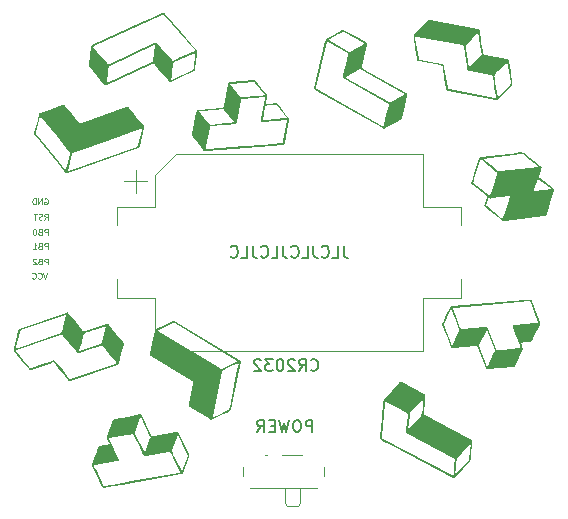
<source format=gbr>
%TF.GenerationSoftware,KiCad,Pcbnew,8.0.3*%
%TF.CreationDate,2024-08-18T16:24:04+10:00*%
%TF.ProjectId,tetris_03,74657472-6973-45f3-9033-2e6b69636164,rev?*%
%TF.SameCoordinates,Original*%
%TF.FileFunction,Legend,Bot*%
%TF.FilePolarity,Positive*%
%FSLAX46Y46*%
G04 Gerber Fmt 4.6, Leading zero omitted, Abs format (unit mm)*
G04 Created by KiCad (PCBNEW 8.0.3) date 2024-08-18 16:24:04*
%MOMM*%
%LPD*%
G01*
G04 APERTURE LIST*
%ADD10C,0.000000*%
%ADD11C,0.100000*%
%ADD12C,0.150000*%
%ADD13C,0.120000*%
G04 APERTURE END LIST*
D10*
G36*
X140709030Y-34354105D02*
G01*
X140722289Y-34355141D01*
X140735541Y-34357130D01*
X140748738Y-34360087D01*
X144848797Y-35124521D01*
X144890630Y-35131287D01*
X144900934Y-35133264D01*
X144910996Y-35135625D01*
X144920725Y-35138504D01*
X144930031Y-35142038D01*
X144934497Y-35144092D01*
X144938823Y-35146361D01*
X144942998Y-35148860D01*
X144947010Y-35151607D01*
X144950849Y-35154620D01*
X144954503Y-35157914D01*
X144957960Y-35161506D01*
X144961210Y-35165414D01*
X144964241Y-35169654D01*
X144967041Y-35174243D01*
X144969600Y-35179198D01*
X144971907Y-35184537D01*
X144973949Y-35190275D01*
X144975715Y-35196429D01*
X144977195Y-35203018D01*
X144978376Y-35210056D01*
X145132614Y-36186311D01*
X145207364Y-36651491D01*
X145242983Y-36884306D01*
X145274817Y-37117594D01*
X145277634Y-37136289D01*
X145281210Y-37153374D01*
X145283290Y-37161339D01*
X145285570Y-37168933D01*
X145288052Y-37176167D01*
X145290741Y-37183050D01*
X145293639Y-37189594D01*
X145296749Y-37195809D01*
X145300076Y-37201706D01*
X145303622Y-37207294D01*
X145307391Y-37212585D01*
X145311387Y-37217588D01*
X145315611Y-37222315D01*
X145320068Y-37226776D01*
X145324762Y-37230981D01*
X145329695Y-37234940D01*
X145334870Y-37238665D01*
X145340292Y-37242166D01*
X145345963Y-37245453D01*
X145351887Y-37248537D01*
X145364506Y-37254136D01*
X145378176Y-37259047D01*
X145392924Y-37263355D01*
X145408776Y-37267143D01*
X145425759Y-37270496D01*
X147279526Y-37609408D01*
X147288320Y-37609975D01*
X147296991Y-37610961D01*
X147305527Y-37612356D01*
X147313920Y-37614150D01*
X147322159Y-37616331D01*
X147330234Y-37618891D01*
X147338135Y-37621818D01*
X147345853Y-37625103D01*
X147353377Y-37628736D01*
X147360698Y-37632706D01*
X147367805Y-37637002D01*
X147374689Y-37641616D01*
X147381340Y-37646536D01*
X147387748Y-37651753D01*
X147393902Y-37657256D01*
X147399793Y-37663034D01*
X147405412Y-37669079D01*
X147410747Y-37675379D01*
X147415789Y-37681925D01*
X147420529Y-37688705D01*
X147424956Y-37695711D01*
X147429060Y-37702931D01*
X147432831Y-37710356D01*
X147436260Y-37717976D01*
X147439337Y-37725779D01*
X147442051Y-37733757D01*
X147444392Y-37741898D01*
X147446351Y-37750192D01*
X147447918Y-37758630D01*
X147449083Y-37767201D01*
X147449836Y-37775895D01*
X147450166Y-37784702D01*
X147595160Y-38739008D01*
X147745502Y-39692510D01*
X147748330Y-39706610D01*
X147750179Y-39720752D01*
X147751063Y-39734889D01*
X147750996Y-39748977D01*
X147749992Y-39762971D01*
X147748066Y-39776824D01*
X147745231Y-39790492D01*
X147741502Y-39803930D01*
X147736893Y-39817091D01*
X147731418Y-39829932D01*
X147725091Y-39842406D01*
X147717927Y-39854468D01*
X147709940Y-39866074D01*
X147701144Y-39877177D01*
X147691553Y-39887732D01*
X147681181Y-39897695D01*
X147130178Y-40460108D01*
X146583102Y-41026379D01*
X146578345Y-41031836D01*
X146573419Y-41037091D01*
X146563088Y-41046984D01*
X146552159Y-41056042D01*
X146540684Y-41064250D01*
X146528712Y-41071592D01*
X146516296Y-41078051D01*
X146503486Y-41083612D01*
X146490332Y-41088258D01*
X146476886Y-41091973D01*
X146463198Y-41094743D01*
X146449320Y-41096550D01*
X146435302Y-41097378D01*
X146421194Y-41097212D01*
X146407049Y-41096036D01*
X146392916Y-41093833D01*
X146385871Y-41092342D01*
X146378847Y-41090588D01*
X142293740Y-40331328D01*
X142283488Y-40329296D01*
X142273723Y-40327040D01*
X142264431Y-40324561D01*
X142255599Y-40321859D01*
X142247212Y-40318935D01*
X142239259Y-40315788D01*
X142231726Y-40312420D01*
X142224598Y-40308830D01*
X142217863Y-40305019D01*
X142211507Y-40300987D01*
X142205518Y-40296734D01*
X142199880Y-40292262D01*
X142194582Y-40287569D01*
X142189610Y-40282656D01*
X142184950Y-40277525D01*
X142180589Y-40272174D01*
X142176514Y-40266605D01*
X142172710Y-40260818D01*
X142169166Y-40254813D01*
X142165867Y-40248590D01*
X142162799Y-40242149D01*
X142159951Y-40235492D01*
X142154855Y-40221529D01*
X142150474Y-40206701D01*
X142146698Y-40191012D01*
X142143422Y-40174464D01*
X142140538Y-40157061D01*
X141998109Y-39241416D01*
X141858518Y-38325358D01*
X141855570Y-38308008D01*
X141852008Y-38292152D01*
X141849985Y-38284759D01*
X141847795Y-38277710D01*
X141845432Y-38270996D01*
X141842892Y-38264605D01*
X141840171Y-38258529D01*
X141837263Y-38252758D01*
X141834165Y-38247282D01*
X141830871Y-38242091D01*
X141827377Y-38237176D01*
X141823678Y-38232526D01*
X141819769Y-38228132D01*
X141815646Y-38223984D01*
X141811304Y-38220073D01*
X141806738Y-38216388D01*
X141801944Y-38212920D01*
X141796918Y-38209659D01*
X141791653Y-38206595D01*
X141786147Y-38203718D01*
X141780393Y-38201019D01*
X141774388Y-38198488D01*
X141761604Y-38193890D01*
X141747757Y-38189847D01*
X141732811Y-38186279D01*
X141716727Y-38183108D01*
X139863083Y-37843493D01*
X139853824Y-37842903D01*
X139844696Y-37841871D01*
X139835708Y-37840409D01*
X139826872Y-37838528D01*
X139818197Y-37836238D01*
X139809694Y-37833549D01*
X139801374Y-37830473D01*
X139793247Y-37827021D01*
X139785323Y-37823202D01*
X139777614Y-37819028D01*
X139770129Y-37814510D01*
X139762879Y-37809658D01*
X139755874Y-37804484D01*
X139749126Y-37798997D01*
X139742643Y-37793208D01*
X139736438Y-37787129D01*
X139730519Y-37780770D01*
X139724899Y-37774141D01*
X139719587Y-37767254D01*
X139714593Y-37760120D01*
X139709929Y-37752748D01*
X139705604Y-37745150D01*
X139701629Y-37737336D01*
X139698015Y-37729318D01*
X139694772Y-37721105D01*
X139691910Y-37712709D01*
X139689441Y-37704141D01*
X139687373Y-37695410D01*
X139685719Y-37686529D01*
X139684488Y-37677507D01*
X139683691Y-37668355D01*
X139683338Y-37659085D01*
X139539100Y-36704706D01*
X139400790Y-35828826D01*
X139537912Y-35828826D01*
X139538097Y-35836620D01*
X139538590Y-35844942D01*
X139540476Y-35863225D01*
X139543527Y-35883768D01*
X139678776Y-36722153D01*
X139805296Y-37561962D01*
X139805322Y-37569897D01*
X139805738Y-37577787D01*
X139806541Y-37585618D01*
X139807723Y-37593377D01*
X139809281Y-37601050D01*
X139811210Y-37608625D01*
X139813503Y-37616089D01*
X139816157Y-37623427D01*
X139819165Y-37630627D01*
X139822523Y-37637676D01*
X139826225Y-37644560D01*
X139830267Y-37651266D01*
X139834644Y-37657782D01*
X139839349Y-37664092D01*
X139844378Y-37670185D01*
X139849727Y-37676047D01*
X139855359Y-37681637D01*
X139861235Y-37686918D01*
X139867342Y-37691884D01*
X139873667Y-37696531D01*
X139880197Y-37700851D01*
X139886920Y-37704840D01*
X139893821Y-37708492D01*
X139900888Y-37711801D01*
X139908109Y-37714761D01*
X139915469Y-37717366D01*
X139922957Y-37719611D01*
X139930558Y-37721491D01*
X139938260Y-37722999D01*
X139946051Y-37724130D01*
X139953916Y-37724878D01*
X139961843Y-37725237D01*
X140865654Y-37891977D01*
X141317511Y-37975566D01*
X141770080Y-38054893D01*
X141797735Y-38060277D01*
X141810647Y-38063372D01*
X141822969Y-38066742D01*
X141834716Y-38070392D01*
X141845904Y-38074325D01*
X141856548Y-38078547D01*
X141866663Y-38083063D01*
X141876265Y-38087876D01*
X141885368Y-38092992D01*
X141893988Y-38098415D01*
X141902140Y-38104150D01*
X141909839Y-38110201D01*
X141917102Y-38116574D01*
X141923942Y-38123272D01*
X141930375Y-38130300D01*
X141936417Y-38137663D01*
X141942082Y-38145366D01*
X141947386Y-38153412D01*
X141952345Y-38161808D01*
X141956973Y-38170556D01*
X141961285Y-38179663D01*
X141965298Y-38189132D01*
X141969025Y-38198969D01*
X141975687Y-38219761D01*
X141981393Y-38242078D01*
X141986264Y-38265956D01*
X141990423Y-38291432D01*
X142264856Y-40076946D01*
X142264884Y-40083730D01*
X142265248Y-40090434D01*
X142265938Y-40097050D01*
X142266948Y-40103570D01*
X142268269Y-40109985D01*
X142269893Y-40116288D01*
X142271813Y-40122470D01*
X142274021Y-40128522D01*
X142276509Y-40134436D01*
X142279269Y-40140204D01*
X142282293Y-40145817D01*
X142285574Y-40151268D01*
X142289103Y-40156548D01*
X142292874Y-40161648D01*
X142296878Y-40166561D01*
X142301106Y-40171278D01*
X142305553Y-40175790D01*
X142310208Y-40180089D01*
X142315066Y-40184168D01*
X142320118Y-40188017D01*
X142325355Y-40191629D01*
X142330771Y-40194995D01*
X142336358Y-40198106D01*
X142342107Y-40200955D01*
X142348011Y-40203533D01*
X142354062Y-40205831D01*
X142360252Y-40207842D01*
X142366573Y-40209558D01*
X142373018Y-40210969D01*
X142379579Y-40212067D01*
X142386248Y-40212845D01*
X142393016Y-40213293D01*
X146250693Y-40930255D01*
X146271115Y-40933827D01*
X146289529Y-40936393D01*
X146305998Y-40937859D01*
X146313522Y-40938151D01*
X146320583Y-40938133D01*
X146327189Y-40937794D01*
X146333347Y-40937122D01*
X146339065Y-40936105D01*
X146344351Y-40934733D01*
X146349212Y-40932992D01*
X146353657Y-40930872D01*
X146357693Y-40928362D01*
X146361328Y-40925449D01*
X146364570Y-40922121D01*
X146367426Y-40918368D01*
X146369903Y-40914177D01*
X146372011Y-40909538D01*
X146373756Y-40904437D01*
X146375147Y-40898865D01*
X146376191Y-40892809D01*
X146376895Y-40886257D01*
X146377268Y-40879198D01*
X146377318Y-40871621D01*
X146376476Y-40854863D01*
X146374433Y-40835892D01*
X146371250Y-40814614D01*
X146304016Y-40403163D01*
X146238957Y-39991359D01*
X146176076Y-39579203D01*
X146115370Y-39166695D01*
X146115380Y-39157040D01*
X146114907Y-39147499D01*
X146113963Y-39138084D01*
X146112559Y-39128806D01*
X146110706Y-39119678D01*
X146108417Y-39110712D01*
X146106213Y-39103577D01*
X146236255Y-39103577D01*
X146238001Y-39138813D01*
X146241964Y-39174570D01*
X146247765Y-39210766D01*
X146255028Y-39247317D01*
X146272423Y-39321155D01*
X146291122Y-39395419D01*
X146308102Y-39469445D01*
X146315001Y-39506161D01*
X146320336Y-39542568D01*
X146320534Y-39544488D01*
X146320678Y-39546416D01*
X146320884Y-39550281D01*
X146320988Y-39552212D01*
X146321121Y-39554140D01*
X146321304Y-39556060D01*
X146321557Y-39557970D01*
X146524861Y-40852316D01*
X146524861Y-40852317D01*
X146524861Y-40852318D01*
X146524860Y-40852318D01*
X146524860Y-40852319D01*
X146524859Y-40852320D01*
X146524858Y-40852321D01*
X146524857Y-40852321D01*
X146524857Y-40852322D01*
X146524856Y-40852322D01*
X146524856Y-40852323D01*
X146524855Y-40852324D01*
X146524855Y-40852325D01*
X146524855Y-40852326D01*
X146528814Y-40851261D01*
X146532548Y-40850328D01*
X146539361Y-40848784D01*
X146550520Y-40846472D01*
X146554949Y-40845410D01*
X146556895Y-40844839D01*
X146558669Y-40844216D01*
X146560275Y-40843524D01*
X146561720Y-40842743D01*
X146563009Y-40841856D01*
X146564147Y-40840843D01*
X147066416Y-40327677D01*
X147570154Y-39815974D01*
X147575148Y-39810719D01*
X147579721Y-39805454D01*
X147583888Y-39800180D01*
X147587663Y-39794897D01*
X147591063Y-39789605D01*
X147594103Y-39784305D01*
X147596799Y-39778996D01*
X147599166Y-39773679D01*
X147601220Y-39768354D01*
X147602977Y-39763020D01*
X147604451Y-39757679D01*
X147605659Y-39752331D01*
X147606616Y-39746975D01*
X147607337Y-39741612D01*
X147608136Y-39730865D01*
X147608181Y-39720091D01*
X147607594Y-39709293D01*
X147606502Y-39698470D01*
X147605029Y-39687626D01*
X147597807Y-39644056D01*
X147521090Y-39148079D01*
X147443044Y-38652308D01*
X147317817Y-37855464D01*
X146974587Y-38205202D01*
X146648751Y-38538763D01*
X146622686Y-38564863D01*
X146595712Y-38590627D01*
X146540011Y-38641532D01*
X146483596Y-38692240D01*
X146428416Y-38743514D01*
X146401898Y-38769601D01*
X146376418Y-38796115D01*
X146352222Y-38823153D01*
X146329552Y-38850808D01*
X146308652Y-38879176D01*
X146289766Y-38908353D01*
X146273136Y-38938434D01*
X146265744Y-38953843D01*
X146259008Y-38969514D01*
X146253066Y-38985561D01*
X146248103Y-39001832D01*
X146244073Y-39018317D01*
X146240928Y-39035004D01*
X146238621Y-39051884D01*
X146237105Y-39068947D01*
X146236255Y-39103577D01*
X146106213Y-39103577D01*
X146105702Y-39101921D01*
X146102573Y-39093315D01*
X146099041Y-39084907D01*
X146095118Y-39076710D01*
X146090815Y-39068735D01*
X146086144Y-39060994D01*
X146081115Y-39053500D01*
X146075741Y-39046264D01*
X146070033Y-39039299D01*
X146064002Y-39032616D01*
X146057660Y-39026229D01*
X146051018Y-39020147D01*
X146044088Y-39014385D01*
X146036880Y-39008954D01*
X146029407Y-39003865D01*
X146021680Y-38999132D01*
X146013710Y-38994766D01*
X146005508Y-38990779D01*
X145997087Y-38987183D01*
X145988457Y-38983991D01*
X145979631Y-38981214D01*
X145970618Y-38978864D01*
X145961431Y-38976954D01*
X145952082Y-38975496D01*
X145942581Y-38974501D01*
X145932940Y-38973983D01*
X144139639Y-38648172D01*
X144128779Y-38647742D01*
X144118001Y-38646773D01*
X144107325Y-38645275D01*
X144096769Y-38643255D01*
X144086350Y-38640721D01*
X144076087Y-38637681D01*
X144065997Y-38634142D01*
X144056100Y-38630113D01*
X144046414Y-38625602D01*
X144036956Y-38620616D01*
X144027744Y-38615164D01*
X144018798Y-38609253D01*
X144010135Y-38602892D01*
X144001772Y-38596087D01*
X143993730Y-38588848D01*
X143986025Y-38581182D01*
X143978713Y-38573141D01*
X143971843Y-38564781D01*
X143965422Y-38556121D01*
X143959456Y-38547181D01*
X143953954Y-38537978D01*
X143948921Y-38528531D01*
X143944366Y-38518858D01*
X143940295Y-38508978D01*
X143936715Y-38498911D01*
X143933633Y-38488673D01*
X143931058Y-38478283D01*
X143928994Y-38467761D01*
X143927451Y-38457124D01*
X143926434Y-38446392D01*
X143925951Y-38435582D01*
X143926009Y-38424713D01*
X143916207Y-38342375D01*
X143905145Y-38260175D01*
X143880307Y-38096073D01*
X143827215Y-37768259D01*
X143638639Y-36561789D01*
X143638428Y-36556710D01*
X143637902Y-36551933D01*
X143637074Y-36547445D01*
X143635954Y-36543237D01*
X143634553Y-36539298D01*
X143632882Y-36535616D01*
X143630953Y-36532180D01*
X143628777Y-36528979D01*
X143626364Y-36526002D01*
X143623727Y-36523239D01*
X143620876Y-36520678D01*
X143617822Y-36518308D01*
X143617773Y-36518275D01*
X143784115Y-36518275D01*
X143784361Y-36528206D01*
X143785079Y-36538174D01*
X143786168Y-36548179D01*
X143789049Y-36568287D01*
X143792190Y-36588516D01*
X143838700Y-36893679D01*
X143886673Y-37198625D01*
X144074267Y-38388528D01*
X144074264Y-38388537D01*
X145113335Y-37321980D01*
X145119785Y-37314786D01*
X145125693Y-37307238D01*
X145131052Y-37299366D01*
X145135854Y-37291202D01*
X145140093Y-37282774D01*
X145143760Y-37274112D01*
X145146850Y-37265247D01*
X145149353Y-37256208D01*
X145151265Y-37247026D01*
X145152576Y-37237730D01*
X145153280Y-37228351D01*
X145153369Y-37218917D01*
X145152837Y-37209460D01*
X145151675Y-37200009D01*
X145149878Y-37190594D01*
X145147437Y-37181245D01*
X145119992Y-37009755D01*
X145093765Y-36838064D01*
X145041546Y-36494633D01*
X144862096Y-35362351D01*
X144334523Y-35904795D01*
X143819992Y-36430917D01*
X143815514Y-36435662D01*
X143811397Y-36440421D01*
X143807627Y-36445193D01*
X143804192Y-36449980D01*
X143801079Y-36454779D01*
X143798275Y-36459592D01*
X143795768Y-36464417D01*
X143793545Y-36469255D01*
X143791592Y-36474106D01*
X143789898Y-36478968D01*
X143788450Y-36483843D01*
X143787234Y-36488729D01*
X143785450Y-36498534D01*
X143784444Y-36508384D01*
X143784115Y-36518275D01*
X143617773Y-36518275D01*
X143614577Y-36516118D01*
X143611151Y-36514097D01*
X143607556Y-36512234D01*
X143603803Y-36510518D01*
X143599903Y-36508938D01*
X143595867Y-36507482D01*
X143591707Y-36506141D01*
X143587433Y-36504903D01*
X143578589Y-36502690D01*
X143569425Y-36500757D01*
X143531350Y-36494048D01*
X139658684Y-35772711D01*
X139639728Y-35769409D01*
X139622541Y-35767024D01*
X139607081Y-35765654D01*
X139599984Y-35765379D01*
X139593303Y-35765393D01*
X139587031Y-35765709D01*
X139581165Y-35766338D01*
X139575697Y-35767293D01*
X139570623Y-35768585D01*
X139565937Y-35770227D01*
X139561635Y-35772230D01*
X139557710Y-35774606D01*
X139554157Y-35777368D01*
X139550971Y-35780528D01*
X139548146Y-35784096D01*
X139545677Y-35788087D01*
X139543559Y-35792510D01*
X139541787Y-35797379D01*
X139540353Y-35802706D01*
X139539255Y-35808502D01*
X139538485Y-35814779D01*
X139538039Y-35821550D01*
X139537912Y-35828826D01*
X139400790Y-35828826D01*
X139388544Y-35751276D01*
X139385830Y-35738142D01*
X139384030Y-35724965D01*
X139383130Y-35711786D01*
X139383119Y-35698648D01*
X139383982Y-35685594D01*
X139385707Y-35672666D01*
X139388280Y-35659906D01*
X139391689Y-35647357D01*
X139395921Y-35635060D01*
X139400962Y-35623059D01*
X139406799Y-35611396D01*
X139413420Y-35600112D01*
X139420811Y-35589251D01*
X139428960Y-35578855D01*
X139437853Y-35568965D01*
X139447477Y-35559625D01*
X140004146Y-34991860D01*
X140557276Y-34420634D01*
X140566373Y-34410627D01*
X140576071Y-34401380D01*
X140586324Y-34392909D01*
X140597084Y-34385228D01*
X140608304Y-34378352D01*
X140619938Y-34372296D01*
X140631939Y-34367075D01*
X140644261Y-34362703D01*
X140656855Y-34359196D01*
X140669676Y-34356568D01*
X140682677Y-34354833D01*
X140695811Y-34354007D01*
X140709030Y-34354105D01*
G37*
G36*
X125922294Y-39445224D02*
G01*
X125934507Y-39446525D01*
X125946538Y-39448689D01*
X125958343Y-39451694D01*
X125969879Y-39455522D01*
X125981102Y-39460152D01*
X125991970Y-39465565D01*
X126002438Y-39471741D01*
X126012464Y-39478661D01*
X126022004Y-39486304D01*
X126031014Y-39494651D01*
X126039451Y-39503682D01*
X126047272Y-39513377D01*
X126054434Y-39523717D01*
X126497248Y-40099587D01*
X126943100Y-40673108D01*
X126951451Y-40683751D01*
X126959096Y-40694806D01*
X126966028Y-40706237D01*
X126972238Y-40718011D01*
X126977719Y-40730092D01*
X126982464Y-40742446D01*
X126986465Y-40755038D01*
X126989714Y-40767834D01*
X126992203Y-40780799D01*
X126993924Y-40793899D01*
X126994871Y-40807099D01*
X126995034Y-40820365D01*
X126994408Y-40833661D01*
X126992983Y-40846954D01*
X126990752Y-40860208D01*
X126987707Y-40873389D01*
X126968853Y-40968049D01*
X126950872Y-41062888D01*
X126915997Y-41252762D01*
X126904619Y-41316736D01*
X126900758Y-41342594D01*
X126898416Y-41364709D01*
X126897885Y-41374445D01*
X126897819Y-41383342D01*
X126898245Y-41391433D01*
X126899193Y-41398750D01*
X126900689Y-41405326D01*
X126902762Y-41411193D01*
X126905441Y-41416383D01*
X126908753Y-41420928D01*
X126912727Y-41424862D01*
X126917391Y-41428215D01*
X126922773Y-41431021D01*
X126928902Y-41433312D01*
X126935805Y-41435120D01*
X126943510Y-41436478D01*
X126952047Y-41437417D01*
X126961442Y-41437971D01*
X126982923Y-41438050D01*
X127008179Y-41436974D01*
X127070916Y-41432391D01*
X127386912Y-41407471D01*
X127544749Y-41393469D01*
X127702286Y-41376900D01*
X127718499Y-41374380D01*
X127734684Y-41373116D01*
X127750780Y-41373084D01*
X127766724Y-41374254D01*
X127782454Y-41376602D01*
X127797909Y-41380099D01*
X127813027Y-41384720D01*
X127827745Y-41390437D01*
X127842001Y-41397223D01*
X127855733Y-41405053D01*
X127868880Y-41413899D01*
X127881379Y-41423734D01*
X127893168Y-41434531D01*
X127904186Y-41446265D01*
X127914370Y-41458907D01*
X127923658Y-41472432D01*
X128138694Y-41755501D01*
X128355484Y-42037246D01*
X128791668Y-42598764D01*
X128799788Y-42608146D01*
X128807274Y-42617938D01*
X128814117Y-42628109D01*
X128820309Y-42638627D01*
X128825841Y-42649459D01*
X128830706Y-42660575D01*
X128834893Y-42671941D01*
X128838395Y-42683528D01*
X128841202Y-42695301D01*
X128843307Y-42707230D01*
X128844701Y-42719283D01*
X128845374Y-42731428D01*
X128845319Y-42743633D01*
X128844527Y-42755867D01*
X128842989Y-42768096D01*
X128840697Y-42780290D01*
X128657565Y-43759496D01*
X128481044Y-44739941D01*
X128477669Y-44757404D01*
X128473878Y-44773646D01*
X128469584Y-44788695D01*
X128464699Y-44802579D01*
X128459134Y-44815324D01*
X128456070Y-44821278D01*
X128452802Y-44826958D01*
X128449322Y-44832367D01*
X128445616Y-44837509D01*
X128441675Y-44842386D01*
X128437487Y-44847003D01*
X128433041Y-44851362D01*
X128428327Y-44855468D01*
X128423333Y-44859323D01*
X128418048Y-44862931D01*
X128412462Y-44866296D01*
X128406563Y-44869420D01*
X128400341Y-44872308D01*
X128393784Y-44874962D01*
X128386882Y-44877387D01*
X128379623Y-44879585D01*
X128371996Y-44881560D01*
X128363991Y-44883315D01*
X128346802Y-44886180D01*
X128327967Y-44888207D01*
X124183916Y-45236868D01*
X124183776Y-45235211D01*
X122997669Y-45336633D01*
X121811871Y-45441457D01*
X121793839Y-45444059D01*
X121775846Y-45445295D01*
X121757959Y-45445193D01*
X121740243Y-45443782D01*
X121722766Y-45441090D01*
X121705592Y-45437146D01*
X121688789Y-45431979D01*
X121672423Y-45425616D01*
X121656559Y-45418088D01*
X121641264Y-45409421D01*
X121626605Y-45399644D01*
X121612646Y-45388787D01*
X121599455Y-45376877D01*
X121587098Y-45363943D01*
X121575641Y-45350014D01*
X121565149Y-45335119D01*
X121464253Y-45201936D01*
X121794891Y-45201936D01*
X121795273Y-45211940D01*
X121796175Y-45221209D01*
X121797595Y-45229769D01*
X121799529Y-45237644D01*
X121801972Y-45244857D01*
X121804922Y-45251435D01*
X121808376Y-45257400D01*
X121812329Y-45262777D01*
X121816779Y-45267592D01*
X121821722Y-45271867D01*
X121827154Y-45275627D01*
X121833072Y-45278898D01*
X121839472Y-45281702D01*
X121846352Y-45284065D01*
X121853707Y-45286011D01*
X121861534Y-45287564D01*
X121869830Y-45288748D01*
X121878592Y-45289589D01*
X121897496Y-45290336D01*
X121918219Y-45289999D01*
X121940735Y-45288773D01*
X121965014Y-45286854D01*
X125061281Y-45025024D01*
X125061267Y-45025024D01*
X126632342Y-44891505D01*
X128203758Y-44762213D01*
X128223879Y-44760145D01*
X128242253Y-44757248D01*
X128250815Y-44755479D01*
X128258974Y-44753490D01*
X128266742Y-44751276D01*
X128274132Y-44748834D01*
X128281153Y-44746160D01*
X128287818Y-44743248D01*
X128294138Y-44740094D01*
X128300124Y-44736695D01*
X128305788Y-44733045D01*
X128311142Y-44729141D01*
X128316196Y-44724979D01*
X128320962Y-44720553D01*
X128325451Y-44715859D01*
X128329676Y-44710894D01*
X128333647Y-44705653D01*
X128337375Y-44700131D01*
X128340873Y-44694325D01*
X128344152Y-44688229D01*
X128347222Y-44681840D01*
X128350096Y-44675153D01*
X128355300Y-44660869D01*
X128359855Y-44645342D01*
X128363851Y-44628537D01*
X128367382Y-44610421D01*
X128519133Y-43766765D01*
X128597422Y-43345382D01*
X128677958Y-42924439D01*
X128681657Y-42903431D01*
X128684105Y-42884660D01*
X128684845Y-42876079D01*
X128685254Y-42868019D01*
X128685326Y-42860465D01*
X128685057Y-42853405D01*
X128684438Y-42846825D01*
X128683466Y-42840713D01*
X128682133Y-42835055D01*
X128680435Y-42829838D01*
X128678365Y-42825050D01*
X128675916Y-42820677D01*
X128673084Y-42816706D01*
X128669863Y-42813124D01*
X128666246Y-42809919D01*
X128662227Y-42807076D01*
X128657802Y-42804583D01*
X128652963Y-42802427D01*
X128647705Y-42800595D01*
X128642022Y-42799073D01*
X128635908Y-42797849D01*
X128629357Y-42796910D01*
X128622364Y-42796243D01*
X128614922Y-42795833D01*
X128598669Y-42795738D01*
X128580551Y-42796520D01*
X128560521Y-42798075D01*
X127613377Y-42879717D01*
X126665993Y-42958831D01*
X126634376Y-42961255D01*
X126606290Y-42962692D01*
X126581584Y-42962955D01*
X126570451Y-42962590D01*
X126560106Y-42961861D01*
X126550530Y-42960746D01*
X126541705Y-42959222D01*
X126533612Y-42957266D01*
X126526231Y-42954853D01*
X126519544Y-42951962D01*
X126513531Y-42948569D01*
X126508175Y-42944650D01*
X126503455Y-42940183D01*
X126499353Y-42935143D01*
X126495851Y-42929509D01*
X126492929Y-42923257D01*
X126490568Y-42916363D01*
X126488750Y-42908804D01*
X126487455Y-42900557D01*
X126486665Y-42891599D01*
X126486361Y-42881907D01*
X126486523Y-42871457D01*
X126487133Y-42860226D01*
X126489622Y-42835329D01*
X126493676Y-42807030D01*
X126499143Y-42775144D01*
X126503755Y-42749738D01*
X126652935Y-42749738D01*
X126653144Y-42755607D01*
X126653644Y-42761082D01*
X126654435Y-42766175D01*
X126655516Y-42770896D01*
X126656884Y-42775257D01*
X126658540Y-42779268D01*
X126660483Y-42782942D01*
X126662709Y-42786290D01*
X126665220Y-42789322D01*
X126668013Y-42792049D01*
X126671088Y-42794484D01*
X126674443Y-42796637D01*
X126678077Y-42798519D01*
X126681990Y-42800142D01*
X126686179Y-42801516D01*
X126690643Y-42802653D01*
X126695382Y-42803565D01*
X126700395Y-42804262D01*
X126705680Y-42804755D01*
X126711236Y-42805057D01*
X126723157Y-42805127D01*
X126736148Y-42804563D01*
X126750200Y-42803455D01*
X127111447Y-42772031D01*
X127472799Y-42741712D01*
X128652335Y-42638661D01*
X128652321Y-42638661D01*
X127806852Y-41543282D01*
X127803481Y-41539110D01*
X127800050Y-41535271D01*
X127796562Y-41531752D01*
X127793018Y-41528541D01*
X127789421Y-41525625D01*
X127785773Y-41522992D01*
X127782077Y-41520630D01*
X127778333Y-41518526D01*
X127774546Y-41516667D01*
X127770716Y-41515042D01*
X127766847Y-41513638D01*
X127762940Y-41512442D01*
X127758997Y-41511443D01*
X127755022Y-41510626D01*
X127746979Y-41509495D01*
X127738830Y-41508949D01*
X127730592Y-41508888D01*
X127722283Y-41509214D01*
X127713920Y-41509827D01*
X127680289Y-41513158D01*
X127326599Y-41543114D01*
X127149738Y-41557784D01*
X126972792Y-41571174D01*
X126959768Y-41572326D01*
X126947429Y-41573931D01*
X126935775Y-41576043D01*
X126924805Y-41578717D01*
X126914518Y-41582007D01*
X126904913Y-41585967D01*
X126900366Y-41588215D01*
X126895989Y-41590652D01*
X126891782Y-41593283D01*
X126887746Y-41596116D01*
X126883879Y-41599158D01*
X126880181Y-41602414D01*
X126876654Y-41605893D01*
X126873296Y-41609600D01*
X126870108Y-41613543D01*
X126867088Y-41617729D01*
X126864239Y-41622164D01*
X126861558Y-41626854D01*
X126859046Y-41631808D01*
X126856703Y-41637031D01*
X126854529Y-41642530D01*
X126852524Y-41648313D01*
X126850687Y-41654386D01*
X126849019Y-41660756D01*
X126847519Y-41667429D01*
X126846188Y-41674412D01*
X126754816Y-42190549D01*
X126707362Y-42448288D01*
X126657876Y-42705625D01*
X126656310Y-42714093D01*
X126655042Y-42722099D01*
X126654072Y-42729656D01*
X126653398Y-42736773D01*
X126653020Y-42743464D01*
X126652935Y-42749738D01*
X126503755Y-42749738D01*
X126659122Y-41893876D01*
X126823832Y-41013509D01*
X126827771Y-40991217D01*
X126830545Y-40970957D01*
X126832058Y-40952670D01*
X126832313Y-40944247D01*
X126832216Y-40936294D01*
X126831757Y-40928804D01*
X126830923Y-40921769D01*
X126829703Y-40915181D01*
X126828084Y-40909033D01*
X126826056Y-40903317D01*
X126823605Y-40898026D01*
X126820721Y-40893152D01*
X126817391Y-40888687D01*
X126813603Y-40884624D01*
X126809346Y-40880956D01*
X126804607Y-40877674D01*
X126799375Y-40874771D01*
X126793638Y-40872240D01*
X126787384Y-40870073D01*
X126780601Y-40868262D01*
X126773278Y-40866799D01*
X126765401Y-40865678D01*
X126756961Y-40864890D01*
X126747944Y-40864428D01*
X126738338Y-40864285D01*
X126717316Y-40864922D01*
X126693797Y-40866742D01*
X125785532Y-40949432D01*
X124876602Y-41024699D01*
X124860362Y-41026375D01*
X124845497Y-41028720D01*
X124838558Y-41030155D01*
X124831936Y-41031770D01*
X124825623Y-41033570D01*
X124819609Y-41035561D01*
X124813886Y-41037746D01*
X124808445Y-41040130D01*
X124803278Y-41042717D01*
X124798374Y-41045513D01*
X124793726Y-41048521D01*
X124789325Y-41051747D01*
X124785162Y-41055195D01*
X124781228Y-41058869D01*
X124777515Y-41062774D01*
X124774013Y-41066915D01*
X124770713Y-41071295D01*
X124767608Y-41075921D01*
X124764687Y-41080795D01*
X124761943Y-41085924D01*
X124759366Y-41091311D01*
X124756948Y-41096961D01*
X124752553Y-41109068D01*
X124748687Y-41122282D01*
X124745279Y-41136639D01*
X124742259Y-41152175D01*
X124415425Y-42960447D01*
X124410596Y-42985589D01*
X124405049Y-43008874D01*
X124398674Y-43030352D01*
X124391363Y-43050073D01*
X124387323Y-43059291D01*
X124383008Y-43068088D01*
X124378404Y-43076470D01*
X124373499Y-43084445D01*
X124368278Y-43092018D01*
X124362727Y-43099196D01*
X124356834Y-43105984D01*
X124350585Y-43112390D01*
X124343966Y-43118419D01*
X124336963Y-43124078D01*
X124329562Y-43129373D01*
X124321752Y-43134309D01*
X124313516Y-43138895D01*
X124304843Y-43143135D01*
X124295718Y-43147035D01*
X124286129Y-43150604D01*
X124276060Y-43153845D01*
X124265499Y-43156766D01*
X124254432Y-43159374D01*
X124242846Y-43161673D01*
X124218060Y-43165375D01*
X124191034Y-43167920D01*
X123705538Y-43204829D01*
X123220303Y-43245439D01*
X122249862Y-43327575D01*
X122235297Y-43329003D01*
X122221696Y-43330917D01*
X122209032Y-43333372D01*
X122197276Y-43336423D01*
X122186401Y-43340127D01*
X122181285Y-43342241D01*
X122176379Y-43344539D01*
X122171679Y-43347029D01*
X122167182Y-43349716D01*
X122162884Y-43352608D01*
X122158783Y-43355711D01*
X122154873Y-43359034D01*
X122151153Y-43362582D01*
X122147618Y-43366363D01*
X122144265Y-43370384D01*
X122141091Y-43374652D01*
X122138092Y-43379173D01*
X122135265Y-43383954D01*
X122132605Y-43389003D01*
X122130110Y-43394327D01*
X122127777Y-43399932D01*
X122125601Y-43405826D01*
X122123580Y-43412015D01*
X122119986Y-43425306D01*
X122116968Y-43439863D01*
X121964553Y-44283324D01*
X121885887Y-44704582D01*
X121803725Y-45125138D01*
X121800911Y-45140057D01*
X121798638Y-45154096D01*
X121796903Y-45167279D01*
X121795703Y-45179630D01*
X121795033Y-45191175D01*
X121794891Y-45201936D01*
X121464253Y-45201936D01*
X121355158Y-45057931D01*
X121143341Y-44782110D01*
X120716096Y-44233235D01*
X120706374Y-44221394D01*
X120697442Y-44209068D01*
X120689309Y-44196298D01*
X120681985Y-44183122D01*
X120675479Y-44169580D01*
X120669801Y-44155710D01*
X120664961Y-44141552D01*
X120660969Y-44127144D01*
X120657833Y-44112525D01*
X120655563Y-44097736D01*
X120654170Y-44082814D01*
X120653662Y-44067798D01*
X120654049Y-44052729D01*
X120655341Y-44037644D01*
X120657548Y-44022583D01*
X120660678Y-44007585D01*
X120837422Y-43058590D01*
X121007055Y-42108255D01*
X121011161Y-42086817D01*
X121014662Y-42071749D01*
X121241507Y-42071749D01*
X121661520Y-42615345D01*
X122067942Y-43144047D01*
X122072045Y-43149185D01*
X122076206Y-43153948D01*
X122080424Y-43158348D01*
X122084697Y-43162400D01*
X122089024Y-43166115D01*
X122093404Y-43169507D01*
X122097835Y-43172589D01*
X122102315Y-43175374D01*
X122106843Y-43177875D01*
X122111417Y-43180104D01*
X122116037Y-43182075D01*
X122120701Y-43183801D01*
X122125406Y-43185294D01*
X122130153Y-43186569D01*
X122134938Y-43187637D01*
X122139762Y-43188512D01*
X122149516Y-43189734D01*
X122159404Y-43190338D01*
X122169414Y-43190430D01*
X122179534Y-43190113D01*
X122189753Y-43189490D01*
X122200058Y-43188666D01*
X122220883Y-43186830D01*
X123530282Y-43076066D01*
X123685657Y-43061900D01*
X123842897Y-43046644D01*
X124170950Y-43014161D01*
X123750178Y-42469375D01*
X123343602Y-41939780D01*
X123339493Y-41934615D01*
X123335330Y-41929821D01*
X123331116Y-41925386D01*
X123326850Y-41921298D01*
X123322536Y-41917543D01*
X123318173Y-41914109D01*
X123313762Y-41910983D01*
X123309306Y-41908152D01*
X123304804Y-41905604D01*
X123300258Y-41903326D01*
X123295670Y-41901305D01*
X123291040Y-41899528D01*
X123286369Y-41897983D01*
X123281660Y-41896657D01*
X123276911Y-41895537D01*
X123272126Y-41894610D01*
X123262449Y-41893286D01*
X123252637Y-41892583D01*
X123242699Y-41892398D01*
X123232644Y-41892630D01*
X123222482Y-41893178D01*
X123212221Y-41893937D01*
X123191439Y-41895688D01*
X122659582Y-41937175D01*
X122393788Y-41959231D01*
X122128318Y-41984437D01*
X122020876Y-41994227D01*
X121912907Y-42002203D01*
X121694496Y-42016982D01*
X121583606Y-42025921D01*
X121471296Y-42037317D01*
X121357342Y-42052237D01*
X121299679Y-42061352D01*
X121241521Y-42071749D01*
X121241507Y-42071749D01*
X121014662Y-42071749D01*
X121015801Y-42066850D01*
X121021086Y-42048327D01*
X121027127Y-42031219D01*
X121030466Y-42023188D01*
X121034035Y-42015499D01*
X121037848Y-42008150D01*
X121041920Y-42001138D01*
X121046264Y-41994458D01*
X121050893Y-41988108D01*
X121055822Y-41982084D01*
X121061064Y-41976381D01*
X121066634Y-41970998D01*
X121072545Y-41965930D01*
X121078811Y-41961174D01*
X121085445Y-41956726D01*
X121092463Y-41952583D01*
X121099876Y-41948741D01*
X121107700Y-41945197D01*
X121115948Y-41941948D01*
X121124634Y-41938989D01*
X121133772Y-41936317D01*
X121143375Y-41933929D01*
X121153457Y-41931822D01*
X121164033Y-41929991D01*
X121175116Y-41928434D01*
X121198859Y-41926125D01*
X123125047Y-41770211D01*
X123146483Y-41768189D01*
X123166275Y-41765417D01*
X123184494Y-41761815D01*
X123201210Y-41757302D01*
X123209027Y-41754678D01*
X123216494Y-41751796D01*
X123223621Y-41748646D01*
X123230417Y-41745218D01*
X123236890Y-41741502D01*
X123243048Y-41737487D01*
X123248902Y-41733163D01*
X123254459Y-41728521D01*
X123259729Y-41723550D01*
X123264720Y-41718241D01*
X123269441Y-41712582D01*
X123273901Y-41706565D01*
X123278109Y-41700179D01*
X123282074Y-41693413D01*
X123285803Y-41686258D01*
X123289307Y-41678704D01*
X123292594Y-41670741D01*
X123295673Y-41662357D01*
X123301241Y-41644293D01*
X123306082Y-41624428D01*
X123310266Y-41602685D01*
X123636332Y-39793910D01*
X123638552Y-39782511D01*
X123879319Y-39782511D01*
X124696083Y-40841477D01*
X124699800Y-40846128D01*
X124703560Y-40850436D01*
X124707360Y-40854411D01*
X124711202Y-40858067D01*
X124715084Y-40861416D01*
X124719007Y-40864469D01*
X124722970Y-40867238D01*
X124726973Y-40869735D01*
X124731016Y-40871973D01*
X124735098Y-40873963D01*
X124739219Y-40875717D01*
X124743379Y-40877248D01*
X124747578Y-40878567D01*
X124751815Y-40879687D01*
X124756091Y-40880619D01*
X124760404Y-40881375D01*
X124769142Y-40882409D01*
X124778029Y-40882884D01*
X124787062Y-40882898D01*
X124796239Y-40882545D01*
X124815015Y-40881124D01*
X124834342Y-40879392D01*
X126097439Y-40776599D01*
X126266171Y-40761851D01*
X126437766Y-40745916D01*
X126801480Y-40711468D01*
X126382719Y-40169702D01*
X126180519Y-39906872D01*
X125981463Y-39645518D01*
X125976577Y-39639323D01*
X125971638Y-39633576D01*
X125966647Y-39628260D01*
X125961605Y-39623361D01*
X125956511Y-39618863D01*
X125951368Y-39614751D01*
X125946176Y-39611009D01*
X125940935Y-39607621D01*
X125935647Y-39604574D01*
X125930312Y-39601850D01*
X125924931Y-39599435D01*
X125919506Y-39597313D01*
X125914036Y-39595469D01*
X125908522Y-39593888D01*
X125902966Y-39592554D01*
X125897368Y-39591452D01*
X125886050Y-39589882D01*
X125874575Y-39589054D01*
X125862948Y-39588846D01*
X125851176Y-39589134D01*
X125839266Y-39589795D01*
X125827223Y-39590707D01*
X125802769Y-39592790D01*
X124046522Y-39736607D01*
X124035433Y-39736301D01*
X124024372Y-39736435D01*
X124013350Y-39737005D01*
X124002381Y-39738007D01*
X123991476Y-39739438D01*
X123980648Y-39741294D01*
X123969909Y-39743572D01*
X123959271Y-39746270D01*
X123948748Y-39749382D01*
X123938351Y-39752906D01*
X123928093Y-39756839D01*
X123917986Y-39761177D01*
X123908043Y-39765916D01*
X123898276Y-39771054D01*
X123888697Y-39776587D01*
X123879319Y-39782511D01*
X123638552Y-39782511D01*
X123640403Y-39773005D01*
X123645099Y-39753646D01*
X123650499Y-39735789D01*
X123656682Y-39719392D01*
X123660092Y-39711728D01*
X123663727Y-39704412D01*
X123667598Y-39697441D01*
X123671714Y-39690807D01*
X123676085Y-39684507D01*
X123680720Y-39678534D01*
X123685631Y-39672883D01*
X123690826Y-39667549D01*
X123696316Y-39662527D01*
X123702110Y-39657812D01*
X123708218Y-39653397D01*
X123714651Y-39649278D01*
X123721417Y-39645449D01*
X123728528Y-39641905D01*
X123735992Y-39638640D01*
X123743820Y-39635650D01*
X123752021Y-39632929D01*
X123760606Y-39630471D01*
X123769584Y-39628272D01*
X123778965Y-39626325D01*
X123798976Y-39623170D01*
X123820718Y-39620962D01*
X124853094Y-39536830D01*
X125884996Y-39446686D01*
X125897495Y-39445284D01*
X125909942Y-39444803D01*
X125922294Y-39445224D01*
G37*
G36*
X109750000Y-41500000D02*
G01*
X109758716Y-41500738D01*
X109767374Y-41501878D01*
X109775959Y-41503416D01*
X109784456Y-41505347D01*
X109792852Y-41507668D01*
X109801132Y-41510374D01*
X109809281Y-41513460D01*
X109817285Y-41516923D01*
X109825131Y-41520758D01*
X109832802Y-41524960D01*
X109840286Y-41529526D01*
X109847567Y-41534451D01*
X109854632Y-41539730D01*
X109861465Y-41545359D01*
X109868053Y-41551335D01*
X109874381Y-41557652D01*
X109880435Y-41564306D01*
X109886200Y-41571293D01*
X109891662Y-41578609D01*
X109896807Y-41586249D01*
X109901619Y-41594209D01*
X110476373Y-42301166D01*
X110763827Y-42654567D01*
X111048600Y-43010091D01*
X111053247Y-43017455D01*
X111058207Y-43024499D01*
X111063466Y-43031220D01*
X111069010Y-43037614D01*
X111074823Y-43043677D01*
X111080891Y-43049405D01*
X111087200Y-43054794D01*
X111093735Y-43059842D01*
X111100482Y-43064544D01*
X111107425Y-43068897D01*
X111114551Y-43072897D01*
X111121845Y-43076540D01*
X111129292Y-43079822D01*
X111136878Y-43082741D01*
X111144587Y-43085291D01*
X111152406Y-43087471D01*
X111160321Y-43089275D01*
X111168315Y-43090700D01*
X111176376Y-43091743D01*
X111184488Y-43092399D01*
X111192636Y-43092666D01*
X111200807Y-43092539D01*
X111208985Y-43092014D01*
X111217156Y-43091089D01*
X111225306Y-43089759D01*
X111233420Y-43088021D01*
X111241483Y-43085871D01*
X111249480Y-43083305D01*
X111257398Y-43080319D01*
X111265222Y-43076911D01*
X111272937Y-43073076D01*
X111280528Y-43068810D01*
X115043094Y-41710427D01*
X115052633Y-41705563D01*
X115062302Y-41701220D01*
X115072084Y-41697391D01*
X115081963Y-41694073D01*
X115091921Y-41691261D01*
X115101941Y-41688949D01*
X115112008Y-41687135D01*
X115122102Y-41685812D01*
X115132209Y-41684976D01*
X115142309Y-41684622D01*
X115152388Y-41684746D01*
X115162427Y-41685344D01*
X115172410Y-41686409D01*
X115182319Y-41687938D01*
X115192138Y-41689926D01*
X115201850Y-41692368D01*
X115211438Y-41695260D01*
X115220884Y-41698596D01*
X115230173Y-41702373D01*
X115239286Y-41706585D01*
X115248207Y-41711228D01*
X115256919Y-41716297D01*
X115265405Y-41721787D01*
X115273647Y-41727694D01*
X115281630Y-41734013D01*
X115289336Y-41740740D01*
X115296747Y-41747869D01*
X115303848Y-41755396D01*
X115310621Y-41763316D01*
X115317049Y-41771624D01*
X115323115Y-41780317D01*
X115328802Y-41789389D01*
X115625513Y-42160099D01*
X115924034Y-42529362D01*
X116224364Y-42897178D01*
X116526503Y-43263546D01*
X116536049Y-43274278D01*
X116544767Y-43285541D01*
X116552647Y-43297288D01*
X116559678Y-43309472D01*
X116565851Y-43322048D01*
X116571154Y-43334968D01*
X116575577Y-43348185D01*
X116579109Y-43361654D01*
X116581740Y-43375328D01*
X116583459Y-43389159D01*
X116584256Y-43403102D01*
X116584119Y-43417110D01*
X116583039Y-43431137D01*
X116581005Y-43445135D01*
X116578006Y-43459058D01*
X116574031Y-43472861D01*
X116381869Y-44236359D01*
X116195012Y-45001201D01*
X116191979Y-45015354D01*
X116187979Y-45029126D01*
X116183048Y-45042477D01*
X116177220Y-45055369D01*
X116170532Y-45067762D01*
X116163018Y-45079618D01*
X116154716Y-45090897D01*
X116145659Y-45101561D01*
X116135883Y-45111571D01*
X116125425Y-45120887D01*
X116114319Y-45129470D01*
X116102602Y-45137282D01*
X116090308Y-45144284D01*
X116077473Y-45150436D01*
X116064133Y-45155699D01*
X116050323Y-45160035D01*
X110105149Y-47295206D01*
X110094419Y-47299221D01*
X110083710Y-47303481D01*
X110062566Y-47312249D01*
X110042137Y-47320528D01*
X110032323Y-47324179D01*
X110022846Y-47327341D01*
X110013758Y-47329892D01*
X110005113Y-47331710D01*
X109996962Y-47332672D01*
X109993088Y-47332793D01*
X109989358Y-47332655D01*
X109985778Y-47332242D01*
X109982355Y-47331538D01*
X109979095Y-47330529D01*
X109976004Y-47329198D01*
X109973090Y-47327531D01*
X109970358Y-47325513D01*
X109967816Y-47323128D01*
X109965470Y-47320361D01*
X109819017Y-47140798D01*
X110106567Y-47140798D01*
X110116009Y-47139359D01*
X110125426Y-47137779D01*
X110134818Y-47136059D01*
X110144183Y-47134198D01*
X110153519Y-47132199D01*
X110162824Y-47130060D01*
X110172097Y-47127781D01*
X110181337Y-47125365D01*
X115966139Y-45048070D01*
X115971997Y-45045995D01*
X115977744Y-45043717D01*
X115983376Y-45041243D01*
X115988889Y-45038575D01*
X115994279Y-45035719D01*
X115999543Y-45032679D01*
X116004677Y-45029460D01*
X116009677Y-45026067D01*
X116014539Y-45022505D01*
X116019261Y-45018778D01*
X116028266Y-45010847D01*
X116036662Y-45002312D01*
X116044420Y-44993210D01*
X116051510Y-44983579D01*
X116057903Y-44973456D01*
X116063569Y-44962878D01*
X116066120Y-44957430D01*
X116068478Y-44951883D01*
X116070640Y-44946240D01*
X116072601Y-44940507D01*
X116074359Y-44934689D01*
X116075909Y-44928789D01*
X116077248Y-44922812D01*
X116078371Y-44916764D01*
X116079277Y-44910649D01*
X116079959Y-44904471D01*
X116394936Y-43630653D01*
X116398064Y-43623547D01*
X116400883Y-43616338D01*
X116403392Y-43609038D01*
X116405590Y-43601654D01*
X116407476Y-43594199D01*
X116409048Y-43586681D01*
X116410307Y-43579111D01*
X116411250Y-43571498D01*
X116411877Y-43563852D01*
X116412187Y-43556185D01*
X116412178Y-43548504D01*
X116411851Y-43540821D01*
X116411202Y-43533145D01*
X116410233Y-43525486D01*
X116408941Y-43517855D01*
X116407326Y-43510263D01*
X116397800Y-43510168D01*
X116388297Y-43510407D01*
X116378826Y-43510979D01*
X116369396Y-43511881D01*
X116360014Y-43513111D01*
X116350689Y-43514667D01*
X116341429Y-43516546D01*
X116332244Y-43518747D01*
X116323141Y-43521267D01*
X116314129Y-43524105D01*
X116305217Y-43527257D01*
X116296412Y-43530722D01*
X116287723Y-43534498D01*
X116279159Y-43538582D01*
X116270728Y-43542972D01*
X116262438Y-43547666D01*
X113689545Y-44470635D01*
X110594212Y-45584619D01*
X110574578Y-45591176D01*
X110554960Y-45597446D01*
X110545324Y-45600758D01*
X110535892Y-45604342D01*
X110526732Y-45608312D01*
X110517909Y-45612780D01*
X110509492Y-45617863D01*
X110505456Y-45620670D01*
X110501547Y-45623674D01*
X110497772Y-45626888D01*
X110494140Y-45630327D01*
X110490660Y-45634005D01*
X110487339Y-45637936D01*
X110484186Y-45642136D01*
X110481210Y-45646617D01*
X110478419Y-45651394D01*
X110475820Y-45656482D01*
X110473424Y-45661895D01*
X110471237Y-45667647D01*
X110469268Y-45673753D01*
X110467526Y-45680226D01*
X110106567Y-47140798D01*
X109819017Y-47140798D01*
X109243876Y-46435632D01*
X107331296Y-44089545D01*
X107321136Y-44078093D01*
X107311859Y-44066077D01*
X107303475Y-44053545D01*
X107295997Y-44040549D01*
X107289434Y-44027137D01*
X107283799Y-44013359D01*
X107279102Y-43999265D01*
X107275355Y-43984904D01*
X107272570Y-43970327D01*
X107270756Y-43955582D01*
X107269925Y-43940719D01*
X107270090Y-43925789D01*
X107271260Y-43910840D01*
X107273183Y-43897720D01*
X107421621Y-43897720D01*
X107422789Y-43916255D01*
X107425185Y-43934634D01*
X107428792Y-43952795D01*
X107433597Y-43970677D01*
X107439585Y-43988217D01*
X107446742Y-44005354D01*
X107455053Y-44022026D01*
X107464504Y-44038170D01*
X107475080Y-44053726D01*
X107486768Y-44068630D01*
X107499551Y-44082821D01*
X109041053Y-45971636D01*
X109957869Y-47091640D01*
X109969396Y-47056878D01*
X109979487Y-47027088D01*
X109983977Y-47013498D01*
X109988086Y-47000480D01*
X109991809Y-46987809D01*
X109995139Y-46975261D01*
X110148607Y-46353496D01*
X110226301Y-46042871D01*
X110306456Y-45732897D01*
X110311739Y-45715611D01*
X110315777Y-45698154D01*
X110318584Y-45680584D01*
X110320173Y-45662964D01*
X110320556Y-45645352D01*
X110319748Y-45627811D01*
X110317760Y-45610400D01*
X110314608Y-45593180D01*
X110310303Y-45576211D01*
X110304859Y-45559554D01*
X110298289Y-45543269D01*
X110290606Y-45527418D01*
X110281824Y-45512059D01*
X110271956Y-45497255D01*
X110261014Y-45483065D01*
X110249013Y-45469550D01*
X109985862Y-45151627D01*
X109724458Y-44832243D01*
X109203328Y-44192076D01*
X107777650Y-42444512D01*
X107605874Y-43136712D01*
X107521253Y-43472567D01*
X107434683Y-43804880D01*
X107429502Y-43823264D01*
X107425619Y-43841802D01*
X107423021Y-43860432D01*
X107421693Y-43879092D01*
X107421621Y-43897720D01*
X107273183Y-43897720D01*
X107273447Y-43895922D01*
X107276662Y-43881086D01*
X107280917Y-43866380D01*
X107471304Y-43110395D01*
X107654798Y-42352663D01*
X107657983Y-42337611D01*
X107662213Y-42322970D01*
X107667447Y-42308783D01*
X107673646Y-42295092D01*
X107680772Y-42281941D01*
X107688785Y-42269372D01*
X107697647Y-42257426D01*
X107707318Y-42246147D01*
X107717758Y-42235577D01*
X107728931Y-42225758D01*
X107740795Y-42216733D01*
X107753312Y-42208544D01*
X107766442Y-42201234D01*
X107780148Y-42194845D01*
X107794389Y-42189420D01*
X107809127Y-42185001D01*
X108732963Y-41855656D01*
X109654376Y-41519680D01*
X109662786Y-41515706D01*
X109671296Y-41512182D01*
X109679892Y-41509103D01*
X109688558Y-41506466D01*
X109697281Y-41504266D01*
X109706046Y-41502499D01*
X109714838Y-41501160D01*
X109723645Y-41500245D01*
X109732450Y-41499749D01*
X109741240Y-41499669D01*
X109750000Y-41500000D01*
G37*
G36*
X110085738Y-59101456D02*
G01*
X110090527Y-59101932D01*
X110095288Y-59102680D01*
X110100019Y-59103715D01*
X110104720Y-59105054D01*
X110109390Y-59106711D01*
X110114028Y-59108701D01*
X110118634Y-59111039D01*
X110123206Y-59113742D01*
X110127744Y-59116823D01*
X110132247Y-59120299D01*
X110136714Y-59124184D01*
X110141144Y-59128494D01*
X110145537Y-59133244D01*
X110149892Y-59138448D01*
X110780659Y-59919667D01*
X111068619Y-60272947D01*
X111210900Y-60450853D01*
X111280711Y-60540793D01*
X111349290Y-60631648D01*
X111356001Y-60640432D01*
X111362659Y-60648650D01*
X111369273Y-60656312D01*
X111375852Y-60663431D01*
X111382405Y-60670019D01*
X111388941Y-60676088D01*
X111395469Y-60681649D01*
X111401998Y-60686714D01*
X111408536Y-60691296D01*
X111415092Y-60695406D01*
X111421676Y-60699056D01*
X111428296Y-60702258D01*
X111434961Y-60705024D01*
X111441679Y-60707365D01*
X111448460Y-60709295D01*
X111455313Y-60710824D01*
X111462246Y-60711965D01*
X111469268Y-60712729D01*
X111476389Y-60713128D01*
X111483616Y-60713175D01*
X111490960Y-60712881D01*
X111498428Y-60712258D01*
X111506029Y-60711318D01*
X111513773Y-60710072D01*
X111529724Y-60706714D01*
X111546351Y-60702277D01*
X111563725Y-60696859D01*
X111581917Y-60690552D01*
X113328538Y-60069053D01*
X113336776Y-60064791D01*
X113345130Y-60060974D01*
X113353585Y-60057597D01*
X113362126Y-60054658D01*
X113370740Y-60052153D01*
X113379411Y-60050077D01*
X113388125Y-60048428D01*
X113396868Y-60047200D01*
X113405625Y-60046391D01*
X113414382Y-60045996D01*
X113423123Y-60046012D01*
X113431835Y-60046435D01*
X113440504Y-60047260D01*
X113449114Y-60048485D01*
X113457651Y-60050106D01*
X113466100Y-60052118D01*
X113474448Y-60054518D01*
X113482680Y-60057302D01*
X113490780Y-60060467D01*
X113498735Y-60064007D01*
X113506531Y-60067921D01*
X113514152Y-60072203D01*
X113521584Y-60076850D01*
X113528813Y-60081858D01*
X113535824Y-60087224D01*
X113542602Y-60092944D01*
X113549134Y-60099013D01*
X113555405Y-60105428D01*
X113561399Y-60112185D01*
X113567104Y-60119280D01*
X113572503Y-60126710D01*
X113577583Y-60134471D01*
X114173916Y-60883837D01*
X114776031Y-61628622D01*
X114786362Y-61639959D01*
X114795817Y-61651874D01*
X114804384Y-61664316D01*
X114812050Y-61677236D01*
X114818804Y-61690585D01*
X114824634Y-61704313D01*
X114829527Y-61718371D01*
X114833473Y-61732708D01*
X114836459Y-61747275D01*
X114838474Y-61762023D01*
X114839504Y-61776903D01*
X114839540Y-61791863D01*
X114838567Y-61806855D01*
X114836576Y-61821830D01*
X114833553Y-61836737D01*
X114829488Y-61851527D01*
X114632005Y-62613839D01*
X114441048Y-63377861D01*
X114438378Y-63391095D01*
X114434800Y-63403983D01*
X114430345Y-63416487D01*
X114425047Y-63428570D01*
X114418939Y-63440195D01*
X114412053Y-63451326D01*
X114404423Y-63461926D01*
X114396082Y-63471957D01*
X114387062Y-63481383D01*
X114377397Y-63490167D01*
X114367120Y-63498271D01*
X114356263Y-63505659D01*
X114344859Y-63512294D01*
X114332942Y-63518139D01*
X114320544Y-63523157D01*
X114307699Y-63527311D01*
X110374009Y-64914913D01*
X110363760Y-64918375D01*
X110353864Y-64921335D01*
X110344310Y-64923806D01*
X110335084Y-64925799D01*
X110326173Y-64927327D01*
X110317563Y-64928399D01*
X110309242Y-64929029D01*
X110301196Y-64929227D01*
X110293412Y-64929005D01*
X110285877Y-64928375D01*
X110278577Y-64927349D01*
X110271500Y-64925937D01*
X110264632Y-64924151D01*
X110257961Y-64922004D01*
X110251472Y-64919506D01*
X110245153Y-64916669D01*
X110238991Y-64913504D01*
X110232972Y-64910024D01*
X110221312Y-64902163D01*
X110210066Y-64893178D01*
X110199130Y-64883161D01*
X110188399Y-64872205D01*
X110177766Y-64860402D01*
X110167126Y-64847845D01*
X110156374Y-64834627D01*
X109579889Y-64118844D01*
X109292235Y-63760494D01*
X109006443Y-63400677D01*
X109002476Y-63394015D01*
X108998226Y-63387628D01*
X108993703Y-63381520D01*
X108988920Y-63375693D01*
X108983892Y-63370152D01*
X108978629Y-63364901D01*
X108973144Y-63359942D01*
X108967452Y-63355281D01*
X108961563Y-63350919D01*
X108955491Y-63346861D01*
X108949249Y-63343111D01*
X108942848Y-63339672D01*
X108936303Y-63336548D01*
X108929625Y-63333743D01*
X108922827Y-63331259D01*
X108915922Y-63329101D01*
X108908923Y-63327273D01*
X108901842Y-63325777D01*
X108894691Y-63324619D01*
X108887485Y-63323800D01*
X108880235Y-63323325D01*
X108872953Y-63323198D01*
X108865654Y-63323422D01*
X108858349Y-63324001D01*
X108851051Y-63324938D01*
X108843772Y-63326238D01*
X108836527Y-63327903D01*
X108829326Y-63329937D01*
X108822183Y-63332345D01*
X108815110Y-63335129D01*
X108808121Y-63338293D01*
X108801228Y-63341842D01*
X107025291Y-63973205D01*
X107017417Y-63977189D01*
X107009436Y-63980748D01*
X107001363Y-63983886D01*
X106993211Y-63986607D01*
X106984995Y-63988914D01*
X106976727Y-63990811D01*
X106968423Y-63992302D01*
X106960095Y-63993390D01*
X106951757Y-63994081D01*
X106943424Y-63994376D01*
X106935109Y-63994281D01*
X106926825Y-63993798D01*
X106918587Y-63992932D01*
X106910408Y-63991686D01*
X106902302Y-63990065D01*
X106894284Y-63988071D01*
X106886366Y-63985709D01*
X106878562Y-63982982D01*
X106870887Y-63979894D01*
X106863353Y-63976450D01*
X106855976Y-63972652D01*
X106848768Y-63968504D01*
X106841744Y-63964011D01*
X106834916Y-63959176D01*
X106828300Y-63954003D01*
X106821908Y-63948495D01*
X106815755Y-63942656D01*
X106809854Y-63936491D01*
X106804220Y-63930003D01*
X106798865Y-63923195D01*
X106793804Y-63916071D01*
X106789050Y-63908636D01*
X106177562Y-63141827D01*
X105561245Y-62378853D01*
X105553801Y-62370041D01*
X105547021Y-62360824D01*
X105540915Y-62351238D01*
X105539131Y-62347978D01*
X105731815Y-62347978D01*
X105732061Y-62353035D01*
X105732878Y-62358343D01*
X105734271Y-62363918D01*
X105736247Y-62369778D01*
X105738809Y-62375939D01*
X105741965Y-62382416D01*
X105745718Y-62389227D01*
X105750075Y-62396388D01*
X105755040Y-62403915D01*
X105760619Y-62411824D01*
X105766817Y-62420133D01*
X105781092Y-62438013D01*
X106045934Y-62760032D01*
X106308517Y-63083906D01*
X106568840Y-63409636D01*
X106826904Y-63737221D01*
X106831887Y-63745488D01*
X106837225Y-63753408D01*
X106842901Y-63760978D01*
X106848898Y-63768192D01*
X106855202Y-63775046D01*
X106861796Y-63781536D01*
X106868664Y-63787658D01*
X106875790Y-63793407D01*
X106883158Y-63798778D01*
X106890752Y-63803767D01*
X106898556Y-63808370D01*
X106906555Y-63812583D01*
X106914731Y-63816400D01*
X106923070Y-63819817D01*
X106931555Y-63822831D01*
X106940170Y-63825436D01*
X106948899Y-63827629D01*
X106957727Y-63829404D01*
X106966637Y-63830758D01*
X106975612Y-63831685D01*
X106984639Y-63832182D01*
X106993699Y-63832245D01*
X107002778Y-63831867D01*
X107011859Y-63831046D01*
X107020926Y-63829777D01*
X107029963Y-63828055D01*
X107038955Y-63825876D01*
X107047885Y-63823236D01*
X107056737Y-63820130D01*
X107065496Y-63816553D01*
X107074145Y-63812502D01*
X107082668Y-63807972D01*
X107518679Y-63650645D01*
X107955608Y-63495837D01*
X108830486Y-63189039D01*
X108876733Y-63171431D01*
X108888359Y-63167346D01*
X108899987Y-63163766D01*
X108911603Y-63160876D01*
X108923195Y-63158867D01*
X108928978Y-63158250D01*
X108934751Y-63157925D01*
X108940511Y-63157913D01*
X108946257Y-63158238D01*
X108951988Y-63158925D01*
X108957702Y-63159996D01*
X108963397Y-63161475D01*
X108969073Y-63163385D01*
X108974726Y-63165751D01*
X108980356Y-63168595D01*
X108985962Y-63171941D01*
X108991541Y-63175812D01*
X108997093Y-63180233D01*
X109002614Y-63185226D01*
X109008105Y-63190815D01*
X109013563Y-63197024D01*
X109058739Y-63249856D01*
X109081193Y-63276382D01*
X109092287Y-63289752D01*
X109103255Y-63303223D01*
X109665109Y-64000720D01*
X110225076Y-64699713D01*
X110228379Y-64705673D01*
X110231937Y-64711403D01*
X110235739Y-64716900D01*
X110239774Y-64722160D01*
X110244032Y-64727180D01*
X110248502Y-64731957D01*
X110253173Y-64736485D01*
X110258034Y-64740763D01*
X110263075Y-64744787D01*
X110268285Y-64748552D01*
X110273653Y-64752055D01*
X110279168Y-64755294D01*
X110284820Y-64758263D01*
X110290598Y-64760961D01*
X110296491Y-64763382D01*
X110302489Y-64765524D01*
X110308580Y-64767384D01*
X110314754Y-64768956D01*
X110321000Y-64770239D01*
X110327308Y-64771228D01*
X110333667Y-64771919D01*
X110340065Y-64772310D01*
X110346492Y-64772397D01*
X110352938Y-64772175D01*
X110359392Y-64771643D01*
X110365842Y-64770795D01*
X110372279Y-64769629D01*
X110378691Y-64768140D01*
X110385068Y-64766326D01*
X110391398Y-64764183D01*
X110397672Y-64761707D01*
X110403879Y-64758895D01*
X114119025Y-63447853D01*
X114134476Y-63442167D01*
X114148328Y-63436458D01*
X114160558Y-63430650D01*
X114166058Y-63427686D01*
X114171146Y-63424669D01*
X114175817Y-63421591D01*
X114180071Y-63418443D01*
X114183903Y-63415214D01*
X114187312Y-63411896D01*
X114190294Y-63408479D01*
X114192848Y-63404954D01*
X114194970Y-63401312D01*
X114196658Y-63397544D01*
X114197910Y-63393641D01*
X114198722Y-63389592D01*
X114199092Y-63385389D01*
X114199017Y-63381023D01*
X114198495Y-63376484D01*
X114197524Y-63371764D01*
X114196099Y-63366852D01*
X114194220Y-63361740D01*
X114191883Y-63356419D01*
X114189086Y-63350878D01*
X114185826Y-63345109D01*
X114182100Y-63339103D01*
X114177906Y-63332850D01*
X114173242Y-63326342D01*
X114162489Y-63312520D01*
X113617545Y-62641126D01*
X113346604Y-62304201D01*
X113077308Y-61965975D01*
X113073342Y-61959869D01*
X113069120Y-61954028D01*
X113064656Y-61948452D01*
X113059961Y-61943147D01*
X113055046Y-61938115D01*
X113049924Y-61933358D01*
X113044606Y-61928880D01*
X113039104Y-61924683D01*
X113033429Y-61920772D01*
X113027594Y-61917148D01*
X113021609Y-61913815D01*
X113015488Y-61910776D01*
X113009240Y-61908033D01*
X113002879Y-61905590D01*
X112996416Y-61903449D01*
X112989863Y-61901615D01*
X112983230Y-61900088D01*
X112976531Y-61898874D01*
X112969777Y-61897974D01*
X112962979Y-61897392D01*
X112956149Y-61897130D01*
X112949300Y-61897192D01*
X112942441Y-61897581D01*
X112935587Y-61898299D01*
X112928747Y-61899349D01*
X112921935Y-61900735D01*
X112915161Y-61902460D01*
X112908437Y-61904526D01*
X112901775Y-61906937D01*
X112895187Y-61909695D01*
X112888684Y-61912804D01*
X112882279Y-61916266D01*
X112007923Y-62224419D01*
X111570963Y-62379048D01*
X111135339Y-62537282D01*
X111125279Y-62542287D01*
X111115088Y-62546736D01*
X111104783Y-62550635D01*
X111094384Y-62553990D01*
X111083908Y-62556805D01*
X111073373Y-62559087D01*
X111062798Y-62560840D01*
X111052200Y-62562070D01*
X111041599Y-62562783D01*
X111031011Y-62562984D01*
X111020456Y-62562677D01*
X111009951Y-62561870D01*
X110999515Y-62560567D01*
X110989166Y-62558773D01*
X110978921Y-62556494D01*
X110968800Y-62553736D01*
X110958820Y-62550503D01*
X110949000Y-62546802D01*
X110939357Y-62542637D01*
X110929910Y-62538015D01*
X110920677Y-62532939D01*
X110911677Y-62527417D01*
X110902927Y-62521453D01*
X110894445Y-62515053D01*
X110886250Y-62508222D01*
X110878360Y-62500965D01*
X110870793Y-62493288D01*
X110863568Y-62485197D01*
X110856701Y-62476697D01*
X110850213Y-62467793D01*
X110844120Y-62458490D01*
X110838441Y-62448795D01*
X110781300Y-62377204D01*
X111095434Y-62377204D01*
X111104928Y-62376244D01*
X111114402Y-62375114D01*
X111123852Y-62373813D01*
X111133276Y-62372343D01*
X111142672Y-62370704D01*
X111152038Y-62368895D01*
X111161372Y-62366918D01*
X111170671Y-62364773D01*
X112873972Y-61767335D01*
X112880354Y-61765030D01*
X112886616Y-61762508D01*
X112892753Y-61759775D01*
X112898763Y-61756836D01*
X112904642Y-61753696D01*
X112910384Y-61750359D01*
X112921447Y-61743114D01*
X112931919Y-61735142D01*
X112941771Y-61726482D01*
X112950971Y-61717172D01*
X112959487Y-61707251D01*
X112967289Y-61696760D01*
X112974345Y-61685736D01*
X112980624Y-61674219D01*
X112986094Y-61662248D01*
X112990724Y-61649863D01*
X112992715Y-61643527D01*
X112994484Y-61637102D01*
X112996027Y-61630592D01*
X112997341Y-61624004D01*
X112998422Y-61617341D01*
X112999265Y-61610608D01*
X113263880Y-60564132D01*
X113277788Y-60521163D01*
X113290381Y-60477823D01*
X113301650Y-60434142D01*
X113311591Y-60390149D01*
X113320196Y-60345876D01*
X113327459Y-60301353D01*
X113333374Y-60256609D01*
X113337934Y-60211676D01*
X112603124Y-60478440D01*
X112420662Y-60543156D01*
X112237928Y-60605379D01*
X112054538Y-60664258D01*
X111870106Y-60718939D01*
X111844604Y-60724271D01*
X111819523Y-60730616D01*
X111794882Y-60737950D01*
X111770705Y-60746252D01*
X111747010Y-60755496D01*
X111723820Y-60765661D01*
X111701155Y-60776723D01*
X111679037Y-60788658D01*
X111657486Y-60801443D01*
X111636524Y-60815055D01*
X111616171Y-60829471D01*
X111596449Y-60844667D01*
X111577378Y-60860620D01*
X111558980Y-60877307D01*
X111541275Y-60894705D01*
X111524285Y-60912790D01*
X111508031Y-60931538D01*
X111492533Y-60950928D01*
X111477813Y-60970934D01*
X111463891Y-60991535D01*
X111450789Y-61012706D01*
X111438528Y-61034425D01*
X111427128Y-61056669D01*
X111416611Y-61079413D01*
X111406998Y-61102634D01*
X111398310Y-61126310D01*
X111390567Y-61150417D01*
X111383791Y-61174932D01*
X111378003Y-61199832D01*
X111373224Y-61225092D01*
X111369474Y-61250691D01*
X111366776Y-61276604D01*
X111340682Y-61414100D01*
X111310765Y-61551067D01*
X111277818Y-61687782D01*
X111242636Y-61824519D01*
X111095434Y-62377204D01*
X110781300Y-62377204D01*
X109730633Y-61060856D01*
X109725935Y-61052880D01*
X109720895Y-61045230D01*
X109715530Y-61037910D01*
X109709854Y-61030924D01*
X109703882Y-61024276D01*
X109697630Y-61017972D01*
X109691112Y-61012015D01*
X109684344Y-61006410D01*
X109677341Y-61001162D01*
X109670117Y-60996274D01*
X109662687Y-60991751D01*
X109655068Y-60987598D01*
X109647273Y-60983819D01*
X109639318Y-60980418D01*
X109631218Y-60977401D01*
X109622987Y-60974770D01*
X109614642Y-60972531D01*
X109606197Y-60970688D01*
X109597666Y-60969246D01*
X109589066Y-60968209D01*
X109580411Y-60967581D01*
X109571716Y-60967367D01*
X109562996Y-60967571D01*
X109554266Y-60968198D01*
X109545542Y-60969251D01*
X109536838Y-60970737D01*
X109528169Y-60972658D01*
X109519551Y-60975019D01*
X109510998Y-60977825D01*
X109502526Y-60981081D01*
X109494149Y-60984790D01*
X109485883Y-60988956D01*
X109225099Y-61085146D01*
X108962900Y-61177614D01*
X108437470Y-61359877D01*
X105828678Y-62277846D01*
X105809938Y-62284580D01*
X105793103Y-62291139D01*
X105778215Y-62297653D01*
X105771514Y-62300934D01*
X105765315Y-62304254D01*
X105759625Y-62307628D01*
X105754447Y-62311073D01*
X105749788Y-62314606D01*
X105745653Y-62318242D01*
X105742046Y-62321998D01*
X105738975Y-62325891D01*
X105736442Y-62329937D01*
X105734455Y-62334152D01*
X105733018Y-62338553D01*
X105732136Y-62343156D01*
X105731815Y-62347978D01*
X105539131Y-62347978D01*
X105535488Y-62341321D01*
X105530748Y-62331109D01*
X105526704Y-62320638D01*
X105523363Y-62309945D01*
X105520731Y-62299066D01*
X105518818Y-62288039D01*
X105517630Y-62276899D01*
X105517175Y-62265683D01*
X105517461Y-62254429D01*
X105518495Y-62243171D01*
X105520285Y-62231947D01*
X105522838Y-62220794D01*
X105526163Y-62209748D01*
X105553404Y-62103916D01*
X105694038Y-62103916D01*
X105694148Y-62113235D01*
X105694724Y-62122548D01*
X105695768Y-62131837D01*
X105697281Y-62141084D01*
X105699265Y-62150272D01*
X105701720Y-62159383D01*
X105704647Y-62168398D01*
X105723912Y-62161274D01*
X105734273Y-62157470D01*
X105744867Y-62153673D01*
X109516994Y-60825992D01*
X109526261Y-60823330D01*
X109535228Y-60820040D01*
X109543873Y-60816149D01*
X109552169Y-60811682D01*
X109560093Y-60806664D01*
X109567620Y-60801122D01*
X109574726Y-60795080D01*
X109581387Y-60788564D01*
X109587578Y-60781601D01*
X109593274Y-60774215D01*
X109598452Y-60766432D01*
X109603087Y-60758278D01*
X109607154Y-60749779D01*
X109610629Y-60740959D01*
X109613488Y-60731844D01*
X109615706Y-60722461D01*
X109896526Y-59612149D01*
X110048195Y-59612149D01*
X110086904Y-59620832D01*
X110089063Y-59612698D01*
X110092100Y-59604772D01*
X110095918Y-59597028D01*
X110100424Y-59589442D01*
X110105522Y-59581986D01*
X110111116Y-59574636D01*
X110123415Y-59560149D01*
X110149786Y-59531305D01*
X110162337Y-59516536D01*
X110168120Y-59508974D01*
X110173449Y-59501261D01*
X110178227Y-59493369D01*
X110182361Y-59485273D01*
X110185754Y-59476948D01*
X110188312Y-59468368D01*
X110189940Y-59459506D01*
X110190542Y-59450338D01*
X110190023Y-59440837D01*
X110188288Y-59430977D01*
X110185242Y-59420734D01*
X110180789Y-59410080D01*
X110174836Y-59398991D01*
X110167285Y-59387441D01*
X110158043Y-59375403D01*
X110147014Y-59362853D01*
X110134103Y-59349764D01*
X110119215Y-59336110D01*
X110119214Y-59336110D01*
X110048195Y-59612149D01*
X109896526Y-59612149D01*
X109979122Y-59285578D01*
X109979121Y-59285578D01*
X109971220Y-59285976D01*
X109963331Y-59286538D01*
X109955457Y-59287265D01*
X109947601Y-59288156D01*
X109939765Y-59289210D01*
X109931952Y-59290428D01*
X109924165Y-59291809D01*
X109916406Y-59293353D01*
X106143807Y-60619940D01*
X106136641Y-60622581D01*
X106129828Y-60625362D01*
X106123357Y-60628281D01*
X106117216Y-60631337D01*
X106111394Y-60634529D01*
X106105878Y-60637855D01*
X106100658Y-60641312D01*
X106095722Y-60644900D01*
X106091059Y-60648617D01*
X106086657Y-60652460D01*
X106082504Y-60656430D01*
X106078589Y-60660522D01*
X106074901Y-60664738D01*
X106071428Y-60669073D01*
X106068158Y-60673528D01*
X106065080Y-60678099D01*
X106062183Y-60682786D01*
X106059455Y-60687587D01*
X106054460Y-60697525D01*
X106050003Y-60707898D01*
X106045992Y-60718693D01*
X106042334Y-60729898D01*
X106038939Y-60741500D01*
X106032566Y-60765838D01*
X105713876Y-62022699D01*
X105709834Y-62031274D01*
X105706250Y-62040002D01*
X105703123Y-62048867D01*
X105700455Y-62057850D01*
X105698247Y-62066933D01*
X105696500Y-62076099D01*
X105695216Y-62085330D01*
X105694395Y-62094608D01*
X105694038Y-62103916D01*
X105553404Y-62103916D01*
X105726316Y-61432151D01*
X105922500Y-60653558D01*
X105925649Y-60640392D01*
X105929694Y-60627604D01*
X105934601Y-60615230D01*
X105940335Y-60603305D01*
X105946862Y-60591866D01*
X105954149Y-60580947D01*
X105962162Y-60570584D01*
X105970865Y-60560814D01*
X105980226Y-60551671D01*
X105990210Y-60543191D01*
X106000783Y-60535411D01*
X106011911Y-60528365D01*
X106023560Y-60522090D01*
X106035696Y-60516621D01*
X106048285Y-60511993D01*
X106061292Y-60508243D01*
X109995528Y-59122157D01*
X110016119Y-59114896D01*
X110026316Y-59111471D01*
X110036441Y-59108344D01*
X110046485Y-59105638D01*
X110056443Y-59103475D01*
X110066309Y-59101976D01*
X110076076Y-59101262D01*
X110080920Y-59101238D01*
X110085738Y-59101456D01*
G37*
G36*
X118211535Y-33710322D02*
G01*
X118220391Y-33710869D01*
X118229242Y-33711871D01*
X118238071Y-33713330D01*
X118246813Y-33715240D01*
X118255407Y-33717584D01*
X118263837Y-33720352D01*
X118272089Y-33723534D01*
X118280150Y-33727121D01*
X118288005Y-33731103D01*
X118295640Y-33735471D01*
X118303041Y-33740215D01*
X118310194Y-33745326D01*
X118317084Y-33750793D01*
X118323698Y-33756608D01*
X118330022Y-33762761D01*
X118336040Y-33769243D01*
X118341740Y-33776043D01*
X118347107Y-33783152D01*
X118352126Y-33790560D01*
X119669852Y-35318014D01*
X120992305Y-36841381D01*
X121002637Y-36852628D01*
X121012220Y-36864396D01*
X121021043Y-36876646D01*
X121029093Y-36889341D01*
X121036360Y-36902444D01*
X121042832Y-36915917D01*
X121048496Y-36929724D01*
X121053342Y-36943827D01*
X121057357Y-36958188D01*
X121060531Y-36972770D01*
X121062851Y-36987536D01*
X121064305Y-37002448D01*
X121064884Y-37017469D01*
X121064573Y-37032562D01*
X121063363Y-37047690D01*
X121061241Y-37062814D01*
X121017053Y-37427068D01*
X120975028Y-37791600D01*
X120895921Y-38521230D01*
X120895206Y-38534720D01*
X120893479Y-38547974D01*
X120890774Y-38560946D01*
X120887121Y-38573591D01*
X120882554Y-38585862D01*
X120877105Y-38597713D01*
X120870807Y-38609100D01*
X120863691Y-38619977D01*
X120855790Y-38630297D01*
X120847136Y-38640016D01*
X120837762Y-38649087D01*
X120827700Y-38657465D01*
X120816982Y-38665104D01*
X120805641Y-38671959D01*
X120793710Y-38677984D01*
X120781219Y-38683132D01*
X119826866Y-39120226D01*
X118875238Y-39563160D01*
X118865807Y-39567414D01*
X118856699Y-39571143D01*
X118847901Y-39574359D01*
X118839401Y-39577076D01*
X118831186Y-39579305D01*
X118823243Y-39581059D01*
X118815559Y-39582351D01*
X118808122Y-39583192D01*
X118800917Y-39583596D01*
X118793934Y-39583575D01*
X118787158Y-39583141D01*
X118780577Y-39582307D01*
X118774177Y-39581084D01*
X118767947Y-39579486D01*
X118761873Y-39577525D01*
X118755943Y-39575214D01*
X118750143Y-39572564D01*
X118744460Y-39569589D01*
X118738882Y-39566300D01*
X118733397Y-39562711D01*
X118722649Y-39554679D01*
X118712115Y-39545593D01*
X118701692Y-39535552D01*
X118691276Y-39524656D01*
X118670055Y-39500697D01*
X118563739Y-39377840D01*
X118880447Y-39377840D01*
X118880469Y-39377840D01*
X118890423Y-39378524D01*
X118898956Y-39379338D01*
X118912377Y-39380855D01*
X118917573Y-39381307D01*
X118919860Y-39381402D01*
X118921965Y-39381388D01*
X118923908Y-39381250D01*
X118925707Y-39380971D01*
X118927383Y-39380537D01*
X118928954Y-39379931D01*
X120682961Y-38578045D01*
X120687764Y-38575719D01*
X120692450Y-38573228D01*
X120697016Y-38570577D01*
X120701459Y-38567770D01*
X120705776Y-38564812D01*
X120709965Y-38561707D01*
X120714023Y-38558460D01*
X120717948Y-38555075D01*
X120721735Y-38551556D01*
X120725384Y-38547909D01*
X120728890Y-38544138D01*
X120732251Y-38540247D01*
X120735465Y-38536241D01*
X120738528Y-38532124D01*
X120741438Y-38527902D01*
X120744192Y-38523577D01*
X120746788Y-38519156D01*
X120749222Y-38514642D01*
X120751491Y-38510039D01*
X120753594Y-38505354D01*
X120755527Y-38500589D01*
X120757287Y-38495750D01*
X120758872Y-38490841D01*
X120760280Y-38485866D01*
X120761506Y-38480831D01*
X120762548Y-38475739D01*
X120763405Y-38470595D01*
X120764072Y-38465404D01*
X120764547Y-38460170D01*
X120764828Y-38454898D01*
X120764911Y-38449592D01*
X120764794Y-38444256D01*
X120821806Y-37953845D01*
X120850187Y-37708638D01*
X120875905Y-37463169D01*
X120884491Y-37417146D01*
X120891569Y-37370904D01*
X120897136Y-37324482D01*
X120901189Y-37277915D01*
X120903726Y-37231241D01*
X120904744Y-37184497D01*
X120904240Y-37137720D01*
X120902212Y-37090947D01*
X119109202Y-37914923D01*
X119104397Y-37917247D01*
X119099710Y-37919737D01*
X119095144Y-37922388D01*
X119090702Y-37925196D01*
X119086386Y-37928156D01*
X119082200Y-37931264D01*
X119078146Y-37934514D01*
X119074226Y-37937903D01*
X119070444Y-37941425D01*
X119066802Y-37945077D01*
X119063304Y-37948854D01*
X119059951Y-37952750D01*
X119056748Y-37956762D01*
X119053695Y-37960885D01*
X119050798Y-37965114D01*
X119048057Y-37969445D01*
X119045476Y-37973873D01*
X119043058Y-37978393D01*
X119040805Y-37983002D01*
X119038720Y-37987694D01*
X119036807Y-37992465D01*
X119035067Y-37997310D01*
X119033504Y-38002224D01*
X119032120Y-38007204D01*
X119030918Y-38012244D01*
X119029902Y-38017340D01*
X119029073Y-38022488D01*
X119028434Y-38027682D01*
X119027989Y-38032918D01*
X119027740Y-38038192D01*
X119027690Y-38043499D01*
X119027841Y-38048834D01*
X118951463Y-38708249D01*
X118915529Y-39042663D01*
X118880447Y-39377840D01*
X118563739Y-39377840D01*
X118073248Y-38811034D01*
X117775105Y-38465985D01*
X117478606Y-38119540D01*
X117474200Y-38112351D01*
X117469451Y-38105433D01*
X117464373Y-38098795D01*
X117458978Y-38092446D01*
X117453280Y-38086397D01*
X117447292Y-38080658D01*
X117441027Y-38075237D01*
X117434498Y-38070146D01*
X117427719Y-38065393D01*
X117420702Y-38060988D01*
X117413462Y-38056941D01*
X117406010Y-38053263D01*
X117398361Y-38049962D01*
X117390527Y-38047048D01*
X117382522Y-38044532D01*
X117374359Y-38042422D01*
X117366097Y-38040738D01*
X117357799Y-38039489D01*
X117349481Y-38038672D01*
X117341159Y-38038285D01*
X117332849Y-38038323D01*
X117324567Y-38038784D01*
X117316330Y-38039666D01*
X117308153Y-38040964D01*
X117300053Y-38042677D01*
X117292045Y-38044801D01*
X117284146Y-38047333D01*
X117276373Y-38050271D01*
X117268741Y-38053611D01*
X117261266Y-38057349D01*
X117253964Y-38061485D01*
X117246852Y-38066013D01*
X113451037Y-39824093D01*
X113442799Y-39829372D01*
X113434340Y-39834195D01*
X113425678Y-39838558D01*
X113416832Y-39842457D01*
X113407821Y-39845890D01*
X113398663Y-39848852D01*
X113389377Y-39851340D01*
X113379983Y-39853351D01*
X113370498Y-39854880D01*
X113360942Y-39855925D01*
X113351333Y-39856482D01*
X113341690Y-39856548D01*
X113332032Y-39856118D01*
X113322378Y-39855190D01*
X113312746Y-39853760D01*
X113303156Y-39851824D01*
X113293678Y-39849394D01*
X113284384Y-39846491D01*
X113275287Y-39843125D01*
X113266405Y-39839310D01*
X113257751Y-39835055D01*
X113249342Y-39830372D01*
X113241193Y-39825273D01*
X113233319Y-39819768D01*
X113225735Y-39813870D01*
X113218458Y-39807589D01*
X113211501Y-39800937D01*
X113204881Y-39793926D01*
X113198613Y-39786566D01*
X113192713Y-39778868D01*
X113187195Y-39770845D01*
X113182075Y-39762508D01*
X113118534Y-39687974D01*
X113408303Y-39687974D01*
X114555685Y-39160533D01*
X117220863Y-37930273D01*
X117258248Y-37913291D01*
X117267228Y-37908773D01*
X117275921Y-37903955D01*
X117284260Y-37898740D01*
X117292174Y-37893033D01*
X117295951Y-37889965D01*
X117299595Y-37886739D01*
X117303098Y-37883341D01*
X117306452Y-37879761D01*
X117309647Y-37875986D01*
X117312676Y-37872004D01*
X117315529Y-37867803D01*
X117318198Y-37863372D01*
X117320674Y-37858698D01*
X117322949Y-37853770D01*
X117325013Y-37848575D01*
X117326858Y-37843101D01*
X117328476Y-37837337D01*
X117329857Y-37831270D01*
X117330994Y-37824889D01*
X117331876Y-37818182D01*
X117409119Y-37134162D01*
X117489379Y-36441319D01*
X117482367Y-36442201D01*
X117475351Y-36443220D01*
X117468358Y-36444371D01*
X117461388Y-36445655D01*
X117454444Y-36447072D01*
X117447527Y-36448621D01*
X117440640Y-36450301D01*
X117433784Y-36452112D01*
X113643549Y-38193560D01*
X113638690Y-38195694D01*
X113633945Y-38198000D01*
X113629317Y-38200473D01*
X113624808Y-38203107D01*
X113620421Y-38205899D01*
X113616160Y-38208845D01*
X113612027Y-38211938D01*
X113608025Y-38215175D01*
X113604157Y-38218551D01*
X113600427Y-38222061D01*
X113596837Y-38225702D01*
X113593390Y-38229468D01*
X113590090Y-38233354D01*
X113586938Y-38237357D01*
X113583939Y-38241471D01*
X113581094Y-38245692D01*
X113578408Y-38250015D01*
X113575883Y-38254436D01*
X113573522Y-38258951D01*
X113571328Y-38263553D01*
X113569304Y-38268240D01*
X113567453Y-38273006D01*
X113565777Y-38277847D01*
X113564281Y-38282757D01*
X113562967Y-38287734D01*
X113561837Y-38292771D01*
X113560895Y-38297865D01*
X113560144Y-38303010D01*
X113559587Y-38308203D01*
X113559227Y-38313438D01*
X113559066Y-38318711D01*
X113559108Y-38324017D01*
X113539345Y-38504501D01*
X113518045Y-38684825D01*
X113475336Y-39045472D01*
X113442102Y-39357621D01*
X113408303Y-39687974D01*
X113118534Y-39687974D01*
X112876219Y-39403738D01*
X112568203Y-39046794D01*
X111950471Y-38334342D01*
X111942931Y-38325860D01*
X111935155Y-38317475D01*
X111919367Y-38300757D01*
X111911592Y-38292307D01*
X111904051Y-38283719D01*
X111896864Y-38274934D01*
X111890149Y-38265893D01*
X111884022Y-38256537D01*
X111881217Y-38251723D01*
X111878602Y-38246809D01*
X111876194Y-38241787D01*
X111874007Y-38236649D01*
X111872056Y-38231389D01*
X111870355Y-38225999D01*
X111868919Y-38220471D01*
X111867762Y-38214800D01*
X111866901Y-38208976D01*
X111866348Y-38202993D01*
X111866120Y-38196844D01*
X111866230Y-38190521D01*
X111866693Y-38184016D01*
X111867525Y-38177324D01*
X112043557Y-36623417D01*
X112266395Y-36623417D01*
X112266823Y-36628780D01*
X112267832Y-36634266D01*
X112269408Y-36639888D01*
X112271539Y-36645660D01*
X112274210Y-36651596D01*
X112277407Y-36657710D01*
X112281117Y-36664016D01*
X112285326Y-36670528D01*
X112290021Y-36677259D01*
X112300813Y-36691439D01*
X112313383Y-36706665D01*
X112327622Y-36723051D01*
X112603295Y-37036424D01*
X112877306Y-37351259D01*
X113149655Y-37667556D01*
X113420343Y-37985315D01*
X113424803Y-37992328D01*
X113429600Y-37999066D01*
X113434718Y-38005521D01*
X113440146Y-38011683D01*
X113445869Y-38017542D01*
X113451875Y-38023088D01*
X113458149Y-38028313D01*
X113464679Y-38033206D01*
X113471450Y-38037758D01*
X113478451Y-38041961D01*
X113485666Y-38045803D01*
X113493084Y-38049276D01*
X113500690Y-38052370D01*
X113508471Y-38055076D01*
X113516414Y-38057384D01*
X113524506Y-38059284D01*
X113532685Y-38060761D01*
X113540890Y-38061804D01*
X113549106Y-38062418D01*
X113557315Y-38062606D01*
X113565502Y-38062372D01*
X113573651Y-38061718D01*
X113581745Y-38060649D01*
X113589769Y-38059167D01*
X113597707Y-38057276D01*
X113605542Y-38054980D01*
X113613259Y-38052281D01*
X113620841Y-38049184D01*
X113628272Y-38045691D01*
X113635537Y-38041806D01*
X113642619Y-38037533D01*
X113649502Y-38032874D01*
X117447981Y-36276526D01*
X117455899Y-36271382D01*
X117464032Y-36266672D01*
X117472363Y-36262401D01*
X117480873Y-36258572D01*
X117489545Y-36255188D01*
X117498361Y-36252253D01*
X117507304Y-36249770D01*
X117516355Y-36247744D01*
X117525496Y-36246176D01*
X117534711Y-36245072D01*
X117543981Y-36244435D01*
X117553288Y-36244267D01*
X117562615Y-36244572D01*
X117571944Y-36245355D01*
X117581258Y-36246618D01*
X117590537Y-36248366D01*
X117599715Y-36250587D01*
X117608724Y-36253263D01*
X117617550Y-36256384D01*
X117626178Y-36259940D01*
X117634594Y-36263918D01*
X117642782Y-36268310D01*
X117650729Y-36273104D01*
X117658418Y-36278290D01*
X117665836Y-36283858D01*
X117672968Y-36289797D01*
X117679799Y-36296096D01*
X117686313Y-36302746D01*
X117692497Y-36309734D01*
X117698336Y-36317052D01*
X117703815Y-36324689D01*
X117708919Y-36332633D01*
X118004971Y-36679480D01*
X118303091Y-37024578D01*
X118898708Y-37715318D01*
X118910564Y-37728757D01*
X118922164Y-37740885D01*
X118933590Y-37751679D01*
X118939263Y-37756569D01*
X118944922Y-37761116D01*
X118950579Y-37765319D01*
X118956243Y-37769173D01*
X118961925Y-37772676D01*
X118967634Y-37775826D01*
X118973380Y-37778618D01*
X118979175Y-37781051D01*
X118985027Y-37783121D01*
X118990948Y-37784826D01*
X118996947Y-37786162D01*
X119003035Y-37787126D01*
X119009221Y-37787716D01*
X119015516Y-37787929D01*
X119021931Y-37787761D01*
X119028474Y-37787210D01*
X119035157Y-37786273D01*
X119041989Y-37784948D01*
X119048981Y-37783230D01*
X119056143Y-37781117D01*
X119063485Y-37778606D01*
X119071017Y-37775695D01*
X119078750Y-37772380D01*
X119086693Y-37768658D01*
X119094856Y-37764527D01*
X119103251Y-37759983D01*
X119149044Y-37735446D01*
X119195589Y-37712259D01*
X119242715Y-37690116D01*
X119290254Y-37668712D01*
X119385896Y-37626896D01*
X119433660Y-37605872D01*
X119481162Y-37584363D01*
X120883828Y-36935766D01*
X120883850Y-36935766D01*
X120879107Y-36928019D01*
X120874263Y-36920336D01*
X120869318Y-36912718D01*
X120864274Y-36905166D01*
X120859131Y-36897682D01*
X120853889Y-36890265D01*
X120848550Y-36882917D01*
X120843114Y-36875639D01*
X118294807Y-33929025D01*
X118290740Y-33923229D01*
X118286405Y-33917673D01*
X118281812Y-33912362D01*
X118276973Y-33907305D01*
X118271898Y-33902510D01*
X118266599Y-33897982D01*
X118261087Y-33893730D01*
X118255373Y-33889761D01*
X118249468Y-33886081D01*
X118243384Y-33882699D01*
X118237130Y-33879622D01*
X118230719Y-33876857D01*
X118224161Y-33874411D01*
X118217467Y-33872292D01*
X118210649Y-33870507D01*
X118203718Y-33869063D01*
X118196723Y-33867972D01*
X118189713Y-33867241D01*
X118182702Y-33866866D01*
X118175703Y-33866844D01*
X118168729Y-33867173D01*
X118161792Y-33867850D01*
X118154906Y-33868871D01*
X118148083Y-33870234D01*
X118141337Y-33871935D01*
X118134680Y-33873973D01*
X118128126Y-33876343D01*
X118121687Y-33879044D01*
X118115377Y-33882071D01*
X118109208Y-33885423D01*
X118103192Y-33889096D01*
X118097345Y-33893087D01*
X112361303Y-36537407D01*
X112339026Y-36548136D01*
X112329094Y-36553342D01*
X112319949Y-36558461D01*
X112311577Y-36563506D01*
X112303963Y-36568492D01*
X112297095Y-36573433D01*
X112290958Y-36578342D01*
X112285539Y-36583234D01*
X112280825Y-36588122D01*
X112276801Y-36593021D01*
X112273454Y-36597944D01*
X112270770Y-36602906D01*
X112268736Y-36607920D01*
X112267338Y-36613001D01*
X112266562Y-36618162D01*
X112266395Y-36623417D01*
X112043557Y-36623417D01*
X112046660Y-36596029D01*
X112047757Y-36588150D01*
X112049220Y-36580704D01*
X112051033Y-36573675D01*
X112053182Y-36567044D01*
X112055652Y-36560795D01*
X112058427Y-36554910D01*
X112061492Y-36549373D01*
X112064834Y-36544165D01*
X112068436Y-36539270D01*
X112072284Y-36534671D01*
X112076363Y-36530349D01*
X112080658Y-36526289D01*
X112085154Y-36522472D01*
X112089836Y-36518882D01*
X112094690Y-36515501D01*
X112099699Y-36512313D01*
X112104850Y-36509299D01*
X112110127Y-36506442D01*
X112121001Y-36501134D01*
X112132201Y-36496249D01*
X112143607Y-36491650D01*
X112166562Y-36482758D01*
X112177871Y-36478189D01*
X112188909Y-36473355D01*
X116394394Y-34533773D01*
X117249820Y-34140126D01*
X118103536Y-33742888D01*
X118110940Y-33737862D01*
X118118555Y-33733242D01*
X118126366Y-33729033D01*
X118134355Y-33725238D01*
X118142506Y-33721861D01*
X118150802Y-33718905D01*
X118159227Y-33716374D01*
X118167763Y-33714272D01*
X118176394Y-33712603D01*
X118185103Y-33711369D01*
X118193874Y-33710575D01*
X118202690Y-33710225D01*
X118211535Y-33710322D01*
G37*
G36*
X133445399Y-35178942D02*
G01*
X133451523Y-35179494D01*
X133457574Y-35180333D01*
X133469485Y-35182807D01*
X133481183Y-35186242D01*
X133492722Y-35190515D01*
X133504155Y-35195501D01*
X133515534Y-35201076D01*
X133526913Y-35207118D01*
X133538344Y-35213503D01*
X133561575Y-35226807D01*
X134453785Y-35734499D01*
X135348337Y-36237978D01*
X135355801Y-36240922D01*
X135363069Y-36244231D01*
X135370130Y-36247894D01*
X135376972Y-36251901D01*
X135383584Y-36256241D01*
X135389954Y-36260902D01*
X135396073Y-36265876D01*
X135401928Y-36271150D01*
X135407507Y-36276714D01*
X135412801Y-36282558D01*
X135417797Y-36288670D01*
X135422484Y-36295041D01*
X135426851Y-36301659D01*
X135430887Y-36308513D01*
X135434580Y-36315594D01*
X135437920Y-36322890D01*
X135440878Y-36330348D01*
X135443436Y-36337913D01*
X135445594Y-36345569D01*
X135447352Y-36353301D01*
X135448710Y-36361092D01*
X135449667Y-36368928D01*
X135450225Y-36376794D01*
X135450383Y-36384672D01*
X135450141Y-36392548D01*
X135449500Y-36400407D01*
X135448459Y-36408233D01*
X135447019Y-36416009D01*
X135445179Y-36423722D01*
X135442940Y-36431355D01*
X135440302Y-36438892D01*
X135437265Y-36446318D01*
X135008394Y-38219198D01*
X135005086Y-38227438D01*
X135002223Y-38235797D01*
X134999803Y-38244259D01*
X134997826Y-38252806D01*
X134996293Y-38261422D01*
X134995204Y-38270088D01*
X134994558Y-38278788D01*
X134994356Y-38287504D01*
X134994597Y-38296220D01*
X134995282Y-38304917D01*
X134996410Y-38313578D01*
X134997981Y-38322187D01*
X134999996Y-38330725D01*
X135002454Y-38339176D01*
X135005355Y-38347522D01*
X135008699Y-38355747D01*
X135012465Y-38363787D01*
X135016621Y-38371585D01*
X135021155Y-38379128D01*
X135026054Y-38386406D01*
X135031307Y-38393405D01*
X135036899Y-38400115D01*
X135042818Y-38406524D01*
X135049052Y-38412619D01*
X135055588Y-38418390D01*
X135062413Y-38423824D01*
X135069515Y-38428909D01*
X135076881Y-38433635D01*
X135084497Y-38437988D01*
X135092352Y-38441958D01*
X135100433Y-38445532D01*
X135108727Y-38448699D01*
X138762867Y-40516434D01*
X138770358Y-40519180D01*
X138777662Y-40522294D01*
X138784768Y-40525767D01*
X138791664Y-40529588D01*
X138798338Y-40533747D01*
X138804779Y-40538232D01*
X138810976Y-40543034D01*
X138816916Y-40548143D01*
X138822588Y-40553547D01*
X138827981Y-40559236D01*
X138833084Y-40565201D01*
X138837883Y-40571429D01*
X138842369Y-40577912D01*
X138846530Y-40584638D01*
X138850353Y-40591597D01*
X138853828Y-40598779D01*
X138856927Y-40606132D01*
X138859628Y-40613599D01*
X138861931Y-40621165D01*
X138863837Y-40628815D01*
X138865345Y-40636532D01*
X138866454Y-40644303D01*
X138867165Y-40652110D01*
X138867478Y-40659938D01*
X138867392Y-40667772D01*
X138866906Y-40675597D01*
X138866021Y-40683396D01*
X138864737Y-40691154D01*
X138863053Y-40698855D01*
X138860969Y-40706485D01*
X138858485Y-40714027D01*
X138855600Y-40721465D01*
X138627250Y-41660211D01*
X138405338Y-42600518D01*
X138402102Y-42615468D01*
X138398007Y-42630104D01*
X138393077Y-42644396D01*
X138387334Y-42658313D01*
X138380804Y-42671822D01*
X138373511Y-42684894D01*
X138365477Y-42697496D01*
X138356728Y-42709598D01*
X138347287Y-42721168D01*
X138337177Y-42732175D01*
X138326424Y-42742588D01*
X138315052Y-42752376D01*
X138303083Y-42761507D01*
X138290542Y-42769951D01*
X138277453Y-42777676D01*
X138263840Y-42784651D01*
X137945522Y-42959254D01*
X137628204Y-43135683D01*
X137311887Y-43313939D01*
X136996571Y-43494022D01*
X136983608Y-43502259D01*
X136970193Y-43509394D01*
X136956394Y-43515427D01*
X136942273Y-43520357D01*
X136927895Y-43524185D01*
X136913326Y-43526911D01*
X136898629Y-43528535D01*
X136883870Y-43529058D01*
X136869114Y-43528478D01*
X136854423Y-43526797D01*
X136839865Y-43524015D01*
X136825502Y-43520131D01*
X136811401Y-43515146D01*
X136797624Y-43509060D01*
X136784238Y-43501873D01*
X136771306Y-43493585D01*
X131065252Y-40255427D01*
X131058212Y-40252613D01*
X131051354Y-40249463D01*
X131044687Y-40245987D01*
X131038221Y-40242194D01*
X131031967Y-40238094D01*
X131025934Y-40233696D01*
X131020134Y-40229011D01*
X131014576Y-40224047D01*
X131009270Y-40218814D01*
X131004227Y-40213321D01*
X130999457Y-40207579D01*
X130994969Y-40201597D01*
X130990775Y-40195384D01*
X130986884Y-40188950D01*
X130983307Y-40182304D01*
X130980053Y-40175457D01*
X130977148Y-40168454D01*
X130974609Y-40161346D01*
X130972438Y-40154148D01*
X130970634Y-40146872D01*
X130969198Y-40139533D01*
X130968129Y-40132144D01*
X130967429Y-40124721D01*
X130967097Y-40117276D01*
X130967134Y-40109824D01*
X130967540Y-40102379D01*
X130968315Y-40094954D01*
X130969460Y-40087564D01*
X130970974Y-40080223D01*
X130972859Y-40072943D01*
X130975114Y-40065741D01*
X130975657Y-40064270D01*
X131118058Y-40064270D01*
X131118084Y-40070473D01*
X131118393Y-40076454D01*
X131118983Y-40082225D01*
X131119851Y-40087794D01*
X131120992Y-40093170D01*
X131122405Y-40098364D01*
X131124085Y-40103384D01*
X131126030Y-40108240D01*
X131128235Y-40112942D01*
X131130698Y-40117499D01*
X131133416Y-40121921D01*
X131136385Y-40126217D01*
X131139603Y-40130396D01*
X131143064Y-40134469D01*
X131150709Y-40142332D01*
X131159294Y-40149881D01*
X131168793Y-40157193D01*
X131179179Y-40164344D01*
X131190426Y-40171409D01*
X131202509Y-40178465D01*
X136721969Y-43312482D01*
X136732632Y-43318408D01*
X136742697Y-43323688D01*
X136752187Y-43328333D01*
X136761122Y-43332352D01*
X136769524Y-43335758D01*
X136777414Y-43338560D01*
X136784814Y-43340771D01*
X136791745Y-43342401D01*
X136798229Y-43343461D01*
X136804287Y-43343961D01*
X136809940Y-43343913D01*
X136815210Y-43343329D01*
X136820118Y-43342218D01*
X136824686Y-43340591D01*
X136828935Y-43338461D01*
X136832886Y-43335836D01*
X136836561Y-43332730D01*
X136839981Y-43329152D01*
X136843168Y-43325113D01*
X136846143Y-43320625D01*
X136848927Y-43315698D01*
X136851543Y-43310343D01*
X136854010Y-43304572D01*
X136856351Y-43298395D01*
X136860741Y-43284866D01*
X136864881Y-43269847D01*
X136873103Y-43235682D01*
X137065378Y-42415375D01*
X137164223Y-42005881D01*
X137266041Y-41597140D01*
X137270754Y-41576459D01*
X137274002Y-41557282D01*
X137275078Y-41548223D01*
X137275790Y-41539498D01*
X137276139Y-41531094D01*
X137276123Y-41522997D01*
X137275746Y-41515192D01*
X137275006Y-41507665D01*
X137273904Y-41500404D01*
X137272442Y-41493393D01*
X137270619Y-41486619D01*
X137268436Y-41480068D01*
X137265894Y-41473726D01*
X137262993Y-41467579D01*
X137259734Y-41461614D01*
X137256117Y-41455815D01*
X137252143Y-41450171D01*
X137247813Y-41444665D01*
X137243127Y-41439285D01*
X137238085Y-41434017D01*
X137226938Y-41423759D01*
X137214377Y-41413781D01*
X137200405Y-41403971D01*
X137185028Y-41394217D01*
X137168250Y-41384408D01*
X133539936Y-39330285D01*
X133530317Y-39326495D01*
X133520952Y-39322233D01*
X133511855Y-39317513D01*
X133503040Y-39312349D01*
X133494523Y-39306755D01*
X133486317Y-39300745D01*
X133478439Y-39294332D01*
X133470901Y-39287531D01*
X133463719Y-39280355D01*
X133456907Y-39272818D01*
X133450480Y-39264935D01*
X133444453Y-39256718D01*
X133438840Y-39248182D01*
X133433655Y-39239341D01*
X133428914Y-39230209D01*
X133424631Y-39220799D01*
X133420841Y-39211179D01*
X133417569Y-39201424D01*
X133415887Y-39195396D01*
X133635246Y-39195396D01*
X133635262Y-39195396D01*
X133641807Y-39201419D01*
X133648444Y-39207337D01*
X133655171Y-39213150D01*
X133661989Y-39218857D01*
X133668895Y-39224457D01*
X133675889Y-39229948D01*
X133682968Y-39235330D01*
X133690132Y-39240602D01*
X137302478Y-41295262D01*
X137311597Y-41300617D01*
X137320999Y-41305209D01*
X137330639Y-41309040D01*
X137340474Y-41312110D01*
X137350459Y-41314421D01*
X137360552Y-41315974D01*
X137370707Y-41316772D01*
X137380881Y-41316815D01*
X137391031Y-41316104D01*
X137401112Y-41314642D01*
X137411081Y-41312429D01*
X137420893Y-41309468D01*
X137430505Y-41305759D01*
X137439873Y-41301304D01*
X137448953Y-41296104D01*
X137457701Y-41290162D01*
X137615774Y-41200859D01*
X137774679Y-41112996D01*
X138092611Y-40937454D01*
X138228761Y-40860592D01*
X138366523Y-40781960D01*
X138655581Y-40616332D01*
X137559834Y-39992620D01*
X135006172Y-38545013D01*
X134970795Y-38524283D01*
X134961929Y-38519459D01*
X134952979Y-38515019D01*
X134943906Y-38511082D01*
X134934673Y-38507767D01*
X134929985Y-38506382D01*
X134925243Y-38505196D01*
X134920442Y-38504227D01*
X134915577Y-38503488D01*
X134910645Y-38502995D01*
X134905639Y-38502763D01*
X134900555Y-38502806D01*
X134895389Y-38503140D01*
X134890136Y-38503779D01*
X134884791Y-38504740D01*
X134879349Y-38506035D01*
X134873807Y-38507682D01*
X134868158Y-38509694D01*
X134862398Y-38512086D01*
X134856523Y-38514874D01*
X134850528Y-38518073D01*
X134249011Y-38854361D01*
X133635246Y-39195396D01*
X133415887Y-39195396D01*
X133414814Y-39191552D01*
X133412578Y-39181584D01*
X133410858Y-39171540D01*
X133409656Y-39161440D01*
X133408970Y-39151304D01*
X133408802Y-39141153D01*
X133409150Y-39131006D01*
X133410014Y-39120884D01*
X133411395Y-39110807D01*
X133413292Y-39100795D01*
X133415705Y-39090868D01*
X133418634Y-39081046D01*
X133422078Y-39071350D01*
X133426038Y-39061800D01*
X133534801Y-38622925D01*
X133640670Y-38183324D01*
X133849235Y-37303326D01*
X133861298Y-37258037D01*
X133863811Y-37247010D01*
X133865719Y-37236111D01*
X133866822Y-37225344D01*
X133867007Y-37220012D01*
X133866916Y-37214715D01*
X133866522Y-37209453D01*
X133865800Y-37204228D01*
X133864726Y-37199039D01*
X133863273Y-37193888D01*
X133861417Y-37188775D01*
X133859132Y-37183701D01*
X133856394Y-37178666D01*
X133853177Y-37173670D01*
X133849455Y-37168716D01*
X133845204Y-37163802D01*
X133840398Y-37158930D01*
X133835013Y-37154101D01*
X133829022Y-37149314D01*
X133822401Y-37144572D01*
X133815125Y-37139873D01*
X133807168Y-37135219D01*
X132938398Y-36645929D01*
X132065034Y-36149751D01*
X132061987Y-36154385D01*
X132059052Y-36159097D01*
X132056232Y-36163878D01*
X132053531Y-36168725D01*
X132050949Y-36173637D01*
X132048488Y-36178611D01*
X132046148Y-36183645D01*
X132043931Y-36188738D01*
X131124050Y-40021883D01*
X131122303Y-40029610D01*
X131120860Y-40037060D01*
X131119717Y-40044241D01*
X131118872Y-40051164D01*
X131118320Y-40057837D01*
X131118058Y-40064270D01*
X130975657Y-40064270D01*
X130977740Y-40058629D01*
X131927997Y-36089839D01*
X131937687Y-36048302D01*
X131940436Y-36038198D01*
X131943503Y-36028348D01*
X131944480Y-36025673D01*
X132178086Y-36025673D01*
X132182908Y-36031380D01*
X132187874Y-36036957D01*
X132192982Y-36042400D01*
X132198229Y-36047706D01*
X132203614Y-36052874D01*
X132209132Y-36057900D01*
X132214782Y-36062782D01*
X132220560Y-36067517D01*
X133883507Y-37014447D01*
X133892648Y-37019845D01*
X133902072Y-37024489D01*
X133911736Y-37028382D01*
X133921597Y-37031524D01*
X133931613Y-37033915D01*
X133941741Y-37035558D01*
X133951937Y-37036452D01*
X133962160Y-37036599D01*
X133972367Y-37036000D01*
X133982514Y-37034655D01*
X133992559Y-37032567D01*
X134002459Y-37029734D01*
X134012172Y-37026160D01*
X134021654Y-37021844D01*
X134030863Y-37016787D01*
X134039756Y-37010990D01*
X134606607Y-36696259D01*
X134910081Y-36523709D01*
X135215173Y-36348891D01*
X135207821Y-36339339D01*
X135201825Y-36331231D01*
X135192938Y-36318848D01*
X135189566Y-36314327D01*
X135188041Y-36312429D01*
X135186585Y-36310754D01*
X135185167Y-36309284D01*
X135183756Y-36308006D01*
X135182323Y-36306902D01*
X135180837Y-36305959D01*
X133532477Y-35365267D01*
X133521859Y-35358534D01*
X133510868Y-35352726D01*
X133499560Y-35347842D01*
X133487990Y-35343882D01*
X133476214Y-35340843D01*
X133464286Y-35338727D01*
X133452261Y-35337532D01*
X133440196Y-35337256D01*
X133428144Y-35337900D01*
X133416162Y-35339462D01*
X133404304Y-35341941D01*
X133392626Y-35345337D01*
X133381183Y-35349649D01*
X133370030Y-35354875D01*
X133359222Y-35361016D01*
X133348814Y-35368070D01*
X133305905Y-35393840D01*
X133262478Y-35418765D01*
X133218662Y-35443055D01*
X133174583Y-35466921D01*
X133086147Y-35514219D01*
X133042044Y-35538072D01*
X132998190Y-35562340D01*
X132178086Y-36025673D01*
X131944480Y-36025673D01*
X131946982Y-36018822D01*
X131950965Y-36009690D01*
X131955546Y-36001023D01*
X131958090Y-35996886D01*
X131960819Y-35992892D01*
X131963744Y-35989050D01*
X131966877Y-35985367D01*
X131970230Y-35981854D01*
X131973814Y-35978519D01*
X131977641Y-35975371D01*
X131981723Y-35972419D01*
X131986071Y-35969671D01*
X131990697Y-35967136D01*
X131995614Y-35964823D01*
X132000831Y-35962742D01*
X132006362Y-35960900D01*
X132012217Y-35959307D01*
X132690457Y-35580227D01*
X133363813Y-35200290D01*
X133371328Y-35196199D01*
X133378691Y-35192580D01*
X133385908Y-35189417D01*
X133392986Y-35186695D01*
X133399932Y-35184399D01*
X133406752Y-35182513D01*
X133413453Y-35181021D01*
X133420041Y-35179909D01*
X133426523Y-35179160D01*
X133432905Y-35178760D01*
X133439195Y-35178693D01*
X133445399Y-35178942D01*
G37*
G36*
X119129649Y-59835307D02*
G01*
X119144474Y-59836740D01*
X119159178Y-59839206D01*
X119173706Y-59842704D01*
X119187999Y-59847228D01*
X119202003Y-59852777D01*
X119215659Y-59859345D01*
X119228912Y-59866930D01*
X119241705Y-59875529D01*
X124642155Y-63122802D01*
X124651840Y-63128394D01*
X124661815Y-63133833D01*
X124682034Y-63144697D01*
X124691979Y-63150345D01*
X124701614Y-63156287D01*
X124710789Y-63162633D01*
X124719355Y-63169496D01*
X124723362Y-63173156D01*
X124727161Y-63176987D01*
X124730733Y-63181003D01*
X124734058Y-63185218D01*
X124737119Y-63189646D01*
X124739896Y-63194301D01*
X124742371Y-63199196D01*
X124744526Y-63204347D01*
X124746340Y-63209766D01*
X124747796Y-63215468D01*
X124748875Y-63221467D01*
X124749557Y-63227777D01*
X124749826Y-63234411D01*
X124749660Y-63241383D01*
X124749043Y-63248709D01*
X124747955Y-63256400D01*
X124589505Y-64027877D01*
X123920282Y-67295773D01*
X123917611Y-67311813D01*
X123913886Y-67327501D01*
X123909139Y-67342796D01*
X123903405Y-67357655D01*
X123896717Y-67372036D01*
X123889107Y-67385896D01*
X123880610Y-67399193D01*
X123871260Y-67411885D01*
X123861088Y-67423929D01*
X123850130Y-67435284D01*
X123838417Y-67445906D01*
X123825985Y-67455753D01*
X123812865Y-67464784D01*
X123799092Y-67472955D01*
X123784700Y-67480224D01*
X123769720Y-67486549D01*
X123070503Y-67813474D01*
X122374343Y-68146970D01*
X122359832Y-68154436D01*
X122344960Y-68160761D01*
X122329788Y-68165948D01*
X122314378Y-68170003D01*
X122298791Y-68172928D01*
X122283090Y-68174728D01*
X122267336Y-68175406D01*
X122251591Y-68174967D01*
X122235916Y-68173414D01*
X122220374Y-68170751D01*
X122205026Y-68166982D01*
X122189934Y-68162112D01*
X122175159Y-68156143D01*
X122160764Y-68149080D01*
X122146810Y-68140927D01*
X122133360Y-68131688D01*
X121866467Y-67970102D01*
X122368025Y-67970102D01*
X122377402Y-67970190D01*
X122386748Y-67969902D01*
X122396053Y-67969240D01*
X122405305Y-67968208D01*
X122414494Y-67966809D01*
X122423609Y-67965046D01*
X122432640Y-67962922D01*
X122441576Y-67960441D01*
X122450405Y-67957605D01*
X122459118Y-67954419D01*
X122467703Y-67950884D01*
X122476150Y-67947005D01*
X122484448Y-67942785D01*
X122492586Y-67938226D01*
X122500554Y-67933332D01*
X122508341Y-67928106D01*
X123073474Y-67661228D01*
X123356343Y-67528467D01*
X123640230Y-67397945D01*
X123648624Y-67394430D01*
X123656856Y-67390648D01*
X123672816Y-67382309D01*
X123688072Y-67372976D01*
X123702588Y-67362696D01*
X123716327Y-67351516D01*
X123729254Y-67339485D01*
X123741330Y-67326648D01*
X123752521Y-67313055D01*
X123762789Y-67298751D01*
X123772098Y-67283786D01*
X123780412Y-67268206D01*
X123787693Y-67252058D01*
X123793906Y-67235391D01*
X123799013Y-67218251D01*
X123802979Y-67200687D01*
X123804523Y-67191760D01*
X123805767Y-67182744D01*
X124390004Y-64325507D01*
X124584536Y-63358569D01*
X123934571Y-63667389D01*
X123617848Y-63816547D01*
X123302553Y-63962159D01*
X123294598Y-63965342D01*
X123286794Y-63968780D01*
X123271653Y-63976398D01*
X123257165Y-63984968D01*
X123243365Y-63994446D01*
X123230290Y-64004786D01*
X123217975Y-64015945D01*
X123206454Y-64027875D01*
X123195764Y-64040534D01*
X123185940Y-64053876D01*
X123177016Y-64067856D01*
X123169029Y-64082430D01*
X123162015Y-64097552D01*
X123156007Y-64113178D01*
X123151042Y-64129262D01*
X123147156Y-64145760D01*
X123145628Y-64154151D01*
X123144383Y-64162628D01*
X122622656Y-66717385D01*
X122368027Y-67970102D01*
X122368025Y-67970102D01*
X121866467Y-67970102D01*
X121300960Y-67627724D01*
X120883255Y-67378267D01*
X120464148Y-67131201D01*
X120455322Y-67126993D01*
X120446800Y-67122402D01*
X120438588Y-67117443D01*
X120430692Y-67112131D01*
X120423117Y-67106480D01*
X120415870Y-67100506D01*
X120408957Y-67094223D01*
X120402384Y-67087646D01*
X120396157Y-67080790D01*
X120390282Y-67073670D01*
X120384765Y-67066301D01*
X120379612Y-67058697D01*
X120374829Y-67050874D01*
X120370422Y-67042847D01*
X120366397Y-67034629D01*
X120362760Y-67026237D01*
X120359518Y-67017685D01*
X120356676Y-67008987D01*
X120354240Y-67000159D01*
X120352217Y-66991216D01*
X120350612Y-66982172D01*
X120349431Y-66973043D01*
X120348681Y-66963842D01*
X120348367Y-66954586D01*
X120348495Y-66945288D01*
X120349073Y-66935964D01*
X120350104Y-66926629D01*
X120351597Y-66917297D01*
X120353556Y-66907984D01*
X120355987Y-66898704D01*
X120358898Y-66889472D01*
X120362293Y-66880303D01*
X120544690Y-65995511D01*
X120635817Y-65553115D01*
X120730395Y-65111480D01*
X120733283Y-65102766D01*
X120735702Y-65094011D01*
X120737657Y-65085228D01*
X120739156Y-65076433D01*
X120740206Y-65067640D01*
X120740812Y-65058863D01*
X120740982Y-65050115D01*
X120740722Y-65041413D01*
X120740040Y-65032769D01*
X120738942Y-65024198D01*
X120737434Y-65015715D01*
X120735523Y-65007334D01*
X120733217Y-64999069D01*
X120730521Y-64990934D01*
X120727443Y-64982944D01*
X120723990Y-64975113D01*
X120720167Y-64967455D01*
X120715982Y-64959985D01*
X120711441Y-64952717D01*
X120706551Y-64945665D01*
X120701320Y-64938844D01*
X120695753Y-64932268D01*
X120689857Y-64925951D01*
X120683639Y-64919908D01*
X120677106Y-64914153D01*
X120670265Y-64908699D01*
X120663122Y-64903563D01*
X120655683Y-64898757D01*
X120647957Y-64894296D01*
X120639948Y-64890195D01*
X120631665Y-64886467D01*
X120623114Y-64883127D01*
X117191345Y-62827627D01*
X117182304Y-62823903D01*
X117173544Y-62819783D01*
X117165070Y-62815281D01*
X117156890Y-62810410D01*
X117149009Y-62805186D01*
X117141436Y-62799623D01*
X117134177Y-62793735D01*
X117127239Y-62787536D01*
X117120628Y-62781040D01*
X117114351Y-62774262D01*
X117108415Y-62767217D01*
X117102828Y-62759918D01*
X117097595Y-62752379D01*
X117092724Y-62744616D01*
X117088221Y-62736642D01*
X117084093Y-62728472D01*
X117080348Y-62720119D01*
X117076991Y-62711599D01*
X117074030Y-62702926D01*
X117071471Y-62694113D01*
X117069322Y-62685176D01*
X117067589Y-62676128D01*
X117066279Y-62666983D01*
X117065398Y-62657757D01*
X117064954Y-62648463D01*
X117064954Y-62639116D01*
X117065404Y-62629730D01*
X117066310Y-62620319D01*
X117067681Y-62610898D01*
X117069522Y-62601480D01*
X117071841Y-62592081D01*
X117074644Y-62582714D01*
X117272533Y-61645996D01*
X117462462Y-60707575D01*
X117464937Y-60692472D01*
X117468408Y-60677699D01*
X117472843Y-60663295D01*
X117476319Y-60654235D01*
X117729786Y-60654235D01*
X118456148Y-61091011D01*
X123010089Y-63827195D01*
X123048095Y-63850734D01*
X123057504Y-63856152D01*
X123066987Y-63861146D01*
X123076602Y-63865600D01*
X123086402Y-63869394D01*
X123091390Y-63871008D01*
X123096446Y-63872412D01*
X123101576Y-63873593D01*
X123106788Y-63874536D01*
X123112088Y-63875225D01*
X123117484Y-63875647D01*
X123122983Y-63875785D01*
X123128591Y-63875627D01*
X123134316Y-63875156D01*
X123140164Y-63874359D01*
X123146143Y-63873220D01*
X123152259Y-63871725D01*
X123158520Y-63869858D01*
X123164932Y-63867606D01*
X123171503Y-63864953D01*
X123178240Y-63861885D01*
X123848213Y-63543186D01*
X124527375Y-63223142D01*
X124527373Y-63223142D01*
X124519043Y-63215886D01*
X124510613Y-63208751D01*
X124502084Y-63201736D01*
X124493458Y-63194842D01*
X124484735Y-63188071D01*
X124475917Y-63181423D01*
X124467005Y-63174899D01*
X124458001Y-63168501D01*
X119203861Y-60008849D01*
X119193289Y-60002408D01*
X119182380Y-59996814D01*
X119171182Y-59992068D01*
X119159741Y-59988169D01*
X119148106Y-59985118D01*
X119136324Y-59982916D01*
X119124441Y-59981562D01*
X119112505Y-59981056D01*
X119100564Y-59981400D01*
X119088664Y-59982594D01*
X119076853Y-59984637D01*
X119065178Y-59987531D01*
X119053686Y-59991275D01*
X119042425Y-59995869D01*
X119031442Y-60001315D01*
X119020784Y-60007612D01*
X117820966Y-60575950D01*
X117814384Y-60578890D01*
X117807583Y-60581653D01*
X117793618Y-60587020D01*
X117786597Y-60589812D01*
X117779645Y-60592802D01*
X117772836Y-60596083D01*
X117766240Y-60599750D01*
X117759929Y-60603896D01*
X117756904Y-60606179D01*
X117753976Y-60608616D01*
X117751156Y-60611220D01*
X117748453Y-60614003D01*
X117745874Y-60616976D01*
X117743430Y-60620151D01*
X117741129Y-60623540D01*
X117738980Y-60627155D01*
X117736992Y-60631006D01*
X117735175Y-60635107D01*
X117733537Y-60639468D01*
X117732086Y-60644102D01*
X117730833Y-60649020D01*
X117729786Y-60654235D01*
X117476319Y-60654235D01*
X117478212Y-60649300D01*
X117484481Y-60635755D01*
X117491621Y-60622701D01*
X117499599Y-60610176D01*
X117508383Y-60598221D01*
X117517943Y-60586877D01*
X117528246Y-60576183D01*
X117539261Y-60566179D01*
X117550956Y-60556906D01*
X117563300Y-60548403D01*
X117576261Y-60540712D01*
X117589807Y-60533871D01*
X117603908Y-60527921D01*
X118309924Y-60197330D01*
X119013507Y-59861493D01*
X119027258Y-59854527D01*
X119041340Y-59848623D01*
X119055699Y-59843778D01*
X119070277Y-59839987D01*
X119085017Y-59837249D01*
X119099864Y-59835558D01*
X119114760Y-59834912D01*
X119129649Y-59835307D01*
G37*
G36*
X148420286Y-45540173D02*
G01*
X148475361Y-45544269D01*
X148529949Y-45551661D01*
X148583905Y-45562306D01*
X148637079Y-45576160D01*
X148689327Y-45593181D01*
X148740500Y-45613325D01*
X148790452Y-45636549D01*
X148839036Y-45662811D01*
X148886104Y-45692068D01*
X148931511Y-45724276D01*
X148975108Y-45759392D01*
X149016749Y-45797373D01*
X149150412Y-45914130D01*
X149286356Y-46028360D01*
X149424183Y-46140485D01*
X149563496Y-46250925D01*
X149844989Y-46468435D01*
X150127656Y-46684258D01*
X150135841Y-46689000D01*
X150143742Y-46694124D01*
X150151349Y-46699616D01*
X150158651Y-46705461D01*
X150165637Y-46711648D01*
X150172296Y-46718162D01*
X150178618Y-46724989D01*
X150184591Y-46732116D01*
X150190204Y-46739530D01*
X150195448Y-46747216D01*
X150200310Y-46755162D01*
X150204781Y-46763353D01*
X150208849Y-46771776D01*
X150212503Y-46780418D01*
X150215734Y-46789264D01*
X150218529Y-46798302D01*
X150220866Y-46807469D01*
X150222732Y-46816699D01*
X150224130Y-46825977D01*
X150225060Y-46835284D01*
X150225526Y-46844604D01*
X150225530Y-46853920D01*
X150225074Y-46863213D01*
X150224159Y-46872467D01*
X150222788Y-46881665D01*
X150220964Y-46890788D01*
X150218688Y-46899821D01*
X150215962Y-46908746D01*
X150212789Y-46917545D01*
X150209170Y-46926201D01*
X150205109Y-46934698D01*
X150200606Y-46943017D01*
X150174742Y-47011521D01*
X150150569Y-47080691D01*
X150105207Y-47220214D01*
X150060355Y-47359966D01*
X150036819Y-47429421D01*
X150011848Y-47498324D01*
X150008675Y-47504982D01*
X150005864Y-47511720D01*
X150003414Y-47518526D01*
X150001319Y-47525389D01*
X149999575Y-47532297D01*
X149998181Y-47539238D01*
X149997131Y-47546201D01*
X149996422Y-47553173D01*
X149996051Y-47560144D01*
X149996014Y-47567100D01*
X149996307Y-47574032D01*
X149996926Y-47580926D01*
X149997868Y-47587771D01*
X149999130Y-47594556D01*
X150000707Y-47601268D01*
X150002597Y-47607897D01*
X150004794Y-47614429D01*
X150007297Y-47620854D01*
X150010100Y-47627160D01*
X150013201Y-47633335D01*
X150016596Y-47639368D01*
X150020280Y-47645245D01*
X150024252Y-47650957D01*
X150028506Y-47656491D01*
X150033039Y-47661836D01*
X150037848Y-47666979D01*
X150042929Y-47671909D01*
X150048278Y-47676614D01*
X150053892Y-47681083D01*
X150059767Y-47685304D01*
X150065899Y-47689264D01*
X150072285Y-47692953D01*
X151224536Y-48602894D01*
X151232158Y-48607246D01*
X151239485Y-48611920D01*
X151246511Y-48616902D01*
X151253233Y-48622179D01*
X151259647Y-48627736D01*
X151265746Y-48633561D01*
X151271528Y-48639640D01*
X151276988Y-48645959D01*
X151282121Y-48652504D01*
X151286923Y-48659263D01*
X151291389Y-48666220D01*
X151295516Y-48673364D01*
X151299298Y-48680680D01*
X151302731Y-48688154D01*
X151305811Y-48695774D01*
X151308534Y-48703525D01*
X151310894Y-48711394D01*
X151312888Y-48719366D01*
X151314511Y-48727430D01*
X151315759Y-48735571D01*
X151316626Y-48743775D01*
X151317110Y-48752029D01*
X151317205Y-48760319D01*
X151316907Y-48768632D01*
X151316212Y-48776953D01*
X151315115Y-48785271D01*
X151313611Y-48793570D01*
X151311697Y-48801837D01*
X151309367Y-48810060D01*
X151306618Y-48818223D01*
X151303445Y-48826314D01*
X151299843Y-48834318D01*
X150974638Y-49800020D01*
X150816024Y-50284190D01*
X150660650Y-50769374D01*
X150658214Y-50778750D01*
X150655391Y-50787937D01*
X150652188Y-50796927D01*
X150648618Y-50805712D01*
X150644690Y-50814283D01*
X150640414Y-50822634D01*
X150635802Y-50830756D01*
X150630862Y-50838642D01*
X150625606Y-50846283D01*
X150620044Y-50853672D01*
X150614186Y-50860801D01*
X150608043Y-50867662D01*
X150601624Y-50874247D01*
X150594941Y-50880548D01*
X150588003Y-50886558D01*
X150580821Y-50892268D01*
X150573405Y-50897671D01*
X150565765Y-50902759D01*
X150557912Y-50907524D01*
X150549856Y-50911958D01*
X150541607Y-50916054D01*
X150533177Y-50919803D01*
X150524574Y-50923198D01*
X150515809Y-50926230D01*
X150506893Y-50928892D01*
X150497837Y-50931176D01*
X150488649Y-50933075D01*
X150479341Y-50934580D01*
X150469923Y-50935683D01*
X150460406Y-50936377D01*
X150450799Y-50936653D01*
X150441112Y-50936505D01*
X147834396Y-51255469D01*
X147019819Y-51357809D01*
X147015101Y-51359233D01*
X147010388Y-51360385D01*
X147005679Y-51361272D01*
X147000975Y-51361902D01*
X146996273Y-51362281D01*
X146991575Y-51362415D01*
X146986879Y-51362313D01*
X146982186Y-51361980D01*
X146977493Y-51361423D01*
X146972802Y-51360650D01*
X146963421Y-51358481D01*
X146954037Y-51355528D01*
X146944647Y-51351845D01*
X146935247Y-51347488D01*
X146925834Y-51342511D01*
X146916402Y-51336969D01*
X146906949Y-51330916D01*
X146897469Y-51324409D01*
X146887960Y-51317501D01*
X146878417Y-51310247D01*
X146868836Y-51302703D01*
X146155562Y-50734546D01*
X145440525Y-50168635D01*
X145434275Y-50164730D01*
X145428284Y-50160565D01*
X145422554Y-50156152D01*
X145417088Y-50151502D01*
X145411891Y-50146627D01*
X145406966Y-50141538D01*
X145402315Y-50136247D01*
X145397942Y-50130765D01*
X145393851Y-50125104D01*
X145390043Y-50119276D01*
X145386524Y-50113291D01*
X145383296Y-50107162D01*
X145380362Y-50100900D01*
X145377725Y-50094516D01*
X145375389Y-50088022D01*
X145373358Y-50081430D01*
X145371633Y-50074751D01*
X145370219Y-50067996D01*
X145369119Y-50061177D01*
X145368336Y-50054306D01*
X145367874Y-50047394D01*
X145367735Y-50040453D01*
X145367923Y-50033494D01*
X145368441Y-50026528D01*
X145369293Y-50019568D01*
X145370481Y-50012624D01*
X145372009Y-50005709D01*
X145373388Y-50000643D01*
X145522507Y-50000643D01*
X145522707Y-50007111D01*
X145523214Y-50013547D01*
X145524024Y-50019941D01*
X145525134Y-50026281D01*
X145526541Y-50032557D01*
X145528241Y-50038757D01*
X145530232Y-50044870D01*
X145532509Y-50050884D01*
X145535070Y-50056790D01*
X145537910Y-50062575D01*
X145541028Y-50068229D01*
X145544419Y-50073741D01*
X145548080Y-50079099D01*
X145552008Y-50084292D01*
X145556199Y-50089310D01*
X145560650Y-50094141D01*
X145565359Y-50098774D01*
X145570320Y-50103197D01*
X145575532Y-50107401D01*
X145580991Y-50111373D01*
X145586693Y-50115103D01*
X145592635Y-50118580D01*
X146210475Y-50606365D01*
X146825031Y-51098300D01*
X146840197Y-51110197D01*
X146854238Y-51120413D01*
X146867233Y-51128888D01*
X146873364Y-51132455D01*
X146879262Y-51135565D01*
X146884938Y-51138212D01*
X146890401Y-51140386D01*
X146895662Y-51142082D01*
X146900731Y-51143293D01*
X146905616Y-51144009D01*
X146910329Y-51144226D01*
X146914878Y-51143935D01*
X146919274Y-51143129D01*
X146923526Y-51141800D01*
X146927645Y-51139942D01*
X146931639Y-51137547D01*
X146935519Y-51134608D01*
X146939295Y-51131118D01*
X146942977Y-51127068D01*
X146946574Y-51122453D01*
X146950096Y-51117265D01*
X146953553Y-51111497D01*
X146956955Y-51105140D01*
X146960311Y-51098189D01*
X146963632Y-51090635D01*
X146966927Y-51082472D01*
X146970207Y-51073691D01*
X146976757Y-51054252D01*
X147088772Y-50705555D01*
X147202829Y-50357508D01*
X147432933Y-49662055D01*
X147569317Y-49251382D01*
X145972106Y-49448642D01*
X145960948Y-49451893D01*
X145949688Y-49454421D01*
X145938358Y-49456231D01*
X145926991Y-49457328D01*
X145915619Y-49457720D01*
X145904275Y-49457411D01*
X145892990Y-49456408D01*
X145881798Y-49454716D01*
X145870731Y-49452342D01*
X145859820Y-49449292D01*
X145849099Y-49445571D01*
X145838600Y-49441185D01*
X145828355Y-49436141D01*
X145818396Y-49430443D01*
X145808756Y-49424099D01*
X145799468Y-49417114D01*
X145794121Y-49412052D01*
X145788972Y-49407489D01*
X145784016Y-49403416D01*
X145779246Y-49399823D01*
X145774658Y-49396699D01*
X145770246Y-49394036D01*
X145766003Y-49391822D01*
X145761924Y-49390049D01*
X145758003Y-49388705D01*
X145754235Y-49387783D01*
X145750614Y-49387271D01*
X145747134Y-49387160D01*
X145743790Y-49387440D01*
X145740576Y-49388100D01*
X145737486Y-49389132D01*
X145734514Y-49390526D01*
X145731655Y-49392271D01*
X145728904Y-49394357D01*
X145726253Y-49396775D01*
X145723698Y-49399515D01*
X145721234Y-49402568D01*
X145718853Y-49405922D01*
X145716552Y-49409569D01*
X145714323Y-49413498D01*
X145712161Y-49417699D01*
X145710061Y-49422164D01*
X145706022Y-49431842D01*
X145702161Y-49442452D01*
X145698432Y-49453916D01*
X145660695Y-49575416D01*
X145622093Y-49696674D01*
X145602141Y-49757072D01*
X145581580Y-49817243D01*
X145560279Y-49877129D01*
X145538108Y-49936676D01*
X145535058Y-49942848D01*
X145532348Y-49949099D01*
X145529974Y-49955419D01*
X145527934Y-49961796D01*
X145526224Y-49968220D01*
X145524841Y-49974678D01*
X145523781Y-49981161D01*
X145523040Y-49987657D01*
X145522617Y-49994154D01*
X145522507Y-50000643D01*
X145373388Y-50000643D01*
X145373880Y-49998834D01*
X145376098Y-49992009D01*
X145378665Y-49985248D01*
X145381586Y-49978561D01*
X145384862Y-49971960D01*
X145410628Y-49899238D01*
X145435220Y-49826081D01*
X145482606Y-49679110D01*
X145530476Y-49532341D01*
X145555671Y-49459438D01*
X145582281Y-49387071D01*
X145585761Y-49380043D01*
X145588850Y-49372924D01*
X145591552Y-49365727D01*
X145593871Y-49358465D01*
X145595811Y-49351151D01*
X145597375Y-49343797D01*
X145598568Y-49336416D01*
X145599393Y-49329021D01*
X145599855Y-49321626D01*
X145599957Y-49314242D01*
X145599704Y-49306882D01*
X145599099Y-49299560D01*
X145598146Y-49292289D01*
X145596849Y-49285080D01*
X145595212Y-49277948D01*
X145593239Y-49270904D01*
X145590934Y-49263962D01*
X145588301Y-49257134D01*
X145585343Y-49250433D01*
X145582065Y-49243873D01*
X145578471Y-49237465D01*
X145574564Y-49231223D01*
X145570349Y-49225160D01*
X145565829Y-49219288D01*
X145561008Y-49213620D01*
X145555890Y-49208170D01*
X145550480Y-49202949D01*
X145544781Y-49197971D01*
X145538796Y-49193249D01*
X145532531Y-49188794D01*
X145525988Y-49184622D01*
X145519172Y-49180743D01*
X144379010Y-48280437D01*
X144371005Y-48275765D01*
X144363312Y-48270758D01*
X144355938Y-48265430D01*
X144348885Y-48259796D01*
X144342160Y-48253869D01*
X144335765Y-48247664D01*
X144329706Y-48241195D01*
X144323987Y-48234476D01*
X144318613Y-48227522D01*
X144313588Y-48220346D01*
X144308918Y-48212963D01*
X144304605Y-48205387D01*
X144300656Y-48197632D01*
X144297074Y-48189713D01*
X144293864Y-48181644D01*
X144291031Y-48173438D01*
X144288579Y-48165111D01*
X144286512Y-48156676D01*
X144284836Y-48148148D01*
X144283555Y-48139540D01*
X144282673Y-48130868D01*
X144282194Y-48122145D01*
X144282125Y-48113385D01*
X144282468Y-48104603D01*
X144283228Y-48095813D01*
X144284411Y-48087029D01*
X144286020Y-48078266D01*
X144288061Y-48069537D01*
X144290537Y-48060856D01*
X144293453Y-48052239D01*
X144293775Y-48051419D01*
X144458756Y-48051419D01*
X144458858Y-48068242D01*
X144460146Y-48084343D01*
X144462656Y-48099837D01*
X144466422Y-48114839D01*
X144471480Y-48129465D01*
X144477864Y-48143830D01*
X144485610Y-48158049D01*
X144494752Y-48172238D01*
X144505326Y-48186513D01*
X144517367Y-48200987D01*
X144530909Y-48215778D01*
X144545988Y-48231000D01*
X144580896Y-48263198D01*
X144622370Y-48298506D01*
X144726137Y-48382141D01*
X145830977Y-49259917D01*
X145835686Y-49252152D01*
X145840257Y-49244307D01*
X145844687Y-49236384D01*
X145848976Y-49228385D01*
X145853123Y-49220310D01*
X145857127Y-49212163D01*
X145860985Y-49203945D01*
X145864698Y-49195659D01*
X145995497Y-48798098D01*
X149603736Y-48798098D01*
X149604052Y-48803203D01*
X149604744Y-48807908D01*
X149605801Y-48812225D01*
X149607210Y-48816168D01*
X149608959Y-48819752D01*
X149611038Y-48822989D01*
X149613433Y-48825895D01*
X149616134Y-48828482D01*
X149619128Y-48830764D01*
X149622404Y-48832756D01*
X149625949Y-48834470D01*
X149629753Y-48835922D01*
X149633803Y-48837124D01*
X149638087Y-48838090D01*
X149642593Y-48838835D01*
X149647311Y-48839371D01*
X149652227Y-48839714D01*
X149662609Y-48839871D01*
X149673645Y-48839417D01*
X149685241Y-48838463D01*
X149697302Y-48837118D01*
X151080234Y-48667190D01*
X149940763Y-47760716D01*
X149774634Y-48264490D01*
X149613044Y-48749966D01*
X149610397Y-48758266D01*
X149608209Y-48766069D01*
X149606468Y-48773387D01*
X149605161Y-48780236D01*
X149604279Y-48786628D01*
X149603807Y-48792577D01*
X149603736Y-48798098D01*
X145995497Y-48798098D01*
X146166381Y-48278701D01*
X146472225Y-47363161D01*
X146474905Y-47354819D01*
X146477152Y-47346825D01*
X146478978Y-47339167D01*
X146480395Y-47331829D01*
X146481417Y-47324799D01*
X146482055Y-47318064D01*
X146482323Y-47311608D01*
X146482233Y-47305420D01*
X146481798Y-47299485D01*
X146481030Y-47293789D01*
X146479941Y-47288319D01*
X146478545Y-47283061D01*
X146476853Y-47278002D01*
X146474879Y-47273128D01*
X146472635Y-47268426D01*
X146470134Y-47263881D01*
X146467388Y-47259480D01*
X146464409Y-47255210D01*
X146457805Y-47247006D01*
X146450423Y-47239161D01*
X146442363Y-47231565D01*
X146433727Y-47224109D01*
X146424613Y-47216685D01*
X146405359Y-47201494D01*
X145786849Y-46712513D01*
X145478386Y-46467043D01*
X145171475Y-46219664D01*
X145162713Y-46212697D01*
X145154375Y-46206384D01*
X145146445Y-46200715D01*
X145138909Y-46195680D01*
X145131751Y-46191269D01*
X145124955Y-46187470D01*
X145118506Y-46184274D01*
X145112388Y-46181670D01*
X145106587Y-46179648D01*
X145101086Y-46178197D01*
X145095871Y-46177307D01*
X145090926Y-46176968D01*
X145086235Y-46177169D01*
X145081783Y-46177900D01*
X145077556Y-46179150D01*
X145073536Y-46180910D01*
X145069709Y-46183167D01*
X145066060Y-46185913D01*
X145062573Y-46189137D01*
X145059233Y-46192829D01*
X145056024Y-46196977D01*
X145052931Y-46201572D01*
X145049938Y-46206603D01*
X145047031Y-46212060D01*
X145041409Y-46224210D01*
X145035944Y-46237939D01*
X145030510Y-46253163D01*
X145024985Y-46269799D01*
X144782317Y-47010880D01*
X144537348Y-47751208D01*
X144496459Y-47876987D01*
X144481104Y-47928851D01*
X144469516Y-47974596D01*
X144465221Y-47995462D01*
X144461973Y-48015145D01*
X144459806Y-48033759D01*
X144458756Y-48051419D01*
X144293775Y-48051419D01*
X144296814Y-48043699D01*
X144300624Y-48035250D01*
X144624918Y-47069330D01*
X144939944Y-46100300D01*
X144941930Y-46091838D01*
X144944264Y-46083535D01*
X144946939Y-46075398D01*
X144947760Y-46073224D01*
X145243487Y-46073224D01*
X145249444Y-46081150D01*
X145255546Y-46088963D01*
X145261790Y-46096660D01*
X145268175Y-46104239D01*
X145274700Y-46111698D01*
X145281362Y-46119036D01*
X145288161Y-46126250D01*
X145295094Y-46133339D01*
X145917814Y-46628511D01*
X146539467Y-47125003D01*
X146550816Y-47132394D01*
X146562494Y-47139104D01*
X146574472Y-47145127D01*
X146586718Y-47150458D01*
X146599203Y-47155093D01*
X146611897Y-47159026D01*
X146624769Y-47162253D01*
X146637789Y-47164769D01*
X146650928Y-47166568D01*
X146664155Y-47167645D01*
X146677439Y-47167997D01*
X146690751Y-47167617D01*
X146704061Y-47166501D01*
X146717338Y-47164643D01*
X146730553Y-47162040D01*
X146743674Y-47158685D01*
X148413630Y-46949318D01*
X149958202Y-46757326D01*
X149958202Y-46757313D01*
X149956420Y-46751730D01*
X149954479Y-46746390D01*
X149952385Y-46741283D01*
X149950146Y-46736399D01*
X149947771Y-46731729D01*
X149945265Y-46727263D01*
X149942638Y-46722992D01*
X149939895Y-46718906D01*
X149937045Y-46714995D01*
X149934095Y-46711249D01*
X149931053Y-46707659D01*
X149927926Y-46704216D01*
X149921446Y-46697728D01*
X149914716Y-46691709D01*
X149907796Y-46686082D01*
X149900745Y-46680768D01*
X149886490Y-46670774D01*
X149872430Y-46661108D01*
X149865622Y-46656204D01*
X149859042Y-46651150D01*
X149284573Y-46194394D01*
X148997637Y-45965666D01*
X148712041Y-45735303D01*
X148698471Y-45724638D01*
X148684401Y-45714812D01*
X148669870Y-45705834D01*
X148654918Y-45697713D01*
X148639581Y-45690460D01*
X148623900Y-45684085D01*
X148607912Y-45678596D01*
X148591656Y-45674004D01*
X148575171Y-45670319D01*
X148558496Y-45667550D01*
X148541669Y-45665707D01*
X148524728Y-45664801D01*
X148507713Y-45664839D01*
X148490661Y-45665834D01*
X148473612Y-45667793D01*
X148456604Y-45670727D01*
X146526186Y-45911622D01*
X145243487Y-46073224D01*
X144947760Y-46073224D01*
X144949946Y-46067435D01*
X144953275Y-46059651D01*
X144956917Y-46052056D01*
X144960865Y-46044655D01*
X144965108Y-46037457D01*
X144969638Y-46030467D01*
X144974447Y-46023694D01*
X144979525Y-46017145D01*
X144984863Y-46010826D01*
X144990453Y-46004745D01*
X144996286Y-45998910D01*
X145002353Y-45993326D01*
X145008645Y-45988002D01*
X145015154Y-45982945D01*
X145021870Y-45978162D01*
X145028784Y-45973659D01*
X145035888Y-45969445D01*
X145043173Y-45965526D01*
X145050630Y-45961909D01*
X145058250Y-45958603D01*
X145066024Y-45955613D01*
X145073944Y-45952947D01*
X145082000Y-45950613D01*
X145090184Y-45948616D01*
X145098487Y-45946966D01*
X145106901Y-45945668D01*
X145115415Y-45944731D01*
X145124021Y-45944160D01*
X145132711Y-45943964D01*
X146666769Y-45760433D01*
X147433097Y-45663677D01*
X148198062Y-45557605D01*
X148253612Y-45548089D01*
X148309265Y-45542040D01*
X148364872Y-45539415D01*
X148420286Y-45540173D01*
G37*
G36*
X138288154Y-64979207D02*
G01*
X138296483Y-64980022D01*
X138304748Y-64981268D01*
X138312932Y-64982941D01*
X138321018Y-64985037D01*
X138328989Y-64987552D01*
X138336828Y-64990481D01*
X138344519Y-64993823D01*
X138352044Y-64997571D01*
X138359388Y-65001723D01*
X138366532Y-65006274D01*
X138373461Y-65011222D01*
X139326324Y-65519961D01*
X140282589Y-66022368D01*
X140289808Y-66025264D01*
X140296821Y-66028466D01*
X140303622Y-66031963D01*
X140310206Y-66035745D01*
X140316567Y-66039802D01*
X140322700Y-66044123D01*
X140328599Y-66048699D01*
X140334259Y-66053518D01*
X140339675Y-66058571D01*
X140344842Y-66063848D01*
X140349753Y-66069337D01*
X140354403Y-66075029D01*
X140358788Y-66080914D01*
X140362901Y-66086981D01*
X140366737Y-66093221D01*
X140370291Y-66099622D01*
X140373558Y-66106174D01*
X140376531Y-66112867D01*
X140379206Y-66119692D01*
X140381577Y-66126637D01*
X140383639Y-66133692D01*
X140385386Y-66140848D01*
X140386813Y-66148093D01*
X140387915Y-66155418D01*
X140388685Y-66162812D01*
X140389120Y-66170266D01*
X140389212Y-66177768D01*
X140388958Y-66185308D01*
X140388351Y-66192877D01*
X140387386Y-66200463D01*
X140386057Y-66208057D01*
X140384360Y-66215649D01*
X140351254Y-66553978D01*
X140320612Y-66892567D01*
X140289361Y-67231080D01*
X140254428Y-67569183D01*
X140252492Y-67578142D01*
X140250993Y-67587100D01*
X140249925Y-67596045D01*
X140249281Y-67604965D01*
X140249055Y-67613848D01*
X140249240Y-67622681D01*
X140249829Y-67631453D01*
X140250817Y-67640152D01*
X140252195Y-67648764D01*
X140253959Y-67657278D01*
X140256100Y-67665682D01*
X140258614Y-67673964D01*
X140261492Y-67682111D01*
X140264728Y-67690112D01*
X140272250Y-67705623D01*
X140281126Y-67720402D01*
X140286055Y-67727485D01*
X140291304Y-67734349D01*
X140296864Y-67740981D01*
X140302730Y-67747369D01*
X140308895Y-67753500D01*
X140315353Y-67759363D01*
X140322096Y-67764945D01*
X140329119Y-67770235D01*
X140336414Y-67775219D01*
X140343976Y-67779886D01*
X140351797Y-67784223D01*
X140359871Y-67788219D01*
X140368191Y-67791861D01*
X140376751Y-67795137D01*
X143954491Y-69687365D01*
X144097755Y-69763969D01*
X144155514Y-69796749D01*
X144204779Y-69827251D01*
X144226403Y-69841977D01*
X144246115Y-69856529D01*
X144263986Y-69871038D01*
X144280087Y-69885636D01*
X144294489Y-69900455D01*
X144307262Y-69915625D01*
X144318476Y-69931279D01*
X144328204Y-69947549D01*
X144336514Y-69964566D01*
X144343478Y-69982461D01*
X144349167Y-70001366D01*
X144353651Y-70021413D01*
X144357002Y-70042734D01*
X144359288Y-70065460D01*
X144360583Y-70089722D01*
X144360955Y-70115653D01*
X144359216Y-70173047D01*
X144354638Y-70238694D01*
X144339224Y-70398959D01*
X144282420Y-70983400D01*
X144227548Y-71568018D01*
X144225100Y-71577459D01*
X144222284Y-71586767D01*
X144219103Y-71595933D01*
X144215566Y-71604946D01*
X144211677Y-71613797D01*
X144207444Y-71622475D01*
X144202871Y-71630972D01*
X144197966Y-71639276D01*
X144192734Y-71647379D01*
X144187182Y-71655270D01*
X144181315Y-71662939D01*
X144175140Y-71670377D01*
X144168663Y-71677574D01*
X144161889Y-71684519D01*
X144154826Y-71691203D01*
X144147479Y-71697617D01*
X143532416Y-72380797D01*
X143225796Y-72723184D01*
X142921173Y-73067324D01*
X142913871Y-73075390D01*
X142906666Y-73082850D01*
X142899550Y-73089719D01*
X142892515Y-73096011D01*
X142885554Y-73101739D01*
X142878658Y-73106918D01*
X142871820Y-73111563D01*
X142865031Y-73115686D01*
X142858285Y-73119303D01*
X142851573Y-73122426D01*
X142844888Y-73125071D01*
X142838221Y-73127251D01*
X142831565Y-73128981D01*
X142824912Y-73130273D01*
X142818255Y-73131144D01*
X142811585Y-73131606D01*
X142804894Y-73131673D01*
X142798175Y-73131361D01*
X142791421Y-73130682D01*
X142784622Y-73129651D01*
X142777772Y-73128282D01*
X142770862Y-73126588D01*
X142756834Y-73122286D01*
X142742474Y-73116857D01*
X142727720Y-73110413D01*
X142712509Y-73103067D01*
X142696780Y-73094931D01*
X137605830Y-70396538D01*
X137142526Y-70149068D01*
X136910152Y-70026785D01*
X136676128Y-69907824D01*
X136667067Y-69904280D01*
X136658268Y-69900345D01*
X136649738Y-69896032D01*
X136641483Y-69891356D01*
X136633511Y-69886328D01*
X136625828Y-69880964D01*
X136618442Y-69875275D01*
X136611359Y-69869275D01*
X136604587Y-69862978D01*
X136598132Y-69856397D01*
X136592002Y-69849546D01*
X136586202Y-69842437D01*
X136580741Y-69835083D01*
X136575625Y-69827499D01*
X136570861Y-69819698D01*
X136566456Y-69811693D01*
X136562417Y-69803497D01*
X136558751Y-69795123D01*
X136555465Y-69786585D01*
X136552566Y-69777897D01*
X136550060Y-69769071D01*
X136547955Y-69760122D01*
X136546258Y-69751061D01*
X136544976Y-69741903D01*
X136544115Y-69732661D01*
X136543682Y-69723348D01*
X136543685Y-69713978D01*
X136544131Y-69704564D01*
X136545026Y-69695119D01*
X136546377Y-69685656D01*
X136548191Y-69676190D01*
X136550476Y-69666733D01*
X136552266Y-69648173D01*
X136684931Y-69648173D01*
X136685223Y-69656962D01*
X136685906Y-69665688D01*
X136686974Y-69674339D01*
X136688421Y-69682904D01*
X136690240Y-69691371D01*
X136694971Y-69707966D01*
X136701118Y-69724033D01*
X136708631Y-69739479D01*
X136717459Y-69754213D01*
X136727553Y-69768142D01*
X136738863Y-69781175D01*
X136744959Y-69787327D01*
X136751340Y-69793220D01*
X136758001Y-69798843D01*
X136764934Y-69804185D01*
X136772134Y-69809233D01*
X136779594Y-69813977D01*
X136787309Y-69818405D01*
X136795272Y-69822506D01*
X136803477Y-69826267D01*
X136811917Y-69829678D01*
X142614882Y-72898714D01*
X142634182Y-72908655D01*
X142651993Y-72917121D01*
X142668368Y-72923999D01*
X142676032Y-72926807D01*
X142683356Y-72929175D01*
X142690345Y-72931090D01*
X142697007Y-72932537D01*
X142703348Y-72933502D01*
X142709373Y-72933971D01*
X142715089Y-72933929D01*
X142720503Y-72933363D01*
X142725621Y-72932258D01*
X142730448Y-72930601D01*
X142734992Y-72928376D01*
X142739259Y-72925571D01*
X142743254Y-72922170D01*
X142746985Y-72918159D01*
X142750458Y-72913525D01*
X142753678Y-72908253D01*
X142756653Y-72902329D01*
X142759388Y-72895739D01*
X142761890Y-72888469D01*
X142764165Y-72880504D01*
X142766219Y-72871831D01*
X142767862Y-72863444D01*
X142915697Y-72863444D01*
X144055378Y-71595665D01*
X144060740Y-71588787D01*
X144065790Y-71581709D01*
X144070523Y-71574444D01*
X144074936Y-71567002D01*
X144079024Y-71559394D01*
X144082784Y-71551631D01*
X144086212Y-71543723D01*
X144089303Y-71535682D01*
X144092054Y-71527519D01*
X144094461Y-71519243D01*
X144096520Y-71510867D01*
X144098228Y-71502401D01*
X144099579Y-71493855D01*
X144100570Y-71485241D01*
X144101198Y-71476570D01*
X144101458Y-71467851D01*
X144218579Y-70182669D01*
X144177954Y-70223296D01*
X144144092Y-70256860D01*
X144115155Y-70286088D01*
X144101957Y-70299929D01*
X144089301Y-70313709D01*
X143673558Y-70781527D01*
X143464266Y-71014068D01*
X143358305Y-71129083D01*
X143251102Y-71242910D01*
X143224674Y-71269539D01*
X143199657Y-71297292D01*
X143176077Y-71326111D01*
X143153960Y-71355938D01*
X143133333Y-71386716D01*
X143114221Y-71418387D01*
X143096651Y-71450894D01*
X143080648Y-71484179D01*
X143066238Y-71518185D01*
X143053449Y-71552852D01*
X143042305Y-71588125D01*
X143032832Y-71623945D01*
X143025058Y-71660255D01*
X143019007Y-71696997D01*
X143014706Y-71734113D01*
X143012182Y-71771546D01*
X143004598Y-71903531D01*
X142994937Y-72035866D01*
X142970979Y-72303457D01*
X142915697Y-72863444D01*
X142767862Y-72863444D01*
X142768059Y-72862435D01*
X142769691Y-72852301D01*
X142771122Y-72841417D01*
X142773403Y-72817339D01*
X142796554Y-72524795D01*
X142822465Y-72232472D01*
X142851136Y-71940370D01*
X142882567Y-71648487D01*
X142884725Y-71639515D01*
X142886440Y-71630534D01*
X142887719Y-71621556D01*
X142888569Y-71612594D01*
X142888995Y-71603660D01*
X142889005Y-71594768D01*
X142888604Y-71585929D01*
X142887800Y-71577156D01*
X142886598Y-71568461D01*
X142885005Y-71559857D01*
X142883028Y-71551356D01*
X142880673Y-71542971D01*
X142877946Y-71534715D01*
X142874855Y-71526600D01*
X142867601Y-71510841D01*
X142858965Y-71495797D01*
X142854144Y-71488573D01*
X142848997Y-71481565D01*
X142843530Y-71474786D01*
X142837750Y-71468247D01*
X142831662Y-71461962D01*
X142825273Y-71455942D01*
X142818591Y-71450201D01*
X142811620Y-71444751D01*
X142804368Y-71439604D01*
X142796842Y-71434773D01*
X142789047Y-71430270D01*
X142780990Y-71426108D01*
X142772677Y-71422300D01*
X142764116Y-71418857D01*
X138911657Y-69385889D01*
X138901669Y-69382051D01*
X138891957Y-69377789D01*
X138882529Y-69373118D01*
X138873393Y-69368053D01*
X138864556Y-69362605D01*
X138856026Y-69356791D01*
X138847811Y-69350623D01*
X138839917Y-69344115D01*
X138832354Y-69337282D01*
X138825127Y-69330137D01*
X138818246Y-69322694D01*
X138811718Y-69314967D01*
X138805550Y-69306970D01*
X138799749Y-69298717D01*
X138794325Y-69290222D01*
X138789283Y-69281498D01*
X138784632Y-69272560D01*
X138780380Y-69263421D01*
X138776534Y-69254096D01*
X138773101Y-69244598D01*
X138770090Y-69234941D01*
X138767508Y-69225139D01*
X138765362Y-69215206D01*
X138763661Y-69205156D01*
X138762411Y-69195003D01*
X138761621Y-69184760D01*
X138761298Y-69174442D01*
X138761449Y-69164063D01*
X138762083Y-69153636D01*
X138763207Y-69143175D01*
X138764828Y-69132694D01*
X138766955Y-69122208D01*
X138775499Y-69035064D01*
X138927506Y-69035064D01*
X139363520Y-68541780D01*
X139469151Y-68423618D01*
X139574984Y-68307703D01*
X139681795Y-68194128D01*
X139790359Y-68082983D01*
X139832147Y-68043120D01*
X139871598Y-68001330D01*
X139908666Y-67957717D01*
X139943303Y-67912388D01*
X139975463Y-67865448D01*
X140005099Y-67817001D01*
X140032163Y-67767152D01*
X140056609Y-67716008D01*
X140078389Y-67663673D01*
X140097457Y-67610253D01*
X140113765Y-67555852D01*
X140127267Y-67500577D01*
X140137916Y-67444531D01*
X140145663Y-67387821D01*
X140150464Y-67330551D01*
X140152269Y-67272828D01*
X140154956Y-67161626D01*
X140161099Y-67049958D01*
X140169993Y-66937331D01*
X140180931Y-66823250D01*
X140206121Y-66588752D01*
X140231023Y-66342515D01*
X139098716Y-67603676D01*
X139092264Y-67612134D01*
X139086198Y-67620831D01*
X139080521Y-67629754D01*
X139075240Y-67638888D01*
X139070357Y-67648222D01*
X139065878Y-67657741D01*
X139061808Y-67667431D01*
X139058151Y-67677281D01*
X139054912Y-67687275D01*
X139052095Y-67697401D01*
X139049706Y-67707646D01*
X139047748Y-67717995D01*
X139046226Y-67728436D01*
X139045146Y-67738956D01*
X139044511Y-67749540D01*
X139044327Y-67760176D01*
X138927506Y-69035064D01*
X138775499Y-69035064D01*
X138898083Y-67784739D01*
X138899590Y-67777101D01*
X138900723Y-67769471D01*
X138901488Y-67761859D01*
X138901891Y-67754275D01*
X138901937Y-67746731D01*
X138901633Y-67739235D01*
X138900984Y-67731799D01*
X138899997Y-67724434D01*
X138898677Y-67717148D01*
X138897031Y-67709953D01*
X138895063Y-67702859D01*
X138892780Y-67695876D01*
X138890189Y-67689015D01*
X138887294Y-67682286D01*
X138884102Y-67675699D01*
X138880618Y-67669265D01*
X138876849Y-67662994D01*
X138872801Y-67656896D01*
X138868478Y-67650981D01*
X138863888Y-67645261D01*
X138859036Y-67639745D01*
X138853928Y-67634444D01*
X138848570Y-67629367D01*
X138842968Y-67624526D01*
X138837128Y-67619931D01*
X138831055Y-67615592D01*
X138824755Y-67611519D01*
X138818235Y-67607723D01*
X138811501Y-67604214D01*
X138804557Y-67601002D01*
X138797411Y-67598098D01*
X138790068Y-67595512D01*
X138642476Y-67519551D01*
X138495712Y-67441947D01*
X138202698Y-67285715D01*
X137040659Y-66673451D01*
X137029358Y-66670339D01*
X137019035Y-66668130D01*
X137009648Y-66666781D01*
X137001157Y-66666248D01*
X136993518Y-66666488D01*
X136986692Y-66667456D01*
X136980636Y-66669109D01*
X136975309Y-66671403D01*
X136970669Y-66674293D01*
X136966675Y-66677737D01*
X136963286Y-66681691D01*
X136960460Y-66686110D01*
X136958155Y-66690950D01*
X136956331Y-66696169D01*
X136954945Y-66701722D01*
X136953956Y-66707565D01*
X136953322Y-66713654D01*
X136953003Y-66719946D01*
X136953140Y-66732963D01*
X136954036Y-66746265D01*
X136955358Y-66759501D01*
X136957955Y-66784373D01*
X136958565Y-66795308D01*
X136958553Y-66800247D01*
X136958274Y-66804775D01*
X136689557Y-69603683D01*
X136687799Y-69612616D01*
X136686464Y-69621542D01*
X136685545Y-69630452D01*
X136685036Y-69639333D01*
X136684931Y-69648173D01*
X136552266Y-69648173D01*
X136695847Y-68159430D01*
X136833191Y-66651337D01*
X136834782Y-66632273D01*
X136837196Y-66613361D01*
X136840425Y-66594627D01*
X136844456Y-66576094D01*
X136849280Y-66557787D01*
X136854886Y-66539731D01*
X136861262Y-66521952D01*
X136868399Y-66504472D01*
X136876285Y-66487318D01*
X136884910Y-66470513D01*
X136894263Y-66454083D01*
X136904334Y-66438051D01*
X136915111Y-66422444D01*
X136926583Y-66407285D01*
X136938741Y-66392599D01*
X136951574Y-66378412D01*
X137250400Y-66049756D01*
X137547918Y-65719905D01*
X137844127Y-65388859D01*
X138139025Y-65056619D01*
X138143606Y-65049444D01*
X138148534Y-65042555D01*
X138153797Y-65035963D01*
X138159379Y-65029677D01*
X138165266Y-65023706D01*
X138171445Y-65018062D01*
X138177901Y-65012753D01*
X138184619Y-65007790D01*
X138191587Y-65003183D01*
X138198789Y-64998942D01*
X138206211Y-64995076D01*
X138213840Y-64991595D01*
X138221661Y-64988510D01*
X138229660Y-64985830D01*
X138237822Y-64983566D01*
X138246134Y-64981727D01*
X138254532Y-64980330D01*
X138262950Y-64979384D01*
X138271371Y-64978884D01*
X138279778Y-64978826D01*
X138288154Y-64979207D01*
G37*
G36*
X149236602Y-58009867D02*
G01*
X149252757Y-58011186D01*
X149267814Y-58013194D01*
X149281854Y-58015942D01*
X149294960Y-58019483D01*
X149307215Y-58023871D01*
X149318699Y-58029158D01*
X149329496Y-58035397D01*
X149339688Y-58042639D01*
X149349357Y-58050938D01*
X149358586Y-58060347D01*
X149367457Y-58070918D01*
X149376051Y-58082704D01*
X149384452Y-58095757D01*
X149392741Y-58110130D01*
X149401001Y-58125876D01*
X149417763Y-58161697D01*
X149435395Y-58203640D01*
X149475905Y-58307579D01*
X149776853Y-59093579D01*
X149928537Y-59486097D01*
X150082419Y-59877741D01*
X150090407Y-59897231D01*
X150097169Y-59917036D01*
X150102708Y-59937103D01*
X150107026Y-59957376D01*
X150110128Y-59977800D01*
X150112015Y-59998322D01*
X150112691Y-60018887D01*
X150112159Y-60039439D01*
X150110422Y-60059924D01*
X150107483Y-60080289D01*
X150103345Y-60100477D01*
X150098010Y-60120435D01*
X150091483Y-60140108D01*
X150083766Y-60159441D01*
X150074861Y-60178379D01*
X150064773Y-60196869D01*
X149913860Y-60492661D01*
X149765193Y-60789621D01*
X149619310Y-61087940D01*
X149476751Y-61387811D01*
X149472496Y-61399718D01*
X149467777Y-61411353D01*
X149462607Y-61422705D01*
X149457000Y-61433767D01*
X149450968Y-61444530D01*
X149444523Y-61454986D01*
X149437680Y-61465125D01*
X149430450Y-61474938D01*
X149422847Y-61484419D01*
X149414884Y-61493557D01*
X149406573Y-61502343D01*
X149397928Y-61510771D01*
X149388960Y-61518830D01*
X149379684Y-61526512D01*
X149370112Y-61533808D01*
X149360257Y-61540711D01*
X149350132Y-61547210D01*
X149339749Y-61553298D01*
X149329122Y-61558966D01*
X149318263Y-61564206D01*
X149307186Y-61569007D01*
X149295903Y-61573363D01*
X149284427Y-61577264D01*
X149272771Y-61580702D01*
X149260948Y-61583667D01*
X149248971Y-61586153D01*
X149236853Y-61588148D01*
X149224606Y-61589646D01*
X149212244Y-61590637D01*
X149199779Y-61591113D01*
X149187224Y-61591066D01*
X149174593Y-61590485D01*
X149086109Y-61592941D01*
X148997419Y-61597792D01*
X148908277Y-61604544D01*
X148818438Y-61612704D01*
X148447179Y-61649547D01*
X148526397Y-61864034D01*
X148545327Y-61914246D01*
X148564600Y-61963388D01*
X148584562Y-62011604D01*
X148605561Y-62059042D01*
X148613354Y-62076726D01*
X148619972Y-62094736D01*
X148625416Y-62113018D01*
X148629691Y-62131516D01*
X148632797Y-62150176D01*
X148634740Y-62168942D01*
X148635520Y-62187759D01*
X148635141Y-62206573D01*
X148633606Y-62225327D01*
X148630918Y-62243968D01*
X148627079Y-62262439D01*
X148622092Y-62280687D01*
X148615960Y-62298655D01*
X148608686Y-62316289D01*
X148600273Y-62333533D01*
X148590722Y-62350334D01*
X148430586Y-62667398D01*
X148272141Y-62985316D01*
X148115388Y-63304087D01*
X147960325Y-63623711D01*
X147957402Y-63630872D01*
X147954223Y-63637873D01*
X147950796Y-63644709D01*
X147947126Y-63651376D01*
X147943221Y-63657869D01*
X147939087Y-63664183D01*
X147934731Y-63670314D01*
X147930159Y-63676258D01*
X147925379Y-63682010D01*
X147920396Y-63687565D01*
X147915218Y-63692919D01*
X147909852Y-63698067D01*
X147904304Y-63703005D01*
X147898580Y-63707728D01*
X147892687Y-63712231D01*
X147886633Y-63716511D01*
X147880424Y-63720562D01*
X147874066Y-63724380D01*
X147867566Y-63727961D01*
X147860932Y-63731299D01*
X147854168Y-63734391D01*
X147847283Y-63737231D01*
X147840283Y-63739816D01*
X147833175Y-63742140D01*
X147825965Y-63744200D01*
X147818660Y-63745990D01*
X147811267Y-63747506D01*
X147803793Y-63748743D01*
X147796243Y-63749698D01*
X147788625Y-63750364D01*
X147780946Y-63750739D01*
X147773212Y-63750817D01*
X146741084Y-63835361D01*
X145709491Y-63926502D01*
X145690565Y-63927775D01*
X145673089Y-63927946D01*
X145664867Y-63927615D01*
X145656975Y-63927003D01*
X145649401Y-63926111D01*
X145642134Y-63924936D01*
X145635163Y-63923477D01*
X145628476Y-63921733D01*
X145622064Y-63919702D01*
X145615914Y-63917382D01*
X145610015Y-63914773D01*
X145604357Y-63911873D01*
X145598927Y-63908680D01*
X145593716Y-63905194D01*
X145588712Y-63901412D01*
X145583903Y-63897334D01*
X145579279Y-63892958D01*
X145574829Y-63888282D01*
X145570541Y-63883305D01*
X145566404Y-63878025D01*
X145558539Y-63866554D01*
X145551146Y-63853857D01*
X145544135Y-63839923D01*
X145537418Y-63824739D01*
X145530905Y-63808296D01*
X144875714Y-62091297D01*
X144868372Y-62072643D01*
X144860812Y-62055534D01*
X144852937Y-62039944D01*
X144848851Y-62032708D01*
X144844650Y-62025841D01*
X144840323Y-62019339D01*
X144835856Y-62013198D01*
X144831238Y-62007416D01*
X144826457Y-62001987D01*
X144821500Y-61996909D01*
X144816356Y-61992177D01*
X144811013Y-61987790D01*
X144805458Y-61983742D01*
X144799679Y-61980030D01*
X144793665Y-61976650D01*
X144787402Y-61973600D01*
X144780880Y-61970875D01*
X144774086Y-61968472D01*
X144767008Y-61966387D01*
X144759634Y-61964617D01*
X144751952Y-61963158D01*
X144743949Y-61962006D01*
X144735614Y-61961158D01*
X144726935Y-61960610D01*
X144717899Y-61960359D01*
X144708494Y-61960401D01*
X144698709Y-61960732D01*
X144677949Y-61962249D01*
X142722759Y-62137604D01*
X142714908Y-62139343D01*
X142707016Y-62140673D01*
X142699096Y-62141597D01*
X142691166Y-62142117D01*
X142683238Y-62142235D01*
X142675329Y-62141954D01*
X142667454Y-62141277D01*
X142659628Y-62140206D01*
X142651865Y-62138742D01*
X142644181Y-62136890D01*
X142636590Y-62134650D01*
X142629109Y-62132026D01*
X142621751Y-62129021D01*
X142614532Y-62125635D01*
X142607468Y-62121873D01*
X142600572Y-62117736D01*
X142593897Y-62113252D01*
X142587490Y-62108456D01*
X142581358Y-62103359D01*
X142575511Y-62097976D01*
X142569956Y-62092318D01*
X142564704Y-62086399D01*
X142559762Y-62080229D01*
X142555138Y-62073824D01*
X142550843Y-62067194D01*
X142546883Y-62060352D01*
X142543269Y-62053312D01*
X142540008Y-62046085D01*
X142537109Y-62038685D01*
X142534581Y-62031123D01*
X142532432Y-62023413D01*
X142530671Y-62015568D01*
X142184861Y-61106283D01*
X141833451Y-60199126D01*
X141828528Y-60186645D01*
X141824369Y-60173975D01*
X141820972Y-60161150D01*
X141818335Y-60148203D01*
X141816457Y-60135167D01*
X141815335Y-60122074D01*
X141815119Y-60114324D01*
X141955557Y-60114324D01*
X141955861Y-60122906D01*
X141956631Y-60131465D01*
X141957867Y-60139981D01*
X141959569Y-60148435D01*
X141961736Y-60156808D01*
X141964368Y-60165079D01*
X141967465Y-60173230D01*
X141971028Y-60181240D01*
X142631987Y-61900247D01*
X142632346Y-61899523D01*
X144953059Y-61899523D01*
X144953231Y-61907187D01*
X144953814Y-61914835D01*
X144954809Y-61922451D01*
X144956216Y-61930019D01*
X144958035Y-61937520D01*
X144960266Y-61944938D01*
X144962909Y-61952256D01*
X144965964Y-61959458D01*
X145628849Y-63685753D01*
X145648550Y-63648724D01*
X145654999Y-63636515D01*
X145660336Y-63626037D01*
X146237173Y-62463397D01*
X146241696Y-62453718D01*
X146245642Y-62443855D01*
X146249012Y-62433833D01*
X146251804Y-62423677D01*
X146254018Y-62413412D01*
X146255654Y-62403062D01*
X146256711Y-62392652D01*
X146257189Y-62382207D01*
X146257087Y-62371752D01*
X146256405Y-62361310D01*
X146255143Y-62350908D01*
X146253300Y-62340569D01*
X146250876Y-62330319D01*
X146247869Y-62320181D01*
X146244281Y-62310182D01*
X146240109Y-62300345D01*
X145583962Y-60594307D01*
X145583962Y-60594310D01*
X144966505Y-61839709D01*
X144963385Y-61846882D01*
X144960675Y-61854176D01*
X144958377Y-61861574D01*
X144956491Y-61869058D01*
X144955015Y-61876612D01*
X144953952Y-61884219D01*
X144953300Y-61891862D01*
X144953059Y-61899523D01*
X142632346Y-61899523D01*
X143249878Y-60654477D01*
X143253294Y-60644399D01*
X143256103Y-60634203D01*
X143258307Y-60623912D01*
X143259910Y-60613553D01*
X143260914Y-60603153D01*
X143261321Y-60592735D01*
X143261134Y-60582328D01*
X143260357Y-60571955D01*
X143258991Y-60561644D01*
X143257039Y-60551419D01*
X143254505Y-60541307D01*
X143251389Y-60531333D01*
X143247697Y-60521524D01*
X143243429Y-60511904D01*
X143238589Y-60502500D01*
X143233179Y-60493338D01*
X142946067Y-59744836D01*
X142585469Y-58805240D01*
X141969914Y-60047160D01*
X141966485Y-60055229D01*
X141963524Y-60063430D01*
X141961029Y-60071743D01*
X141959002Y-60080151D01*
X141957441Y-60088632D01*
X141956347Y-60097167D01*
X141955719Y-60105738D01*
X141955557Y-60114324D01*
X141815119Y-60114324D01*
X141814968Y-60108959D01*
X141815354Y-60095854D01*
X141816491Y-60082793D01*
X141818376Y-60069809D01*
X141821009Y-60056935D01*
X141824386Y-60044205D01*
X141828507Y-60031651D01*
X141833369Y-60019306D01*
X141838971Y-60007205D01*
X141845309Y-59995379D01*
X142172831Y-59338879D01*
X142469923Y-58733622D01*
X142722819Y-58733622D01*
X142722865Y-58738321D01*
X142723230Y-58743226D01*
X142723898Y-58748338D01*
X142724853Y-58753659D01*
X142727564Y-58764933D01*
X142731236Y-58777059D01*
X142735744Y-58790050D01*
X142740962Y-58803917D01*
X143051718Y-59610828D01*
X143360345Y-60418553D01*
X143361803Y-60424999D01*
X143363580Y-60431334D01*
X143365669Y-60437546D01*
X143368061Y-60443625D01*
X143370750Y-60449561D01*
X143373730Y-60455344D01*
X143376993Y-60460963D01*
X143380531Y-60466407D01*
X143384338Y-60471668D01*
X143388407Y-60476733D01*
X143392731Y-60481594D01*
X143397302Y-60486239D01*
X143402114Y-60490658D01*
X143407159Y-60494841D01*
X143412431Y-60498778D01*
X143417922Y-60502458D01*
X143423593Y-60505853D01*
X143429403Y-60508940D01*
X143435340Y-60511717D01*
X143441391Y-60514183D01*
X143447543Y-60516335D01*
X143453784Y-60518170D01*
X143460102Y-60519688D01*
X143466485Y-60520886D01*
X143472920Y-60521763D01*
X143479394Y-60522315D01*
X143485896Y-60522542D01*
X143492412Y-60522440D01*
X143498931Y-60522009D01*
X143505441Y-60521246D01*
X143511928Y-60520149D01*
X143518381Y-60518716D01*
X145457548Y-60345086D01*
X145467686Y-60342660D01*
X145477887Y-60340763D01*
X145488132Y-60339393D01*
X145498400Y-60338547D01*
X145508673Y-60338222D01*
X145518930Y-60338416D01*
X145529152Y-60339124D01*
X145539320Y-60340345D01*
X145549413Y-60342075D01*
X145559413Y-60344312D01*
X145569299Y-60347053D01*
X145579053Y-60350295D01*
X145588653Y-60354035D01*
X145598081Y-60358270D01*
X145607318Y-60362997D01*
X145616343Y-60368214D01*
X145625089Y-60373886D01*
X145633494Y-60379969D01*
X145641549Y-60386446D01*
X145649240Y-60393302D01*
X145656557Y-60400519D01*
X145663488Y-60408083D01*
X145670022Y-60415976D01*
X145676147Y-60424184D01*
X145681852Y-60432688D01*
X145687125Y-60441474D01*
X145691955Y-60450525D01*
X145696330Y-60459825D01*
X145700239Y-60469358D01*
X145703671Y-60479107D01*
X145706614Y-60489057D01*
X145709057Y-60499191D01*
X145866235Y-60918536D01*
X146026329Y-61336804D01*
X146346208Y-62173475D01*
X146353228Y-62191497D01*
X146360346Y-62208245D01*
X146367692Y-62223709D01*
X146375395Y-62237877D01*
X146379421Y-62244473D01*
X146383583Y-62250741D01*
X146387900Y-62256681D01*
X146392386Y-62262290D01*
X146397057Y-62267569D01*
X146401930Y-62272514D01*
X146407021Y-62277127D01*
X146412346Y-62281404D01*
X146417921Y-62285345D01*
X146423762Y-62288948D01*
X146429886Y-62292213D01*
X146436307Y-62295137D01*
X146443043Y-62297721D01*
X146450109Y-62299961D01*
X146457522Y-62301859D01*
X146465298Y-62303411D01*
X146473452Y-62304616D01*
X146482001Y-62305475D01*
X146490960Y-62305984D01*
X146500347Y-62306144D01*
X146510177Y-62305952D01*
X146520466Y-62305407D01*
X146531230Y-62304509D01*
X146542485Y-62303256D01*
X146657522Y-62289982D01*
X146772779Y-62278489D01*
X147003758Y-62259248D01*
X147466223Y-62224571D01*
X148482039Y-62137166D01*
X148431108Y-61995125D01*
X148407160Y-61929041D01*
X148383028Y-61864606D01*
X148087764Y-61093116D01*
X147789471Y-60322814D01*
X147781415Y-60300750D01*
X147775244Y-60280365D01*
X147772873Y-60270787D01*
X147770983Y-60261610D01*
X147769576Y-60252828D01*
X147768657Y-60244435D01*
X147768228Y-60236426D01*
X147768293Y-60228794D01*
X147768855Y-60221532D01*
X147769918Y-60214635D01*
X147771484Y-60208097D01*
X147773557Y-60201912D01*
X147776139Y-60196072D01*
X147779236Y-60190574D01*
X147782848Y-60185409D01*
X147786981Y-60180573D01*
X147791637Y-60176059D01*
X147796819Y-60171860D01*
X147802531Y-60167972D01*
X147808776Y-60164387D01*
X147815557Y-60161100D01*
X147822877Y-60158104D01*
X147830741Y-60155394D01*
X147839150Y-60152963D01*
X147848108Y-60150806D01*
X147857619Y-60148915D01*
X147878312Y-60145912D01*
X147901253Y-60143903D01*
X148047617Y-60133229D01*
X148193854Y-60120574D01*
X148486247Y-60093990D01*
X149948896Y-59968954D01*
X149948889Y-59968954D01*
X149948699Y-59961748D01*
X149948326Y-59954553D01*
X149947769Y-59947371D01*
X149947029Y-59940207D01*
X149946107Y-59933064D01*
X149945002Y-59925946D01*
X149943716Y-59918855D01*
X149942249Y-59911796D01*
X149619540Y-59068032D01*
X149299307Y-58223362D01*
X149296156Y-58215399D01*
X149292878Y-58207974D01*
X149289473Y-58201070D01*
X149285943Y-58194669D01*
X149282290Y-58188754D01*
X149278515Y-58183307D01*
X149274618Y-58178310D01*
X149270602Y-58173747D01*
X149266468Y-58169599D01*
X149262217Y-58165848D01*
X149257851Y-58162479D01*
X149253370Y-58159472D01*
X149248776Y-58156810D01*
X149244071Y-58154476D01*
X149239255Y-58152451D01*
X149234331Y-58150720D01*
X149229299Y-58149263D01*
X149224160Y-58148064D01*
X149218917Y-58147104D01*
X149213570Y-58146367D01*
X149208121Y-58145835D01*
X149202570Y-58145490D01*
X149191173Y-58145290D01*
X149179387Y-58145629D01*
X149167224Y-58146365D01*
X149141809Y-58148467D01*
X146539826Y-58369346D01*
X142813028Y-58680570D01*
X142803402Y-58681464D01*
X142794408Y-58682535D01*
X142786031Y-58683783D01*
X142778255Y-58685211D01*
X142771065Y-58686819D01*
X142764445Y-58688609D01*
X142758379Y-58690583D01*
X142752852Y-58692742D01*
X142747847Y-58695087D01*
X142743350Y-58697621D01*
X142739344Y-58700344D01*
X142735814Y-58703258D01*
X142732744Y-58706364D01*
X142730119Y-58709664D01*
X142727922Y-58713160D01*
X142726138Y-58716853D01*
X142724752Y-58720744D01*
X142723747Y-58724834D01*
X142723108Y-58729127D01*
X142722819Y-58733622D01*
X142469923Y-58733622D01*
X142496113Y-58680265D01*
X142499003Y-58673109D01*
X142502148Y-58666113D01*
X142505541Y-58659279D01*
X142509176Y-58652613D01*
X142513047Y-58646118D01*
X142517146Y-58639801D01*
X142521467Y-58633665D01*
X142526003Y-58627714D01*
X142530748Y-58621954D01*
X142535695Y-58616389D01*
X142540837Y-58611023D01*
X142546169Y-58605861D01*
X142551682Y-58600907D01*
X142557371Y-58596167D01*
X142563229Y-58591644D01*
X142569249Y-58587343D01*
X142575425Y-58583269D01*
X142581750Y-58579427D01*
X142588218Y-58575820D01*
X142594821Y-58572453D01*
X142601553Y-58569331D01*
X142608408Y-58566459D01*
X142615379Y-58563841D01*
X142622459Y-58561481D01*
X142629642Y-58559384D01*
X142636921Y-58557555D01*
X142644289Y-58555999D01*
X142651740Y-58554719D01*
X142659268Y-58553720D01*
X142666864Y-58553007D01*
X142674524Y-58552584D01*
X142682240Y-58552457D01*
X148812195Y-58034558D01*
X149028185Y-58020283D01*
X149136464Y-58011754D01*
X149180721Y-58009514D01*
X149219266Y-58009184D01*
X149236602Y-58009867D01*
G37*
G36*
X116252233Y-67724282D02*
G01*
X116259132Y-67724877D01*
X116265775Y-67725770D01*
X116272172Y-67726959D01*
X116278334Y-67728445D01*
X116284271Y-67730226D01*
X116289995Y-67732300D01*
X116295516Y-67734668D01*
X116300845Y-67737328D01*
X116305992Y-67740279D01*
X116310967Y-67743519D01*
X116315783Y-67747049D01*
X116320448Y-67750867D01*
X116324974Y-67754972D01*
X116329372Y-67759364D01*
X116333653Y-67764040D01*
X116341902Y-67774245D01*
X116349809Y-67785579D01*
X116357458Y-67798033D01*
X116364934Y-67811601D01*
X116372323Y-67826275D01*
X117185167Y-69491734D01*
X117187420Y-69499350D01*
X117190054Y-69506802D01*
X117193059Y-69514079D01*
X117196424Y-69521167D01*
X117200141Y-69528055D01*
X117204199Y-69534731D01*
X117208588Y-69541181D01*
X117213300Y-69547394D01*
X117218323Y-69553358D01*
X117223648Y-69559060D01*
X117229266Y-69564488D01*
X117235167Y-69569630D01*
X117241340Y-69574473D01*
X117247776Y-69579006D01*
X117254466Y-69583216D01*
X117261399Y-69587091D01*
X117268524Y-69590599D01*
X117275788Y-69593716D01*
X117283173Y-69596442D01*
X117290665Y-69598775D01*
X117298247Y-69600713D01*
X117305905Y-69602257D01*
X117313622Y-69603404D01*
X117321383Y-69604154D01*
X117329172Y-69604506D01*
X117336974Y-69604458D01*
X117344773Y-69604010D01*
X117352553Y-69603160D01*
X117360299Y-69601907D01*
X117367995Y-69600251D01*
X117375625Y-69598189D01*
X117383175Y-69595721D01*
X119314864Y-69246349D01*
X119322979Y-69243812D01*
X119331176Y-69241702D01*
X119339437Y-69240020D01*
X119347747Y-69238762D01*
X119356089Y-69237929D01*
X119364448Y-69237519D01*
X119372806Y-69237530D01*
X119381148Y-69237962D01*
X119389458Y-69238813D01*
X119397720Y-69240082D01*
X119405917Y-69241767D01*
X119414033Y-69243868D01*
X119422052Y-69246384D01*
X119429959Y-69249313D01*
X119437735Y-69252653D01*
X119445367Y-69256404D01*
X119452796Y-69260540D01*
X119459971Y-69265030D01*
X119466881Y-69269861D01*
X119473516Y-69275019D01*
X119479866Y-69280494D01*
X119485920Y-69286271D01*
X119491668Y-69292339D01*
X119497101Y-69298685D01*
X119502207Y-69305297D01*
X119506976Y-69312161D01*
X119511399Y-69319265D01*
X119515466Y-69326597D01*
X119519165Y-69334144D01*
X119522486Y-69341893D01*
X119525421Y-69349833D01*
X119527957Y-69357949D01*
X119949495Y-70226121D01*
X120377443Y-71091203D01*
X120383818Y-71104069D01*
X120389392Y-71117205D01*
X120394163Y-71130576D01*
X120398131Y-71144146D01*
X120401294Y-71157880D01*
X120403653Y-71171740D01*
X120405206Y-71185692D01*
X120405952Y-71199700D01*
X120405891Y-71213727D01*
X120405021Y-71227739D01*
X120403342Y-71241698D01*
X120400853Y-71255570D01*
X120397552Y-71269317D01*
X120393440Y-71282905D01*
X120388515Y-71296298D01*
X120382776Y-71309460D01*
X120117732Y-71985279D01*
X119858147Y-72663236D01*
X119855726Y-72671063D01*
X119853020Y-72678743D01*
X119850036Y-72686272D01*
X119846781Y-72693645D01*
X119843261Y-72700856D01*
X119839482Y-72707900D01*
X119835452Y-72714770D01*
X119831177Y-72721463D01*
X119826664Y-72727972D01*
X119821919Y-72734292D01*
X119816950Y-72740417D01*
X119811762Y-72746342D01*
X119806363Y-72752063D01*
X119800758Y-72757572D01*
X119794956Y-72762865D01*
X119788962Y-72767937D01*
X119782783Y-72772781D01*
X119776425Y-72777393D01*
X119769896Y-72781767D01*
X119763202Y-72785898D01*
X119756350Y-72789780D01*
X119749346Y-72793408D01*
X119742197Y-72796777D01*
X119734910Y-72799880D01*
X119727492Y-72802713D01*
X119719948Y-72805270D01*
X119712286Y-72807546D01*
X119704512Y-72809535D01*
X119696633Y-72811232D01*
X119688656Y-72812631D01*
X119680587Y-72813728D01*
X119672434Y-72814516D01*
X114724316Y-73681567D01*
X113970648Y-73813287D01*
X113217438Y-73947518D01*
X113210180Y-73949793D01*
X113202850Y-73951693D01*
X113195462Y-73953217D01*
X113188030Y-73954368D01*
X113180568Y-73955147D01*
X113173089Y-73955554D01*
X113165608Y-73955589D01*
X113158139Y-73955256D01*
X113150696Y-73954553D01*
X113143292Y-73953483D01*
X113135941Y-73952045D01*
X113128658Y-73950242D01*
X113121457Y-73948074D01*
X113114351Y-73945542D01*
X113107355Y-73942647D01*
X113100482Y-73939389D01*
X113093781Y-73935791D01*
X113087298Y-73931878D01*
X113081043Y-73927662D01*
X113075024Y-73923153D01*
X113069250Y-73918362D01*
X113063731Y-73913299D01*
X113058475Y-73907975D01*
X113053492Y-73902402D01*
X113048790Y-73896588D01*
X113044379Y-73890546D01*
X113040268Y-73884286D01*
X113036465Y-73877818D01*
X113032981Y-73871153D01*
X113029823Y-73864302D01*
X113027001Y-73857275D01*
X113024525Y-73850083D01*
X112600196Y-72974590D01*
X112170430Y-72101726D01*
X112164839Y-72091355D01*
X112330524Y-72091355D01*
X112330604Y-72096822D01*
X112331140Y-72102593D01*
X112332122Y-72108679D01*
X112333544Y-72115091D01*
X112335397Y-72121842D01*
X112337674Y-72128944D01*
X112343468Y-72144243D01*
X112350862Y-72161083D01*
X112359793Y-72179558D01*
X112547370Y-72556222D01*
X112733126Y-72933790D01*
X112917060Y-73312262D01*
X113099172Y-73691638D01*
X113101684Y-73699208D01*
X113104572Y-73706602D01*
X113107825Y-73713808D01*
X113111433Y-73720813D01*
X113115386Y-73727607D01*
X113119674Y-73734177D01*
X113124286Y-73740511D01*
X113129213Y-73746597D01*
X113134445Y-73752424D01*
X113139970Y-73757980D01*
X113145780Y-73763252D01*
X113151863Y-73768228D01*
X113158211Y-73772898D01*
X113164811Y-73777248D01*
X113171656Y-73781268D01*
X113178733Y-73784944D01*
X113185992Y-73788248D01*
X113193377Y-73791156D01*
X113200873Y-73793669D01*
X113208463Y-73795786D01*
X113216133Y-73797505D01*
X113223866Y-73798826D01*
X113231647Y-73799750D01*
X113239460Y-73800274D01*
X113247290Y-73800399D01*
X113255121Y-73800123D01*
X113262937Y-73799446D01*
X113270722Y-73798368D01*
X113278462Y-73796888D01*
X113286140Y-73795005D01*
X113293741Y-73792718D01*
X113301248Y-73790027D01*
X114388799Y-73595850D01*
X115477036Y-73405467D01*
X119526512Y-72698846D01*
X119544362Y-72695517D01*
X119560344Y-72691946D01*
X119574480Y-72688042D01*
X119580862Y-72685936D01*
X119586791Y-72683713D01*
X119592269Y-72681361D01*
X119597299Y-72678868D01*
X119601885Y-72676223D01*
X119606028Y-72673414D01*
X119609731Y-72670430D01*
X119612997Y-72667260D01*
X119615829Y-72663892D01*
X119618230Y-72660314D01*
X119620202Y-72656516D01*
X119621748Y-72652485D01*
X119622871Y-72648210D01*
X119623574Y-72643679D01*
X119623859Y-72638882D01*
X119623728Y-72633807D01*
X119623186Y-72628441D01*
X119622234Y-72622775D01*
X119620875Y-72616795D01*
X119619112Y-72610492D01*
X119616948Y-72603852D01*
X119614385Y-72596866D01*
X119608075Y-72581806D01*
X119600204Y-72565219D01*
X119217257Y-71789972D01*
X118838563Y-71012616D01*
X118836438Y-71006361D01*
X118834007Y-71000251D01*
X118831280Y-70994295D01*
X118828264Y-70988504D01*
X118824968Y-70982886D01*
X118821399Y-70977451D01*
X118817567Y-70972208D01*
X118813478Y-70967168D01*
X118809142Y-70962339D01*
X118804565Y-70957732D01*
X118799757Y-70953355D01*
X118794726Y-70949218D01*
X118789479Y-70945331D01*
X118784026Y-70941703D01*
X118778373Y-70938344D01*
X118772529Y-70935263D01*
X118766535Y-70932485D01*
X118760436Y-70930028D01*
X118754244Y-70927891D01*
X118747971Y-70926077D01*
X118741630Y-70924585D01*
X118735234Y-70923416D01*
X118728795Y-70922572D01*
X118722326Y-70922052D01*
X118715838Y-70921857D01*
X118709345Y-70921989D01*
X118702860Y-70922447D01*
X118696394Y-70923233D01*
X118689960Y-70924348D01*
X118683570Y-70925791D01*
X118677238Y-70927564D01*
X118670976Y-70929668D01*
X116754982Y-71275332D01*
X116745071Y-71278544D01*
X116735055Y-71281233D01*
X116724955Y-71283402D01*
X116714790Y-71285051D01*
X116704580Y-71286182D01*
X116694345Y-71286795D01*
X116684103Y-71286893D01*
X116673876Y-71286477D01*
X116663683Y-71285547D01*
X116653543Y-71284105D01*
X116643477Y-71282153D01*
X116633504Y-71279691D01*
X116623643Y-71276721D01*
X116613915Y-71273245D01*
X116604340Y-71269263D01*
X116594937Y-71264777D01*
X116585775Y-71259816D01*
X116576920Y-71254420D01*
X116568383Y-71248603D01*
X116560178Y-71242381D01*
X116552317Y-71235768D01*
X116544813Y-71228779D01*
X116537679Y-71221431D01*
X116530927Y-71213739D01*
X116524570Y-71205716D01*
X116518621Y-71197380D01*
X116513092Y-71188744D01*
X116507996Y-71179824D01*
X116503346Y-71170636D01*
X116499154Y-71161194D01*
X116495434Y-71151514D01*
X116492197Y-71141611D01*
X116296458Y-70734526D01*
X116098067Y-70328699D01*
X115701582Y-69516882D01*
X115693668Y-69501107D01*
X115685706Y-69486658D01*
X115677600Y-69473528D01*
X115673463Y-69467455D01*
X115669253Y-69461709D01*
X115664959Y-69456290D01*
X115660569Y-69451195D01*
X115656070Y-69446425D01*
X115651451Y-69441978D01*
X115646700Y-69437854D01*
X115641804Y-69434051D01*
X115636751Y-69430569D01*
X115631530Y-69427406D01*
X115626128Y-69424562D01*
X115620533Y-69422036D01*
X115614733Y-69419827D01*
X115608717Y-69417933D01*
X115602472Y-69416355D01*
X115595986Y-69415091D01*
X115589246Y-69414141D01*
X115582242Y-69413502D01*
X115574961Y-69413175D01*
X115567391Y-69413159D01*
X115559519Y-69413452D01*
X115551334Y-69414054D01*
X115542824Y-69414963D01*
X115533977Y-69416180D01*
X115515222Y-69419529D01*
X115399650Y-69442260D01*
X115283826Y-69463741D01*
X115051645Y-69504083D01*
X114586745Y-69582239D01*
X113588857Y-69758921D01*
X113635579Y-69870007D01*
X113657446Y-69920737D01*
X113668603Y-69945301D01*
X113680136Y-69969483D01*
X114402503Y-71438108D01*
X114421273Y-71476539D01*
X114437282Y-71510446D01*
X114450335Y-71540184D01*
X114460241Y-71566109D01*
X114463953Y-71577752D01*
X114466806Y-71588575D01*
X114468775Y-71598622D01*
X114469836Y-71607938D01*
X114469966Y-71616566D01*
X114469140Y-71624552D01*
X114467334Y-71631939D01*
X114464524Y-71638772D01*
X114460685Y-71645095D01*
X114455794Y-71650953D01*
X114449826Y-71656391D01*
X114442758Y-71661451D01*
X114434565Y-71666180D01*
X114425223Y-71670620D01*
X114414707Y-71674817D01*
X114402995Y-71678816D01*
X114375881Y-71686392D01*
X114343689Y-71693705D01*
X114306225Y-71701109D01*
X114263296Y-71708959D01*
X113350399Y-71871234D01*
X112436518Y-72027722D01*
X112415802Y-72031499D01*
X112397502Y-72035602D01*
X112389237Y-72037805D01*
X112381553Y-72040124D01*
X112374442Y-72042571D01*
X112367895Y-72045158D01*
X112361905Y-72047896D01*
X112356464Y-72050797D01*
X112351564Y-72053874D01*
X112347198Y-72057136D01*
X112343357Y-72060597D01*
X112340033Y-72064268D01*
X112337219Y-72068161D01*
X112334908Y-72072286D01*
X112333090Y-72076657D01*
X112331759Y-72081284D01*
X112330906Y-72086180D01*
X112330524Y-72091355D01*
X112164839Y-72091355D01*
X112164037Y-72089868D01*
X112158381Y-72077731D01*
X112153465Y-72065349D01*
X112149291Y-72052755D01*
X112145859Y-72039981D01*
X112143173Y-72027061D01*
X112141235Y-72014029D01*
X112140046Y-72000917D01*
X112139609Y-71987758D01*
X112139926Y-71974586D01*
X112140999Y-71961434D01*
X112142829Y-71948334D01*
X112145419Y-71935321D01*
X112148771Y-71922427D01*
X112152887Y-71909685D01*
X112157769Y-71897129D01*
X112426404Y-71214429D01*
X112558672Y-70872290D01*
X112688782Y-70529344D01*
X112691559Y-70521054D01*
X112694642Y-70512931D01*
X112698024Y-70504982D01*
X112701697Y-70497211D01*
X112705653Y-70489624D01*
X112709884Y-70482228D01*
X112714384Y-70475028D01*
X112719144Y-70468030D01*
X112724158Y-70461239D01*
X112729416Y-70454661D01*
X112734913Y-70448303D01*
X112740639Y-70442169D01*
X112746588Y-70436266D01*
X112752752Y-70430599D01*
X112759123Y-70425175D01*
X112765694Y-70419998D01*
X112772457Y-70415075D01*
X112779405Y-70410411D01*
X112786529Y-70406012D01*
X112793823Y-70401884D01*
X112801278Y-70398033D01*
X112808887Y-70394464D01*
X112816643Y-70391184D01*
X112824538Y-70388197D01*
X112832564Y-70385510D01*
X112840714Y-70383128D01*
X112848980Y-70381058D01*
X112857354Y-70379304D01*
X112865829Y-70377874D01*
X112874398Y-70376771D01*
X112883052Y-70376003D01*
X112891784Y-70375575D01*
X113078923Y-70346148D01*
X113268107Y-70313660D01*
X113663173Y-70243503D01*
X113556766Y-70020138D01*
X113505489Y-69914541D01*
X113479517Y-69862807D01*
X113453012Y-69811607D01*
X113446480Y-69799768D01*
X113440705Y-69787637D01*
X113435687Y-69775251D01*
X113431429Y-69762643D01*
X113427934Y-69749848D01*
X113425202Y-69736901D01*
X113423237Y-69723838D01*
X113422040Y-69710692D01*
X113421614Y-69697499D01*
X113421961Y-69684294D01*
X113423083Y-69671110D01*
X113424982Y-69657984D01*
X113427660Y-69644949D01*
X113431119Y-69632040D01*
X113435362Y-69619293D01*
X113440391Y-69606742D01*
X113557405Y-69306520D01*
X115778704Y-69306520D01*
X115779152Y-69316967D01*
X115780178Y-69327373D01*
X115781781Y-69337713D01*
X115783959Y-69347963D01*
X115786709Y-69358098D01*
X115790031Y-69368093D01*
X115793922Y-69377924D01*
X115798381Y-69387567D01*
X115803407Y-69396996D01*
X116609056Y-71037825D01*
X116718181Y-70757343D01*
X118969538Y-70757343D01*
X118969626Y-70817865D01*
X118973887Y-70878237D01*
X118982313Y-70938234D01*
X118994894Y-70997631D01*
X119011624Y-71056204D01*
X119032494Y-71113728D01*
X119057495Y-71169978D01*
X119086621Y-71224728D01*
X119119863Y-71277755D01*
X119205726Y-71429024D01*
X119287653Y-71583011D01*
X119366689Y-71739504D01*
X119443878Y-71898291D01*
X119596895Y-72221900D01*
X119755060Y-72552137D01*
X120256911Y-71262791D01*
X120259684Y-71253475D01*
X120261920Y-71244071D01*
X120263622Y-71234602D01*
X120264792Y-71225088D01*
X120265433Y-71215553D01*
X120265548Y-71206017D01*
X120265141Y-71196502D01*
X120264212Y-71187031D01*
X120262766Y-71177625D01*
X120260805Y-71168306D01*
X120258331Y-71159095D01*
X120255348Y-71150016D01*
X120251858Y-71141088D01*
X120247864Y-71132335D01*
X120243369Y-71123778D01*
X120238375Y-71115439D01*
X119433288Y-69474239D01*
X119433288Y-69474236D01*
X119388874Y-69591109D01*
X119346733Y-69705888D01*
X119265331Y-69929008D01*
X119224096Y-70037268D01*
X119181192Y-70143275D01*
X119135630Y-70246988D01*
X119086426Y-70348368D01*
X119057081Y-70403647D01*
X119031965Y-70460349D01*
X119011070Y-70518250D01*
X118994388Y-70577125D01*
X118981911Y-70636748D01*
X118973630Y-70696896D01*
X118969538Y-70757343D01*
X116718181Y-70757343D01*
X117113020Y-69742487D01*
X117115494Y-69735066D01*
X117117547Y-69727562D01*
X117119182Y-69719990D01*
X117120400Y-69712368D01*
X117121202Y-69704713D01*
X117121589Y-69697041D01*
X117121563Y-69689371D01*
X117121126Y-69681718D01*
X117120278Y-69674099D01*
X117119022Y-69666532D01*
X117117358Y-69659033D01*
X117115288Y-69651620D01*
X117112814Y-69644309D01*
X117109937Y-69637116D01*
X117106658Y-69630060D01*
X117102979Y-69623158D01*
X116288545Y-67962174D01*
X116272420Y-68001130D01*
X116267149Y-68013937D01*
X116262788Y-68024884D01*
X115791903Y-69234321D01*
X115788255Y-69244363D01*
X115785197Y-69254537D01*
X115782728Y-69264818D01*
X115780846Y-69275182D01*
X115779549Y-69285603D01*
X115778835Y-69296058D01*
X115778704Y-69306520D01*
X113557405Y-69306520D01*
X113712403Y-68908847D01*
X113980676Y-68209491D01*
X113983044Y-68203117D01*
X113985637Y-68196875D01*
X113988451Y-68190767D01*
X113991479Y-68184798D01*
X113994717Y-68178972D01*
X113998158Y-68173293D01*
X114001797Y-68167766D01*
X114005628Y-68162394D01*
X114009646Y-68157182D01*
X114013846Y-68152133D01*
X114018221Y-68147252D01*
X114022766Y-68142543D01*
X114027477Y-68138010D01*
X114032346Y-68133657D01*
X114037369Y-68129487D01*
X114042540Y-68125507D01*
X114047854Y-68121718D01*
X114053305Y-68118126D01*
X114058887Y-68114735D01*
X114064595Y-68111548D01*
X114070423Y-68108570D01*
X114076366Y-68105806D01*
X114082419Y-68103258D01*
X114088575Y-68100931D01*
X114094829Y-68098829D01*
X114101177Y-68096957D01*
X114107611Y-68095318D01*
X114114127Y-68093917D01*
X114120718Y-68092757D01*
X114127381Y-68091843D01*
X114134108Y-68091179D01*
X114140894Y-68090769D01*
X115168761Y-67911848D01*
X116195865Y-67728541D01*
X116213518Y-67725810D01*
X116229890Y-67724294D01*
X116237623Y-67723990D01*
X116245066Y-67723986D01*
X116252233Y-67724282D01*
G37*
D11*
X108129449Y-51233609D02*
X108296115Y-50995514D01*
X108415163Y-51233609D02*
X108415163Y-50733609D01*
X108415163Y-50733609D02*
X108224687Y-50733609D01*
X108224687Y-50733609D02*
X108177068Y-50757419D01*
X108177068Y-50757419D02*
X108153258Y-50781228D01*
X108153258Y-50781228D02*
X108129449Y-50828847D01*
X108129449Y-50828847D02*
X108129449Y-50900276D01*
X108129449Y-50900276D02*
X108153258Y-50947895D01*
X108153258Y-50947895D02*
X108177068Y-50971704D01*
X108177068Y-50971704D02*
X108224687Y-50995514D01*
X108224687Y-50995514D02*
X108415163Y-50995514D01*
X107938972Y-51209800D02*
X107867544Y-51233609D01*
X107867544Y-51233609D02*
X107748496Y-51233609D01*
X107748496Y-51233609D02*
X107700877Y-51209800D01*
X107700877Y-51209800D02*
X107677068Y-51185990D01*
X107677068Y-51185990D02*
X107653258Y-51138371D01*
X107653258Y-51138371D02*
X107653258Y-51090752D01*
X107653258Y-51090752D02*
X107677068Y-51043133D01*
X107677068Y-51043133D02*
X107700877Y-51019323D01*
X107700877Y-51019323D02*
X107748496Y-50995514D01*
X107748496Y-50995514D02*
X107843734Y-50971704D01*
X107843734Y-50971704D02*
X107891353Y-50947895D01*
X107891353Y-50947895D02*
X107915163Y-50924085D01*
X107915163Y-50924085D02*
X107938972Y-50876466D01*
X107938972Y-50876466D02*
X107938972Y-50828847D01*
X107938972Y-50828847D02*
X107915163Y-50781228D01*
X107915163Y-50781228D02*
X107891353Y-50757419D01*
X107891353Y-50757419D02*
X107843734Y-50733609D01*
X107843734Y-50733609D02*
X107724687Y-50733609D01*
X107724687Y-50733609D02*
X107653258Y-50757419D01*
X107510401Y-50733609D02*
X107224687Y-50733609D01*
X107367544Y-51233609D02*
X107367544Y-50733609D01*
X108415163Y-52533609D02*
X108415163Y-52033609D01*
X108415163Y-52033609D02*
X108224687Y-52033609D01*
X108224687Y-52033609D02*
X108177068Y-52057419D01*
X108177068Y-52057419D02*
X108153258Y-52081228D01*
X108153258Y-52081228D02*
X108129449Y-52128847D01*
X108129449Y-52128847D02*
X108129449Y-52200276D01*
X108129449Y-52200276D02*
X108153258Y-52247895D01*
X108153258Y-52247895D02*
X108177068Y-52271704D01*
X108177068Y-52271704D02*
X108224687Y-52295514D01*
X108224687Y-52295514D02*
X108415163Y-52295514D01*
X107748496Y-52271704D02*
X107677068Y-52295514D01*
X107677068Y-52295514D02*
X107653258Y-52319323D01*
X107653258Y-52319323D02*
X107629449Y-52366942D01*
X107629449Y-52366942D02*
X107629449Y-52438371D01*
X107629449Y-52438371D02*
X107653258Y-52485990D01*
X107653258Y-52485990D02*
X107677068Y-52509800D01*
X107677068Y-52509800D02*
X107724687Y-52533609D01*
X107724687Y-52533609D02*
X107915163Y-52533609D01*
X107915163Y-52533609D02*
X107915163Y-52033609D01*
X107915163Y-52033609D02*
X107748496Y-52033609D01*
X107748496Y-52033609D02*
X107700877Y-52057419D01*
X107700877Y-52057419D02*
X107677068Y-52081228D01*
X107677068Y-52081228D02*
X107653258Y-52128847D01*
X107653258Y-52128847D02*
X107653258Y-52176466D01*
X107653258Y-52176466D02*
X107677068Y-52224085D01*
X107677068Y-52224085D02*
X107700877Y-52247895D01*
X107700877Y-52247895D02*
X107748496Y-52271704D01*
X107748496Y-52271704D02*
X107915163Y-52271704D01*
X107319925Y-52033609D02*
X107272306Y-52033609D01*
X107272306Y-52033609D02*
X107224687Y-52057419D01*
X107224687Y-52057419D02*
X107200877Y-52081228D01*
X107200877Y-52081228D02*
X107177068Y-52128847D01*
X107177068Y-52128847D02*
X107153258Y-52224085D01*
X107153258Y-52224085D02*
X107153258Y-52343133D01*
X107153258Y-52343133D02*
X107177068Y-52438371D01*
X107177068Y-52438371D02*
X107200877Y-52485990D01*
X107200877Y-52485990D02*
X107224687Y-52509800D01*
X107224687Y-52509800D02*
X107272306Y-52533609D01*
X107272306Y-52533609D02*
X107319925Y-52533609D01*
X107319925Y-52533609D02*
X107367544Y-52509800D01*
X107367544Y-52509800D02*
X107391353Y-52485990D01*
X107391353Y-52485990D02*
X107415163Y-52438371D01*
X107415163Y-52438371D02*
X107438972Y-52343133D01*
X107438972Y-52343133D02*
X107438972Y-52224085D01*
X107438972Y-52224085D02*
X107415163Y-52128847D01*
X107415163Y-52128847D02*
X107391353Y-52081228D01*
X107391353Y-52081228D02*
X107367544Y-52057419D01*
X107367544Y-52057419D02*
X107319925Y-52033609D01*
D12*
X133469048Y-53454819D02*
X133469048Y-54169104D01*
X133469048Y-54169104D02*
X133516667Y-54311961D01*
X133516667Y-54311961D02*
X133611905Y-54407200D01*
X133611905Y-54407200D02*
X133754762Y-54454819D01*
X133754762Y-54454819D02*
X133850000Y-54454819D01*
X132516667Y-54454819D02*
X132992857Y-54454819D01*
X132992857Y-54454819D02*
X132992857Y-53454819D01*
X131611905Y-54359580D02*
X131659524Y-54407200D01*
X131659524Y-54407200D02*
X131802381Y-54454819D01*
X131802381Y-54454819D02*
X131897619Y-54454819D01*
X131897619Y-54454819D02*
X132040476Y-54407200D01*
X132040476Y-54407200D02*
X132135714Y-54311961D01*
X132135714Y-54311961D02*
X132183333Y-54216723D01*
X132183333Y-54216723D02*
X132230952Y-54026247D01*
X132230952Y-54026247D02*
X132230952Y-53883390D01*
X132230952Y-53883390D02*
X132183333Y-53692914D01*
X132183333Y-53692914D02*
X132135714Y-53597676D01*
X132135714Y-53597676D02*
X132040476Y-53502438D01*
X132040476Y-53502438D02*
X131897619Y-53454819D01*
X131897619Y-53454819D02*
X131802381Y-53454819D01*
X131802381Y-53454819D02*
X131659524Y-53502438D01*
X131659524Y-53502438D02*
X131611905Y-53550057D01*
X130897619Y-53454819D02*
X130897619Y-54169104D01*
X130897619Y-54169104D02*
X130945238Y-54311961D01*
X130945238Y-54311961D02*
X131040476Y-54407200D01*
X131040476Y-54407200D02*
X131183333Y-54454819D01*
X131183333Y-54454819D02*
X131278571Y-54454819D01*
X129945238Y-54454819D02*
X130421428Y-54454819D01*
X130421428Y-54454819D02*
X130421428Y-53454819D01*
X129040476Y-54359580D02*
X129088095Y-54407200D01*
X129088095Y-54407200D02*
X129230952Y-54454819D01*
X129230952Y-54454819D02*
X129326190Y-54454819D01*
X129326190Y-54454819D02*
X129469047Y-54407200D01*
X129469047Y-54407200D02*
X129564285Y-54311961D01*
X129564285Y-54311961D02*
X129611904Y-54216723D01*
X129611904Y-54216723D02*
X129659523Y-54026247D01*
X129659523Y-54026247D02*
X129659523Y-53883390D01*
X129659523Y-53883390D02*
X129611904Y-53692914D01*
X129611904Y-53692914D02*
X129564285Y-53597676D01*
X129564285Y-53597676D02*
X129469047Y-53502438D01*
X129469047Y-53502438D02*
X129326190Y-53454819D01*
X129326190Y-53454819D02*
X129230952Y-53454819D01*
X129230952Y-53454819D02*
X129088095Y-53502438D01*
X129088095Y-53502438D02*
X129040476Y-53550057D01*
X128326190Y-53454819D02*
X128326190Y-54169104D01*
X128326190Y-54169104D02*
X128373809Y-54311961D01*
X128373809Y-54311961D02*
X128469047Y-54407200D01*
X128469047Y-54407200D02*
X128611904Y-54454819D01*
X128611904Y-54454819D02*
X128707142Y-54454819D01*
X127373809Y-54454819D02*
X127849999Y-54454819D01*
X127849999Y-54454819D02*
X127849999Y-53454819D01*
X126469047Y-54359580D02*
X126516666Y-54407200D01*
X126516666Y-54407200D02*
X126659523Y-54454819D01*
X126659523Y-54454819D02*
X126754761Y-54454819D01*
X126754761Y-54454819D02*
X126897618Y-54407200D01*
X126897618Y-54407200D02*
X126992856Y-54311961D01*
X126992856Y-54311961D02*
X127040475Y-54216723D01*
X127040475Y-54216723D02*
X127088094Y-54026247D01*
X127088094Y-54026247D02*
X127088094Y-53883390D01*
X127088094Y-53883390D02*
X127040475Y-53692914D01*
X127040475Y-53692914D02*
X126992856Y-53597676D01*
X126992856Y-53597676D02*
X126897618Y-53502438D01*
X126897618Y-53502438D02*
X126754761Y-53454819D01*
X126754761Y-53454819D02*
X126659523Y-53454819D01*
X126659523Y-53454819D02*
X126516666Y-53502438D01*
X126516666Y-53502438D02*
X126469047Y-53550057D01*
X125754761Y-53454819D02*
X125754761Y-54169104D01*
X125754761Y-54169104D02*
X125802380Y-54311961D01*
X125802380Y-54311961D02*
X125897618Y-54407200D01*
X125897618Y-54407200D02*
X126040475Y-54454819D01*
X126040475Y-54454819D02*
X126135713Y-54454819D01*
X124802380Y-54454819D02*
X125278570Y-54454819D01*
X125278570Y-54454819D02*
X125278570Y-53454819D01*
X123897618Y-54359580D02*
X123945237Y-54407200D01*
X123945237Y-54407200D02*
X124088094Y-54454819D01*
X124088094Y-54454819D02*
X124183332Y-54454819D01*
X124183332Y-54454819D02*
X124326189Y-54407200D01*
X124326189Y-54407200D02*
X124421427Y-54311961D01*
X124421427Y-54311961D02*
X124469046Y-54216723D01*
X124469046Y-54216723D02*
X124516665Y-54026247D01*
X124516665Y-54026247D02*
X124516665Y-53883390D01*
X124516665Y-53883390D02*
X124469046Y-53692914D01*
X124469046Y-53692914D02*
X124421427Y-53597676D01*
X124421427Y-53597676D02*
X124326189Y-53502438D01*
X124326189Y-53502438D02*
X124183332Y-53454819D01*
X124183332Y-53454819D02*
X124088094Y-53454819D01*
X124088094Y-53454819D02*
X123945237Y-53502438D01*
X123945237Y-53502438D02*
X123897618Y-53550057D01*
D11*
X108153258Y-49457419D02*
X108200877Y-49433609D01*
X108200877Y-49433609D02*
X108272306Y-49433609D01*
X108272306Y-49433609D02*
X108343734Y-49457419D01*
X108343734Y-49457419D02*
X108391353Y-49505038D01*
X108391353Y-49505038D02*
X108415163Y-49552657D01*
X108415163Y-49552657D02*
X108438972Y-49647895D01*
X108438972Y-49647895D02*
X108438972Y-49719323D01*
X108438972Y-49719323D02*
X108415163Y-49814561D01*
X108415163Y-49814561D02*
X108391353Y-49862180D01*
X108391353Y-49862180D02*
X108343734Y-49909800D01*
X108343734Y-49909800D02*
X108272306Y-49933609D01*
X108272306Y-49933609D02*
X108224687Y-49933609D01*
X108224687Y-49933609D02*
X108153258Y-49909800D01*
X108153258Y-49909800D02*
X108129449Y-49885990D01*
X108129449Y-49885990D02*
X108129449Y-49719323D01*
X108129449Y-49719323D02*
X108224687Y-49719323D01*
X107915163Y-49933609D02*
X107915163Y-49433609D01*
X107915163Y-49433609D02*
X107629449Y-49933609D01*
X107629449Y-49933609D02*
X107629449Y-49433609D01*
X107391353Y-49933609D02*
X107391353Y-49433609D01*
X107391353Y-49433609D02*
X107272305Y-49433609D01*
X107272305Y-49433609D02*
X107200877Y-49457419D01*
X107200877Y-49457419D02*
X107153258Y-49505038D01*
X107153258Y-49505038D02*
X107129448Y-49552657D01*
X107129448Y-49552657D02*
X107105639Y-49647895D01*
X107105639Y-49647895D02*
X107105639Y-49719323D01*
X107105639Y-49719323D02*
X107129448Y-49814561D01*
X107129448Y-49814561D02*
X107153258Y-49862180D01*
X107153258Y-49862180D02*
X107200877Y-49909800D01*
X107200877Y-49909800D02*
X107272305Y-49933609D01*
X107272305Y-49933609D02*
X107391353Y-49933609D01*
X108415163Y-55033609D02*
X108415163Y-54533609D01*
X108415163Y-54533609D02*
X108224687Y-54533609D01*
X108224687Y-54533609D02*
X108177068Y-54557419D01*
X108177068Y-54557419D02*
X108153258Y-54581228D01*
X108153258Y-54581228D02*
X108129449Y-54628847D01*
X108129449Y-54628847D02*
X108129449Y-54700276D01*
X108129449Y-54700276D02*
X108153258Y-54747895D01*
X108153258Y-54747895D02*
X108177068Y-54771704D01*
X108177068Y-54771704D02*
X108224687Y-54795514D01*
X108224687Y-54795514D02*
X108415163Y-54795514D01*
X107748496Y-54771704D02*
X107677068Y-54795514D01*
X107677068Y-54795514D02*
X107653258Y-54819323D01*
X107653258Y-54819323D02*
X107629449Y-54866942D01*
X107629449Y-54866942D02*
X107629449Y-54938371D01*
X107629449Y-54938371D02*
X107653258Y-54985990D01*
X107653258Y-54985990D02*
X107677068Y-55009800D01*
X107677068Y-55009800D02*
X107724687Y-55033609D01*
X107724687Y-55033609D02*
X107915163Y-55033609D01*
X107915163Y-55033609D02*
X107915163Y-54533609D01*
X107915163Y-54533609D02*
X107748496Y-54533609D01*
X107748496Y-54533609D02*
X107700877Y-54557419D01*
X107700877Y-54557419D02*
X107677068Y-54581228D01*
X107677068Y-54581228D02*
X107653258Y-54628847D01*
X107653258Y-54628847D02*
X107653258Y-54676466D01*
X107653258Y-54676466D02*
X107677068Y-54724085D01*
X107677068Y-54724085D02*
X107700877Y-54747895D01*
X107700877Y-54747895D02*
X107748496Y-54771704D01*
X107748496Y-54771704D02*
X107915163Y-54771704D01*
X107438972Y-54581228D02*
X107415163Y-54557419D01*
X107415163Y-54557419D02*
X107367544Y-54533609D01*
X107367544Y-54533609D02*
X107248496Y-54533609D01*
X107248496Y-54533609D02*
X107200877Y-54557419D01*
X107200877Y-54557419D02*
X107177068Y-54581228D01*
X107177068Y-54581228D02*
X107153258Y-54628847D01*
X107153258Y-54628847D02*
X107153258Y-54676466D01*
X107153258Y-54676466D02*
X107177068Y-54747895D01*
X107177068Y-54747895D02*
X107462782Y-55033609D01*
X107462782Y-55033609D02*
X107153258Y-55033609D01*
X108386591Y-55733609D02*
X108219925Y-56233609D01*
X108219925Y-56233609D02*
X108053258Y-55733609D01*
X107600878Y-56185990D02*
X107624687Y-56209800D01*
X107624687Y-56209800D02*
X107696116Y-56233609D01*
X107696116Y-56233609D02*
X107743735Y-56233609D01*
X107743735Y-56233609D02*
X107815163Y-56209800D01*
X107815163Y-56209800D02*
X107862782Y-56162180D01*
X107862782Y-56162180D02*
X107886592Y-56114561D01*
X107886592Y-56114561D02*
X107910401Y-56019323D01*
X107910401Y-56019323D02*
X107910401Y-55947895D01*
X107910401Y-55947895D02*
X107886592Y-55852657D01*
X107886592Y-55852657D02*
X107862782Y-55805038D01*
X107862782Y-55805038D02*
X107815163Y-55757419D01*
X107815163Y-55757419D02*
X107743735Y-55733609D01*
X107743735Y-55733609D02*
X107696116Y-55733609D01*
X107696116Y-55733609D02*
X107624687Y-55757419D01*
X107624687Y-55757419D02*
X107600878Y-55781228D01*
X107100878Y-56185990D02*
X107124687Y-56209800D01*
X107124687Y-56209800D02*
X107196116Y-56233609D01*
X107196116Y-56233609D02*
X107243735Y-56233609D01*
X107243735Y-56233609D02*
X107315163Y-56209800D01*
X107315163Y-56209800D02*
X107362782Y-56162180D01*
X107362782Y-56162180D02*
X107386592Y-56114561D01*
X107386592Y-56114561D02*
X107410401Y-56019323D01*
X107410401Y-56019323D02*
X107410401Y-55947895D01*
X107410401Y-55947895D02*
X107386592Y-55852657D01*
X107386592Y-55852657D02*
X107362782Y-55805038D01*
X107362782Y-55805038D02*
X107315163Y-55757419D01*
X107315163Y-55757419D02*
X107243735Y-55733609D01*
X107243735Y-55733609D02*
X107196116Y-55733609D01*
X107196116Y-55733609D02*
X107124687Y-55757419D01*
X107124687Y-55757419D02*
X107100878Y-55781228D01*
X108415163Y-53733609D02*
X108415163Y-53233609D01*
X108415163Y-53233609D02*
X108224687Y-53233609D01*
X108224687Y-53233609D02*
X108177068Y-53257419D01*
X108177068Y-53257419D02*
X108153258Y-53281228D01*
X108153258Y-53281228D02*
X108129449Y-53328847D01*
X108129449Y-53328847D02*
X108129449Y-53400276D01*
X108129449Y-53400276D02*
X108153258Y-53447895D01*
X108153258Y-53447895D02*
X108177068Y-53471704D01*
X108177068Y-53471704D02*
X108224687Y-53495514D01*
X108224687Y-53495514D02*
X108415163Y-53495514D01*
X107748496Y-53471704D02*
X107677068Y-53495514D01*
X107677068Y-53495514D02*
X107653258Y-53519323D01*
X107653258Y-53519323D02*
X107629449Y-53566942D01*
X107629449Y-53566942D02*
X107629449Y-53638371D01*
X107629449Y-53638371D02*
X107653258Y-53685990D01*
X107653258Y-53685990D02*
X107677068Y-53709800D01*
X107677068Y-53709800D02*
X107724687Y-53733609D01*
X107724687Y-53733609D02*
X107915163Y-53733609D01*
X107915163Y-53733609D02*
X107915163Y-53233609D01*
X107915163Y-53233609D02*
X107748496Y-53233609D01*
X107748496Y-53233609D02*
X107700877Y-53257419D01*
X107700877Y-53257419D02*
X107677068Y-53281228D01*
X107677068Y-53281228D02*
X107653258Y-53328847D01*
X107653258Y-53328847D02*
X107653258Y-53376466D01*
X107653258Y-53376466D02*
X107677068Y-53424085D01*
X107677068Y-53424085D02*
X107700877Y-53447895D01*
X107700877Y-53447895D02*
X107748496Y-53471704D01*
X107748496Y-53471704D02*
X107915163Y-53471704D01*
X107153258Y-53733609D02*
X107438972Y-53733609D01*
X107296115Y-53733609D02*
X107296115Y-53233609D01*
X107296115Y-53233609D02*
X107343734Y-53305038D01*
X107343734Y-53305038D02*
X107391353Y-53352657D01*
X107391353Y-53352657D02*
X107438972Y-53376466D01*
D12*
X130809523Y-69204819D02*
X130809523Y-68204819D01*
X130809523Y-68204819D02*
X130428571Y-68204819D01*
X130428571Y-68204819D02*
X130333333Y-68252438D01*
X130333333Y-68252438D02*
X130285714Y-68300057D01*
X130285714Y-68300057D02*
X130238095Y-68395295D01*
X130238095Y-68395295D02*
X130238095Y-68538152D01*
X130238095Y-68538152D02*
X130285714Y-68633390D01*
X130285714Y-68633390D02*
X130333333Y-68681009D01*
X130333333Y-68681009D02*
X130428571Y-68728628D01*
X130428571Y-68728628D02*
X130809523Y-68728628D01*
X129619047Y-68204819D02*
X129428571Y-68204819D01*
X129428571Y-68204819D02*
X129333333Y-68252438D01*
X129333333Y-68252438D02*
X129238095Y-68347676D01*
X129238095Y-68347676D02*
X129190476Y-68538152D01*
X129190476Y-68538152D02*
X129190476Y-68871485D01*
X129190476Y-68871485D02*
X129238095Y-69061961D01*
X129238095Y-69061961D02*
X129333333Y-69157200D01*
X129333333Y-69157200D02*
X129428571Y-69204819D01*
X129428571Y-69204819D02*
X129619047Y-69204819D01*
X129619047Y-69204819D02*
X129714285Y-69157200D01*
X129714285Y-69157200D02*
X129809523Y-69061961D01*
X129809523Y-69061961D02*
X129857142Y-68871485D01*
X129857142Y-68871485D02*
X129857142Y-68538152D01*
X129857142Y-68538152D02*
X129809523Y-68347676D01*
X129809523Y-68347676D02*
X129714285Y-68252438D01*
X129714285Y-68252438D02*
X129619047Y-68204819D01*
X128857142Y-68204819D02*
X128619047Y-69204819D01*
X128619047Y-69204819D02*
X128428571Y-68490533D01*
X128428571Y-68490533D02*
X128238095Y-69204819D01*
X128238095Y-69204819D02*
X128000000Y-68204819D01*
X127619047Y-68681009D02*
X127285714Y-68681009D01*
X127142857Y-69204819D02*
X127619047Y-69204819D01*
X127619047Y-69204819D02*
X127619047Y-68204819D01*
X127619047Y-68204819D02*
X127142857Y-68204819D01*
X126142857Y-69204819D02*
X126476190Y-68728628D01*
X126714285Y-69204819D02*
X126714285Y-68204819D01*
X126714285Y-68204819D02*
X126333333Y-68204819D01*
X126333333Y-68204819D02*
X126238095Y-68252438D01*
X126238095Y-68252438D02*
X126190476Y-68300057D01*
X126190476Y-68300057D02*
X126142857Y-68395295D01*
X126142857Y-68395295D02*
X126142857Y-68538152D01*
X126142857Y-68538152D02*
X126190476Y-68633390D01*
X126190476Y-68633390D02*
X126238095Y-68681009D01*
X126238095Y-68681009D02*
X126333333Y-68728628D01*
X126333333Y-68728628D02*
X126714285Y-68728628D01*
X130695238Y-63959580D02*
X130742857Y-64007200D01*
X130742857Y-64007200D02*
X130885714Y-64054819D01*
X130885714Y-64054819D02*
X130980952Y-64054819D01*
X130980952Y-64054819D02*
X131123809Y-64007200D01*
X131123809Y-64007200D02*
X131219047Y-63911961D01*
X131219047Y-63911961D02*
X131266666Y-63816723D01*
X131266666Y-63816723D02*
X131314285Y-63626247D01*
X131314285Y-63626247D02*
X131314285Y-63483390D01*
X131314285Y-63483390D02*
X131266666Y-63292914D01*
X131266666Y-63292914D02*
X131219047Y-63197676D01*
X131219047Y-63197676D02*
X131123809Y-63102438D01*
X131123809Y-63102438D02*
X130980952Y-63054819D01*
X130980952Y-63054819D02*
X130885714Y-63054819D01*
X130885714Y-63054819D02*
X130742857Y-63102438D01*
X130742857Y-63102438D02*
X130695238Y-63150057D01*
X129695238Y-64054819D02*
X130028571Y-63578628D01*
X130266666Y-64054819D02*
X130266666Y-63054819D01*
X130266666Y-63054819D02*
X129885714Y-63054819D01*
X129885714Y-63054819D02*
X129790476Y-63102438D01*
X129790476Y-63102438D02*
X129742857Y-63150057D01*
X129742857Y-63150057D02*
X129695238Y-63245295D01*
X129695238Y-63245295D02*
X129695238Y-63388152D01*
X129695238Y-63388152D02*
X129742857Y-63483390D01*
X129742857Y-63483390D02*
X129790476Y-63531009D01*
X129790476Y-63531009D02*
X129885714Y-63578628D01*
X129885714Y-63578628D02*
X130266666Y-63578628D01*
X129314285Y-63150057D02*
X129266666Y-63102438D01*
X129266666Y-63102438D02*
X129171428Y-63054819D01*
X129171428Y-63054819D02*
X128933333Y-63054819D01*
X128933333Y-63054819D02*
X128838095Y-63102438D01*
X128838095Y-63102438D02*
X128790476Y-63150057D01*
X128790476Y-63150057D02*
X128742857Y-63245295D01*
X128742857Y-63245295D02*
X128742857Y-63340533D01*
X128742857Y-63340533D02*
X128790476Y-63483390D01*
X128790476Y-63483390D02*
X129361904Y-64054819D01*
X129361904Y-64054819D02*
X128742857Y-64054819D01*
X128123809Y-63054819D02*
X128028571Y-63054819D01*
X128028571Y-63054819D02*
X127933333Y-63102438D01*
X127933333Y-63102438D02*
X127885714Y-63150057D01*
X127885714Y-63150057D02*
X127838095Y-63245295D01*
X127838095Y-63245295D02*
X127790476Y-63435771D01*
X127790476Y-63435771D02*
X127790476Y-63673866D01*
X127790476Y-63673866D02*
X127838095Y-63864342D01*
X127838095Y-63864342D02*
X127885714Y-63959580D01*
X127885714Y-63959580D02*
X127933333Y-64007200D01*
X127933333Y-64007200D02*
X128028571Y-64054819D01*
X128028571Y-64054819D02*
X128123809Y-64054819D01*
X128123809Y-64054819D02*
X128219047Y-64007200D01*
X128219047Y-64007200D02*
X128266666Y-63959580D01*
X128266666Y-63959580D02*
X128314285Y-63864342D01*
X128314285Y-63864342D02*
X128361904Y-63673866D01*
X128361904Y-63673866D02*
X128361904Y-63435771D01*
X128361904Y-63435771D02*
X128314285Y-63245295D01*
X128314285Y-63245295D02*
X128266666Y-63150057D01*
X128266666Y-63150057D02*
X128219047Y-63102438D01*
X128219047Y-63102438D02*
X128123809Y-63054819D01*
X127457142Y-63054819D02*
X126838095Y-63054819D01*
X126838095Y-63054819D02*
X127171428Y-63435771D01*
X127171428Y-63435771D02*
X127028571Y-63435771D01*
X127028571Y-63435771D02*
X126933333Y-63483390D01*
X126933333Y-63483390D02*
X126885714Y-63531009D01*
X126885714Y-63531009D02*
X126838095Y-63626247D01*
X126838095Y-63626247D02*
X126838095Y-63864342D01*
X126838095Y-63864342D02*
X126885714Y-63959580D01*
X126885714Y-63959580D02*
X126933333Y-64007200D01*
X126933333Y-64007200D02*
X127028571Y-64054819D01*
X127028571Y-64054819D02*
X127314285Y-64054819D01*
X127314285Y-64054819D02*
X127409523Y-64007200D01*
X127409523Y-64007200D02*
X127457142Y-63959580D01*
X126457142Y-63150057D02*
X126409523Y-63102438D01*
X126409523Y-63102438D02*
X126314285Y-63054819D01*
X126314285Y-63054819D02*
X126076190Y-63054819D01*
X126076190Y-63054819D02*
X125980952Y-63102438D01*
X125980952Y-63102438D02*
X125933333Y-63150057D01*
X125933333Y-63150057D02*
X125885714Y-63245295D01*
X125885714Y-63245295D02*
X125885714Y-63340533D01*
X125885714Y-63340533D02*
X125933333Y-63483390D01*
X125933333Y-63483390D02*
X126504761Y-64054819D01*
X126504761Y-64054819D02*
X125885714Y-64054819D01*
D13*
%TO.C,POWER*%
X131825000Y-72970000D02*
X131825000Y-72180000D01*
X129775000Y-75270000D02*
X129775000Y-73980000D01*
X129575000Y-75480000D02*
X129775000Y-75270000D01*
X128675000Y-75480000D02*
X129575000Y-75480000D01*
X128675000Y-75480000D02*
X128475000Y-75270000D01*
X128475000Y-73980000D02*
X128475000Y-75270000D01*
X128275000Y-71130000D02*
X129975000Y-71130000D01*
X126775000Y-71130000D02*
X126975000Y-71130000D01*
X125525000Y-73980000D02*
X131225000Y-73980000D01*
X124925000Y-72180000D02*
X124925000Y-72970000D01*
%TO.C,CR2032*%
X114300000Y-50150000D02*
X117500000Y-50150000D01*
X114300000Y-51700000D02*
X114300000Y-50150000D01*
X114300000Y-56300000D02*
X114300000Y-57850000D01*
X114300000Y-57850000D02*
X117500000Y-57850000D01*
X114850000Y-48000000D02*
X116850000Y-48000000D01*
X115850000Y-47000000D02*
X115850000Y-49000000D01*
X117500000Y-47450000D02*
X119300000Y-45650000D01*
X117500000Y-50150000D02*
X117500000Y-47450000D01*
X117500000Y-57850000D02*
X117500000Y-62350000D01*
X119300000Y-45650000D02*
X140200000Y-45650000D01*
X140200000Y-50150000D02*
X140200000Y-45650000D01*
X140200000Y-57850000D02*
X140200000Y-62350000D01*
X140200000Y-62350000D02*
X117500000Y-62350000D01*
X143400000Y-50150000D02*
X140200000Y-50150000D01*
X143400000Y-51700000D02*
X143400000Y-50150000D01*
X143400000Y-56300000D02*
X143400000Y-57850000D01*
X143400000Y-57850000D02*
X140200000Y-57850000D01*
%TD*%
M02*

</source>
